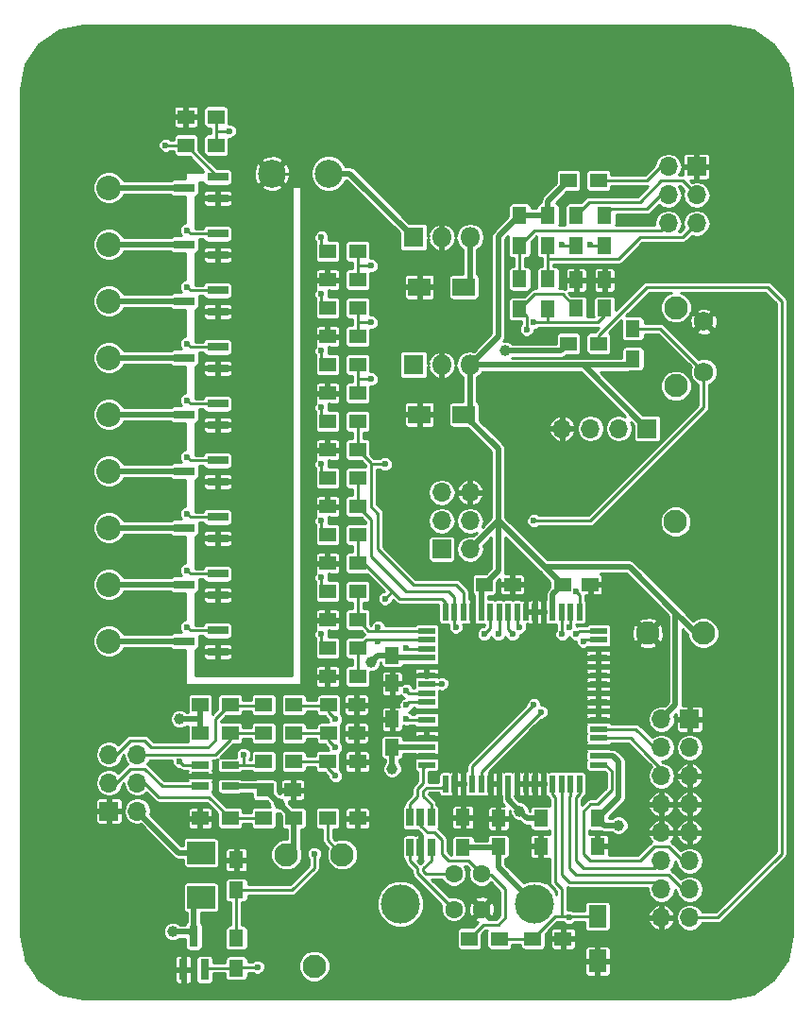
<source format=gbl>
G04 #@! TF.FileFunction,Copper,L2,Bot,Signal*
%FSLAX46Y46*%
G04 Gerber Fmt 4.6, Leading zero omitted, Abs format (unit mm)*
G04 Created by KiCad (PCBNEW 4.0.7) date Tue Jan 30 12:06:56 2018*
%MOMM*%
%LPD*%
G01*
G04 APERTURE LIST*
%ADD10C,0.100000*%
%ADD11R,1.700000X1.700000*%
%ADD12O,1.700000X1.700000*%
%ADD13R,0.650000X1.560000*%
%ADD14R,1.500000X0.550000*%
%ADD15R,0.550000X1.500000*%
%ADD16R,1.250000X1.500000*%
%ADD17R,1.500000X1.250000*%
%ADD18R,1.600000X2.000000*%
%ADD19R,2.000000X1.600000*%
%ADD20R,1.900000X0.800000*%
%ADD21R,0.800000X1.900000*%
%ADD22R,1.300000X1.500000*%
%ADD23R,1.500000X1.300000*%
%ADD24R,2.500000X2.000000*%
%ADD25C,2.100000*%
%ADD26C,1.750000*%
%ADD27R,1.560000X0.650000*%
%ADD28R,1.800000X1.800000*%
%ADD29O,1.800000X1.800000*%
%ADD30C,8.600000*%
%ADD31C,2.500000*%
%ADD32C,2.200000*%
%ADD33C,3.500000*%
%ADD34C,1.600000*%
%ADD35C,1.000000*%
%ADD36C,0.600000*%
%ADD37C,0.500000*%
%ADD38C,0.250000*%
G04 APERTURE END LIST*
D10*
D11*
X152400000Y-82550000D03*
D12*
X149860000Y-82550000D03*
X152400000Y-85090000D03*
X149860000Y-85090000D03*
X152400000Y-87630000D03*
X149860000Y-87630000D03*
X152400000Y-90170000D03*
X149860000Y-90170000D03*
X152400000Y-92710000D03*
X149860000Y-92710000D03*
X152400000Y-95250000D03*
X149860000Y-95250000D03*
X152400000Y-97790000D03*
X149860000Y-97790000D03*
X152400000Y-100330000D03*
X149860000Y-100330000D03*
D13*
X129220000Y-94060000D03*
X128270000Y-94060000D03*
X127320000Y-94060000D03*
X127320000Y-91360000D03*
X129220000Y-91360000D03*
X128270000Y-91360000D03*
D14*
X144225000Y-74645000D03*
X144225000Y-75445000D03*
X144225000Y-76245000D03*
X144225000Y-77045000D03*
X144225000Y-77845000D03*
X144225000Y-78645000D03*
X144225000Y-79445000D03*
X144225000Y-80245000D03*
X144225000Y-81045000D03*
X144225000Y-81845000D03*
X144225000Y-82645000D03*
X144225000Y-83445000D03*
X144225000Y-84245000D03*
X144225000Y-85045000D03*
X144225000Y-85845000D03*
X144225000Y-86645000D03*
D15*
X142525000Y-88345000D03*
X141725000Y-88345000D03*
X140925000Y-88345000D03*
X140125000Y-88345000D03*
X139325000Y-88345000D03*
X138525000Y-88345000D03*
X137725000Y-88345000D03*
X136925000Y-88345000D03*
X136125000Y-88345000D03*
X135325000Y-88345000D03*
X134525000Y-88345000D03*
X133725000Y-88345000D03*
X132925000Y-88345000D03*
X132125000Y-88345000D03*
X131325000Y-88345000D03*
X130525000Y-88345000D03*
D14*
X128825000Y-86645000D03*
X128825000Y-85845000D03*
X128825000Y-85045000D03*
X128825000Y-84245000D03*
X128825000Y-83445000D03*
X128825000Y-82645000D03*
X128825000Y-81845000D03*
X128825000Y-81045000D03*
X128825000Y-80245000D03*
X128825000Y-79445000D03*
X128825000Y-78645000D03*
X128825000Y-77845000D03*
X128825000Y-77045000D03*
X128825000Y-76245000D03*
X128825000Y-75445000D03*
X128825000Y-74645000D03*
D15*
X130525000Y-72945000D03*
X131325000Y-72945000D03*
X132125000Y-72945000D03*
X132925000Y-72945000D03*
X133725000Y-72945000D03*
X134525000Y-72945000D03*
X135325000Y-72945000D03*
X136125000Y-72945000D03*
X136925000Y-72945000D03*
X137725000Y-72945000D03*
X138525000Y-72945000D03*
X139325000Y-72945000D03*
X140125000Y-72945000D03*
X140925000Y-72945000D03*
X141725000Y-72945000D03*
X142525000Y-72945000D03*
D16*
X144145000Y-91460000D03*
X144145000Y-93960000D03*
X139065000Y-91460000D03*
X139065000Y-93960000D03*
X125730000Y-85070000D03*
X125730000Y-82570000D03*
X125730000Y-76855000D03*
X125730000Y-79355000D03*
D17*
X134005000Y-70485000D03*
X136505000Y-70485000D03*
X140990000Y-70485000D03*
X143490000Y-70485000D03*
X114320000Y-88900000D03*
X116820000Y-88900000D03*
D16*
X135255000Y-91460000D03*
X135255000Y-93960000D03*
D18*
X144145000Y-104235000D03*
X144145000Y-100235000D03*
D19*
X128175000Y-55245000D03*
X132175000Y-55245000D03*
X128175000Y-43815000D03*
X132175000Y-43815000D03*
D17*
X120035000Y-81280000D03*
X122535000Y-81280000D03*
X120035000Y-83820000D03*
X122535000Y-83820000D03*
D16*
X144780000Y-43200000D03*
X144780000Y-45700000D03*
X142240000Y-43200000D03*
X142240000Y-45700000D03*
D11*
X100330000Y-90805000D03*
D12*
X102870000Y-90805000D03*
X100330000Y-88265000D03*
X102870000Y-88265000D03*
X100330000Y-85725000D03*
X102870000Y-85725000D03*
D11*
X153035000Y-33020000D03*
D12*
X150495000Y-33020000D03*
X153035000Y-35560000D03*
X150495000Y-35560000D03*
X153035000Y-38100000D03*
X150495000Y-38100000D03*
D11*
X130175000Y-67310000D03*
D12*
X132715000Y-67310000D03*
X130175000Y-64770000D03*
X132715000Y-64770000D03*
X130175000Y-62230000D03*
X132715000Y-62230000D03*
D11*
X148590000Y-56515000D03*
D12*
X146050000Y-56515000D03*
X143510000Y-56515000D03*
X140970000Y-56515000D03*
D20*
X110085000Y-74615000D03*
X110085000Y-76515000D03*
X107085000Y-75565000D03*
X110085000Y-69535000D03*
X110085000Y-71435000D03*
X107085000Y-70485000D03*
X110085000Y-64455000D03*
X110085000Y-66355000D03*
X107085000Y-65405000D03*
X110085000Y-59375000D03*
X110085000Y-61275000D03*
X107085000Y-60325000D03*
X110085000Y-54295000D03*
X110085000Y-56195000D03*
X107085000Y-55245000D03*
X110085000Y-49215000D03*
X110085000Y-51115000D03*
X107085000Y-50165000D03*
X110085000Y-44135000D03*
X110085000Y-46035000D03*
X107085000Y-45085000D03*
X110085000Y-39055000D03*
X110085000Y-40955000D03*
X107085000Y-40005000D03*
X110085000Y-33975000D03*
X110085000Y-35875000D03*
X107085000Y-34925000D03*
D21*
X108900000Y-105005000D03*
X107000000Y-105005000D03*
X107950000Y-102005000D03*
D22*
X132080000Y-94060000D03*
X132080000Y-91360000D03*
D23*
X132635000Y-102235000D03*
X135335000Y-102235000D03*
X141050000Y-102235000D03*
X138350000Y-102235000D03*
D22*
X147320000Y-47545000D03*
X147320000Y-50245000D03*
D23*
X114220000Y-91440000D03*
X116920000Y-91440000D03*
X108505000Y-91440000D03*
X111205000Y-91440000D03*
X122635000Y-91440000D03*
X119935000Y-91440000D03*
X122635000Y-78740000D03*
X119935000Y-78740000D03*
X122635000Y-73660000D03*
X119935000Y-73660000D03*
X122635000Y-68580000D03*
X119935000Y-68580000D03*
X122635000Y-63500000D03*
X119935000Y-63500000D03*
X122635000Y-58420000D03*
X119935000Y-58420000D03*
X122635000Y-53340000D03*
X119935000Y-53340000D03*
X122635000Y-48260000D03*
X119935000Y-48260000D03*
X122635000Y-43180000D03*
X119935000Y-43180000D03*
X109935000Y-28575000D03*
X107235000Y-28575000D03*
D22*
X111760000Y-97870000D03*
X111760000Y-95170000D03*
D23*
X119935000Y-76200000D03*
X122635000Y-76200000D03*
X119935000Y-71120000D03*
X122635000Y-71120000D03*
X119935000Y-66040000D03*
X122635000Y-66040000D03*
X119935000Y-60960000D03*
X122635000Y-60960000D03*
X119935000Y-55880000D03*
X122635000Y-55880000D03*
X119935000Y-50800000D03*
X122635000Y-50800000D03*
X119935000Y-45720000D03*
X122635000Y-45720000D03*
X119935000Y-40640000D03*
X122635000Y-40640000D03*
X107235000Y-31115000D03*
X109935000Y-31115000D03*
D22*
X111760000Y-102155000D03*
X111760000Y-104855000D03*
D23*
X116920000Y-86360000D03*
X114220000Y-86360000D03*
X119935000Y-86360000D03*
X122635000Y-86360000D03*
D24*
X108585000Y-98520000D03*
X108585000Y-94520000D03*
D23*
X108505000Y-81280000D03*
X111205000Y-81280000D03*
X108505000Y-83820000D03*
X111205000Y-83820000D03*
X116920000Y-81280000D03*
X114220000Y-81280000D03*
X116920000Y-83820000D03*
X114220000Y-83820000D03*
X144225000Y-34290000D03*
X141525000Y-34290000D03*
D22*
X142240000Y-40085000D03*
X142240000Y-37385000D03*
X144780000Y-40085000D03*
X144780000Y-37385000D03*
X139700000Y-40085000D03*
X139700000Y-37385000D03*
X137160000Y-40085000D03*
X137160000Y-37385000D03*
X139700000Y-45800000D03*
X139700000Y-43100000D03*
X137160000Y-45800000D03*
X137160000Y-43100000D03*
D23*
X141525000Y-48895000D03*
X144225000Y-48895000D03*
D25*
X151180000Y-45675000D03*
D26*
X153670000Y-46935000D03*
X153670000Y-51435000D03*
D25*
X151180000Y-52685000D03*
D27*
X108505000Y-88580000D03*
X108505000Y-87630000D03*
X108505000Y-86680000D03*
X111205000Y-86680000D03*
X111205000Y-88580000D03*
D28*
X127635000Y-50800000D03*
D29*
X130175000Y-50800000D03*
X132715000Y-50800000D03*
D28*
X127635000Y-39370000D03*
D29*
X130175000Y-39370000D03*
X132715000Y-39370000D03*
D30*
X98000000Y-26000000D03*
X156000000Y-59000000D03*
X98000000Y-102000000D03*
D31*
X120015000Y-33655000D03*
X114935000Y-33655000D03*
D32*
X100330000Y-34925000D03*
X100330000Y-40005000D03*
X100330000Y-45085000D03*
X100330000Y-50165000D03*
X100330000Y-55245000D03*
X100330000Y-60325000D03*
X100330000Y-65405000D03*
X100330000Y-70485000D03*
X100330000Y-75565000D03*
D25*
X153630000Y-74850000D03*
X151130000Y-64850000D03*
X148630000Y-74850000D03*
X116245000Y-94695000D03*
X118745000Y-104695000D03*
X121245000Y-94695000D03*
D33*
X138520000Y-99100000D03*
D34*
X133750000Y-99600000D03*
X131250000Y-99600000D03*
X131250000Y-96400000D03*
X133750000Y-96400000D03*
D33*
X126480000Y-99100000D03*
D35*
X125730000Y-86995000D03*
X123825000Y-77470000D03*
X106680000Y-82550000D03*
X146050000Y-92075000D03*
X137160000Y-90805000D03*
D36*
X121920000Y-38100000D03*
X120015000Y-38100000D03*
X137160000Y-93980000D03*
D35*
X115610000Y-90130000D03*
D36*
X141605000Y-100330000D03*
X127000000Y-80010000D03*
X120650000Y-82550000D03*
X120650000Y-85090000D03*
X127000000Y-81280000D03*
X138430000Y-46990000D03*
X142240000Y-71120000D03*
X137795000Y-47625000D03*
X141605000Y-74295000D03*
D35*
X135890000Y-49530000D03*
D36*
X136525000Y-74930000D03*
X138430000Y-64770000D03*
X137160000Y-74295000D03*
X139065000Y-81915000D03*
X138430000Y-81280000D03*
X119380000Y-74930000D03*
X107315000Y-74295000D03*
X119380000Y-69850000D03*
X107315000Y-69215000D03*
X119380000Y-64770000D03*
X107315000Y-64135000D03*
X119380000Y-59690000D03*
X107315000Y-59055000D03*
X119380000Y-54610000D03*
X107315000Y-53975000D03*
X119380000Y-49530000D03*
X107315000Y-48895000D03*
X119380000Y-44450000D03*
X107315000Y-43815000D03*
X107315000Y-38735000D03*
X119380000Y-39370000D03*
X105410000Y-31115000D03*
X113665000Y-104775000D03*
D35*
X106045000Y-101600000D03*
D36*
X124460000Y-75565000D03*
X124460000Y-74295000D03*
X125095000Y-71755000D03*
X131445000Y-74295000D03*
X125095000Y-59690000D03*
X123825000Y-52070000D03*
X133985000Y-74930000D03*
X123825000Y-46990000D03*
X135255000Y-74930000D03*
X123825000Y-41910000D03*
X127000000Y-76200000D03*
X111125000Y-29845000D03*
X140970000Y-74930000D03*
X130175000Y-79375000D03*
X118745000Y-94615000D03*
X120650000Y-87630000D03*
X127000000Y-82550000D03*
X112395000Y-85725000D03*
X142240000Y-74930000D03*
X140970000Y-40005000D03*
X142875000Y-75565000D03*
X143510000Y-40005000D03*
X106680000Y-86360000D03*
D37*
X149860000Y-82550000D02*
X151130000Y-81280000D01*
X151130000Y-81280000D02*
X151130000Y-73025000D01*
X139389141Y-68889724D02*
X139374724Y-68889724D01*
X139374724Y-68889724D02*
X135255000Y-64770000D01*
X132715000Y-67310000D02*
X135255000Y-64770000D01*
X134005000Y-70485000D02*
X135255000Y-69235000D01*
X135255000Y-64770000D02*
X135255000Y-67310000D01*
X135255000Y-67310000D02*
X135255000Y-69235000D01*
X135255000Y-58325000D02*
X132175000Y-55245000D01*
X135255000Y-58325000D02*
X135255000Y-64770000D01*
X125730000Y-85070000D02*
X125730000Y-86995000D01*
X153630000Y-74850000D02*
X152955000Y-74850000D01*
X152955000Y-74850000D02*
X151765000Y-73660000D01*
X151130000Y-73025000D02*
X151765000Y-73660000D01*
X139389141Y-68889724D02*
X146994724Y-68889724D01*
X146994724Y-68889724D02*
X151130000Y-73025000D01*
X124440000Y-76855000D02*
X123825000Y-77470000D01*
X124440000Y-76855000D02*
X125730000Y-76855000D01*
X106680000Y-82550000D02*
X108505000Y-82550000D01*
X148590000Y-56515000D02*
X142875000Y-50800000D01*
X139389141Y-68889724D02*
X140990000Y-70485000D01*
X144760000Y-92075000D02*
X146050000Y-92075000D01*
X144145000Y-91460000D02*
X144760000Y-92075000D01*
X136125000Y-88345000D02*
X136125000Y-89770000D01*
X137815000Y-91460000D02*
X139065000Y-91460000D01*
X136125000Y-89770000D02*
X137160000Y-90805000D01*
X137160000Y-90805000D02*
X137815000Y-91460000D01*
X125730000Y-76855000D02*
X125710000Y-76835000D01*
X140125000Y-72945000D02*
X140125000Y-71350000D01*
X140125000Y-71350000D02*
X140990000Y-70485000D01*
X132715000Y-50800000D02*
X135255000Y-48260000D01*
X135255000Y-48260000D02*
X135255000Y-39290000D01*
X135255000Y-39290000D02*
X137160000Y-37385000D01*
X132715000Y-50800000D02*
X142875000Y-50800000D01*
X142875000Y-50800000D02*
X146765000Y-50800000D01*
X146765000Y-50800000D02*
X147320000Y-50245000D01*
X132715000Y-50800000D02*
X132715000Y-54705000D01*
X132715000Y-54705000D02*
X132175000Y-55245000D01*
X133725000Y-72945000D02*
X133725000Y-70765000D01*
X133725000Y-70765000D02*
X134005000Y-70485000D01*
X128825000Y-85045000D02*
X125755000Y-85045000D01*
X125755000Y-85045000D02*
X125730000Y-85070000D01*
X128825000Y-77045000D02*
X125920000Y-77045000D01*
X125920000Y-77045000D02*
X125730000Y-76855000D01*
X108505000Y-81320000D02*
X108505000Y-82550000D01*
X108505000Y-82550000D02*
X108505000Y-83780000D01*
X139700000Y-37385000D02*
X139700000Y-36115000D01*
X139700000Y-36115000D02*
X141525000Y-34290000D01*
X137160000Y-37385000D02*
X139700000Y-37385000D01*
X144225000Y-85845000D02*
X145535000Y-85845000D01*
X146050000Y-89555000D02*
X144145000Y-91460000D01*
X146050000Y-86360000D02*
X146050000Y-89555000D01*
X145535000Y-85845000D02*
X146050000Y-86360000D01*
D38*
X116840000Y-33655000D02*
X120015000Y-36830000D01*
X120015000Y-36830000D02*
X120015000Y-38100000D01*
X116840000Y-33655000D02*
X114935000Y-33655000D01*
X153035000Y-33020000D02*
X154940000Y-33020000D01*
X149860000Y-36830000D02*
X148590000Y-38100000D01*
X154940000Y-36830000D02*
X149860000Y-36830000D01*
X154940000Y-33020000D02*
X154940000Y-36830000D01*
D37*
X132715000Y-39370000D02*
X132715000Y-43275000D01*
X132715000Y-43275000D02*
X132175000Y-43815000D01*
X116245000Y-94695000D02*
X116920000Y-94020000D01*
X116920000Y-94020000D02*
X116920000Y-91440000D01*
X116920000Y-91440000D02*
X115610000Y-90130000D01*
X115610000Y-90130000D02*
X114380000Y-88900000D01*
X114380000Y-88900000D02*
X114320000Y-88900000D01*
X111205000Y-88580000D02*
X114000000Y-88580000D01*
X114000000Y-88580000D02*
X114320000Y-88900000D01*
X138520000Y-99100000D02*
X135255000Y-95835000D01*
X135255000Y-95835000D02*
X135255000Y-93960000D01*
X135255000Y-93960000D02*
X135155000Y-94060000D01*
X135155000Y-94060000D02*
X132080000Y-94060000D01*
D38*
X141605000Y-100330000D02*
X141605000Y-100235000D01*
X140125000Y-88345000D02*
X140125000Y-89325000D01*
X140970000Y-97790000D02*
X140970000Y-100235000D01*
X140335000Y-97155000D02*
X140970000Y-97790000D01*
X140335000Y-89535000D02*
X140335000Y-97155000D01*
X140125000Y-89325000D02*
X140335000Y-89535000D01*
X138350000Y-102235000D02*
X140350000Y-100235000D01*
X140350000Y-100235000D02*
X140970000Y-100235000D01*
X140970000Y-100235000D02*
X141605000Y-100235000D01*
X141605000Y-100235000D02*
X144145000Y-100235000D01*
X135335000Y-102235000D02*
X138350000Y-102235000D01*
X128825000Y-80245000D02*
X127235000Y-80245000D01*
X127235000Y-80245000D02*
X127000000Y-80010000D01*
X120035000Y-81280000D02*
X120035000Y-81935000D01*
X120035000Y-81935000D02*
X120650000Y-82550000D01*
X116920000Y-81320000D02*
X120035000Y-81320000D01*
X128825000Y-81045000D02*
X127235000Y-81045000D01*
X120035000Y-84475000D02*
X120650000Y-85090000D01*
X120035000Y-84475000D02*
X120035000Y-83820000D01*
X127235000Y-81045000D02*
X127000000Y-81280000D01*
X116920000Y-83780000D02*
X120035000Y-83780000D01*
X142525000Y-72945000D02*
X142525000Y-71405000D01*
X138430000Y-46990000D02*
X139700000Y-46990000D01*
X142525000Y-71405000D02*
X142240000Y-71120000D01*
X139700000Y-45800000D02*
X139700000Y-46990000D01*
X144145000Y-46990000D02*
X144780000Y-46355000D01*
X139700000Y-46990000D02*
X144145000Y-46990000D01*
X144780000Y-46355000D02*
X144780000Y-45700000D01*
X137160000Y-45800000D02*
X138510000Y-44450000D01*
X140990000Y-44450000D02*
X142240000Y-45700000D01*
X138510000Y-44450000D02*
X140990000Y-44450000D01*
X141725000Y-74175000D02*
X141605000Y-74295000D01*
X141725000Y-72945000D02*
X141725000Y-74175000D01*
X137795000Y-47625000D02*
X137795000Y-46435000D01*
X137795000Y-46435000D02*
X137160000Y-45800000D01*
X137240000Y-45800000D02*
X137160000Y-45800000D01*
D37*
X108585000Y-94520000D02*
X106585000Y-94520000D01*
X106585000Y-94520000D02*
X102870000Y-90805000D01*
D38*
X108505000Y-88580000D02*
X105090000Y-88580000D01*
X102235000Y-86995000D02*
X100965000Y-88265000D01*
X103505000Y-86995000D02*
X102235000Y-86995000D01*
X105090000Y-88580000D02*
X103505000Y-86995000D01*
X100965000Y-88265000D02*
X100330000Y-88265000D01*
X102870000Y-88265000D02*
X103505000Y-88265000D01*
X103505000Y-88265000D02*
X104775000Y-89535000D01*
X109300000Y-89535000D02*
X111205000Y-91440000D01*
X104775000Y-89535000D02*
X109300000Y-89535000D01*
X111205000Y-91440000D02*
X114220000Y-91440000D01*
X109220000Y-85090000D02*
X104140000Y-85090000D01*
X109855000Y-84455000D02*
X109220000Y-85090000D01*
X109855000Y-82550000D02*
X109855000Y-84455000D01*
X111125000Y-81280000D02*
X109855000Y-82550000D01*
X102235000Y-84455000D02*
X100965000Y-85725000D01*
X103505000Y-84455000D02*
X102235000Y-84455000D01*
X104140000Y-85090000D02*
X103505000Y-84455000D01*
X100965000Y-85725000D02*
X100330000Y-85725000D01*
X111205000Y-81280000D02*
X111125000Y-81280000D01*
X111205000Y-81320000D02*
X111085000Y-81320000D01*
X111205000Y-81320000D02*
X111125000Y-81320000D01*
X111205000Y-81320000D02*
X114220000Y-81320000D01*
X111205000Y-83820000D02*
X111205000Y-84375000D01*
X111205000Y-84375000D02*
X109855000Y-85725000D01*
X109855000Y-85725000D02*
X102870000Y-85725000D01*
X111205000Y-83780000D02*
X111205000Y-84375000D01*
X111205000Y-83780000D02*
X111125000Y-83780000D01*
X111205000Y-83780000D02*
X114220000Y-83780000D01*
X103505000Y-85725000D02*
X102870000Y-85725000D01*
D37*
X107085000Y-34925000D02*
X100330000Y-34925000D01*
X107085000Y-40005000D02*
X100330000Y-40005000D01*
X107085000Y-45085000D02*
X100330000Y-45085000D01*
X107085000Y-50165000D02*
X100330000Y-50165000D01*
X107085000Y-55245000D02*
X100330000Y-55245000D01*
X107085000Y-60325000D02*
X100330000Y-60325000D01*
X107085000Y-65405000D02*
X100330000Y-65405000D01*
X107085000Y-70485000D02*
X100330000Y-70485000D01*
X107085000Y-75565000D02*
X100330000Y-75565000D01*
D38*
X127320000Y-94060000D02*
X127320000Y-95230000D01*
X127320000Y-95230000D02*
X128020000Y-95930000D01*
X128020000Y-95930000D02*
X128020000Y-96370000D01*
X128020000Y-96370000D02*
X128403553Y-96753553D01*
X128403553Y-96753553D02*
X131250000Y-99600000D01*
X128757106Y-96400000D02*
X131250000Y-96400000D01*
X129220000Y-94060000D02*
X129220000Y-95230000D01*
X129220000Y-95230000D02*
X128520000Y-95930000D01*
X128520000Y-95930000D02*
X128520000Y-96162894D01*
X128520000Y-96162894D02*
X128757106Y-96400000D01*
X133750000Y-96400000D02*
X133870000Y-96520000D01*
X133870000Y-96520000D02*
X134620000Y-96520000D01*
X133905000Y-100965000D02*
X132635000Y-102235000D01*
X135255000Y-100965000D02*
X133905000Y-100965000D01*
X135890000Y-100330000D02*
X135255000Y-100965000D01*
X135890000Y-97790000D02*
X135890000Y-100330000D01*
X134620000Y-96520000D02*
X135890000Y-97790000D01*
X133750000Y-96400000D02*
X132600000Y-95250000D01*
X128904301Y-92709301D02*
X128270000Y-92075000D01*
X129539301Y-92709301D02*
X128904301Y-92709301D01*
X130175000Y-93345000D02*
X129539301Y-92709301D01*
X130175000Y-94615000D02*
X130175000Y-93345000D01*
X130810000Y-95250000D02*
X130175000Y-94615000D01*
X132600000Y-95250000D02*
X130810000Y-95250000D01*
X128270000Y-92075000D02*
X128270000Y-91360000D01*
X128270000Y-91360000D02*
X128270000Y-92075000D01*
X144225000Y-83445000D02*
X147580000Y-83445000D01*
X149225000Y-85090000D02*
X149860000Y-85090000D01*
X147580000Y-83445000D02*
X149225000Y-85090000D01*
X144225000Y-84245000D02*
X147110000Y-84245000D01*
X148590000Y-85725000D02*
X149860000Y-86995000D01*
X148590000Y-85725000D02*
X148590000Y-85725000D01*
X147110000Y-84245000D02*
X148590000Y-85725000D01*
X149860000Y-86995000D02*
X149860000Y-87630000D01*
X144860000Y-86645000D02*
X145415000Y-87200000D01*
X150495000Y-93980000D02*
X151765000Y-95250000D01*
X149225000Y-93980000D02*
X150495000Y-93980000D01*
X147955000Y-95250000D02*
X149225000Y-93980000D01*
X143510000Y-95250000D02*
X147955000Y-95250000D01*
X142875000Y-94615000D02*
X143510000Y-95250000D01*
X142875000Y-90805000D02*
X142875000Y-94615000D01*
X143510000Y-90170000D02*
X142875000Y-90805000D01*
X144145000Y-90170000D02*
X143510000Y-90170000D01*
X145415000Y-88900000D02*
X144145000Y-90170000D01*
X145415000Y-87200000D02*
X145415000Y-88900000D01*
X151765000Y-95250000D02*
X152400000Y-95250000D01*
X142240000Y-89535000D02*
X142525000Y-89250000D01*
X142240000Y-89535000D02*
X142240000Y-95250000D01*
X142240000Y-95250000D02*
X142875000Y-95885000D01*
X142875000Y-95885000D02*
X149225000Y-95885000D01*
X149860000Y-95250000D02*
X149225000Y-95885000D01*
X142525000Y-89250000D02*
X142525000Y-88345000D01*
X141725000Y-88345000D02*
X141725000Y-89415000D01*
X150495000Y-96520000D02*
X151765000Y-97790000D01*
X142240000Y-96520000D02*
X150495000Y-96520000D01*
X141605000Y-95885000D02*
X142240000Y-96520000D01*
X141605000Y-89535000D02*
X141605000Y-95885000D01*
X141725000Y-89415000D02*
X141605000Y-89535000D01*
X151765000Y-97790000D02*
X152400000Y-97790000D01*
X141605000Y-97155000D02*
X149225000Y-97155000D01*
X140970000Y-96520000D02*
X141605000Y-97155000D01*
X140925000Y-88345000D02*
X140925000Y-89490000D01*
X149225000Y-97155000D02*
X149860000Y-97790000D01*
X140970000Y-89535000D02*
X140970000Y-96520000D01*
X140925000Y-89490000D02*
X140970000Y-89535000D01*
X152400000Y-100330000D02*
X154940000Y-100330000D01*
X144225000Y-48180000D02*
X148590000Y-43815000D01*
X148590000Y-43815000D02*
X159385000Y-43815000D01*
X159385000Y-43815000D02*
X160655000Y-45085000D01*
X160655000Y-45085000D02*
X160655000Y-94615000D01*
X160655000Y-94615000D02*
X154940000Y-100330000D01*
X144225000Y-48180000D02*
X144225000Y-48895000D01*
X150495000Y-33020000D02*
X149860000Y-33020000D01*
X149860000Y-33020000D02*
X148590000Y-34290000D01*
X148590000Y-34290000D02*
X144225000Y-34290000D01*
X144225000Y-34290000D02*
X144225000Y-34290000D01*
X153035000Y-35560000D02*
X151765000Y-34290000D01*
X143430000Y-36195000D02*
X142240000Y-37385000D01*
X147955000Y-36195000D02*
X143430000Y-36195000D01*
X149860000Y-34290000D02*
X147955000Y-36195000D01*
X151765000Y-34290000D02*
X149860000Y-34290000D01*
X150495000Y-35560000D02*
X149860000Y-35560000D01*
X149860000Y-35560000D02*
X148590000Y-36830000D01*
X148590000Y-36830000D02*
X145335000Y-36830000D01*
X145335000Y-36830000D02*
X144780000Y-37385000D01*
X144860000Y-37465000D02*
X144780000Y-37385000D01*
X139700000Y-41275000D02*
X146050000Y-41275000D01*
X151765000Y-39370000D02*
X153035000Y-38100000D01*
X147955000Y-39370000D02*
X151765000Y-39370000D01*
X146050000Y-41275000D02*
X147955000Y-39370000D01*
X139700000Y-43100000D02*
X139700000Y-41275000D01*
X139700000Y-41275000D02*
X139700000Y-40085000D01*
X152400000Y-38100000D02*
X153035000Y-38100000D01*
X137160000Y-40085000D02*
X137160000Y-43100000D01*
X137160000Y-40085000D02*
X138510000Y-38735000D01*
X149860000Y-38735000D02*
X150495000Y-38100000D01*
X138510000Y-38735000D02*
X149860000Y-38735000D01*
D37*
X141525000Y-48895000D02*
X140890000Y-49530000D01*
X140890000Y-49530000D02*
X135890000Y-49530000D01*
X120015000Y-33655000D02*
X121920000Y-33655000D01*
X121920000Y-33655000D02*
X127635000Y-39370000D01*
D38*
X136125000Y-72945000D02*
X136125000Y-74530000D01*
X136125000Y-74530000D02*
X136525000Y-74930000D01*
X153670000Y-54610000D02*
X153670000Y-51435000D01*
X143510000Y-64770000D02*
X153670000Y-54610000D01*
X138430000Y-64770000D02*
X143510000Y-64770000D01*
X147320000Y-47545000D02*
X149780000Y-47545000D01*
X149780000Y-47545000D02*
X153670000Y-51435000D01*
X136925000Y-72945000D02*
X136925000Y-74060000D01*
X136925000Y-74060000D02*
X137160000Y-74295000D01*
X133725000Y-88345000D02*
X133725000Y-87255000D01*
X133725000Y-87255000D02*
X139065000Y-81915000D01*
X132925000Y-86785000D02*
X138430000Y-81280000D01*
X132925000Y-88345000D02*
X132925000Y-86785000D01*
X110085000Y-74615000D02*
X107635000Y-74615000D01*
X119380000Y-74930000D02*
X119380000Y-75645000D01*
X107635000Y-74615000D02*
X107315000Y-74295000D01*
X119380000Y-75645000D02*
X119935000Y-76200000D01*
X120015000Y-76200000D02*
X119935000Y-76200000D01*
X119935000Y-76200000D02*
X120015000Y-76200000D01*
X110085000Y-69535000D02*
X107635000Y-69535000D01*
X119380000Y-69850000D02*
X119380000Y-70565000D01*
X107635000Y-69535000D02*
X107315000Y-69215000D01*
X119380000Y-70565000D02*
X119935000Y-71120000D01*
X120015000Y-71120000D02*
X119935000Y-71120000D01*
X120015000Y-71120000D02*
X119935000Y-71120000D01*
X110085000Y-64455000D02*
X107635000Y-64455000D01*
X119380000Y-64770000D02*
X119380000Y-65485000D01*
X107635000Y-64455000D02*
X107315000Y-64135000D01*
X119380000Y-65485000D02*
X119935000Y-66040000D01*
X120015000Y-66040000D02*
X119935000Y-66040000D01*
X120015000Y-66040000D02*
X119935000Y-66040000D01*
X110085000Y-59375000D02*
X107635000Y-59375000D01*
X119380000Y-59690000D02*
X119380000Y-60405000D01*
X107635000Y-59375000D02*
X107315000Y-59055000D01*
X119380000Y-60405000D02*
X119935000Y-60960000D01*
X120015000Y-60960000D02*
X119935000Y-60960000D01*
X119935000Y-60960000D02*
X120015000Y-60960000D01*
X110085000Y-54295000D02*
X107635000Y-54295000D01*
X119380000Y-54610000D02*
X119380000Y-55325000D01*
X107635000Y-54295000D02*
X107315000Y-53975000D01*
X119380000Y-55325000D02*
X119935000Y-55880000D01*
X120015000Y-55880000D02*
X119935000Y-55880000D01*
X120015000Y-55880000D02*
X119935000Y-55880000D01*
X110085000Y-49215000D02*
X107635000Y-49215000D01*
X119380000Y-49530000D02*
X119380000Y-50245000D01*
X107635000Y-49215000D02*
X107315000Y-48895000D01*
X119380000Y-50245000D02*
X119935000Y-50800000D01*
X120015000Y-50800000D02*
X119935000Y-50800000D01*
X120015000Y-50800000D02*
X119935000Y-50800000D01*
X110085000Y-44135000D02*
X107635000Y-44135000D01*
X119380000Y-44450000D02*
X119380000Y-45165000D01*
X107635000Y-44135000D02*
X107315000Y-43815000D01*
X119380000Y-45165000D02*
X119935000Y-45720000D01*
X120015000Y-45720000D02*
X119935000Y-45720000D01*
X120015000Y-45720000D02*
X119935000Y-45720000D01*
X110085000Y-39055000D02*
X107635000Y-39055000D01*
X107635000Y-39055000D02*
X107315000Y-38735000D01*
X119380000Y-39370000D02*
X119380000Y-40085000D01*
X119380000Y-40085000D02*
X119935000Y-40640000D01*
X120015000Y-40640000D02*
X119935000Y-40640000D01*
X120015000Y-40640000D02*
X119935000Y-40640000D01*
X107235000Y-31115000D02*
X105410000Y-31115000D01*
X107235000Y-31115000D02*
X107235000Y-31125000D01*
X107235000Y-31125000D02*
X110085000Y-33975000D01*
X113665000Y-104775000D02*
X111840000Y-104775000D01*
X111760000Y-104855000D02*
X111840000Y-104775000D01*
X111760000Y-104855000D02*
X109050000Y-104855000D01*
X109050000Y-104855000D02*
X108900000Y-105005000D01*
D37*
X107545000Y-101600000D02*
X107950000Y-102005000D01*
X107545000Y-101600000D02*
X106045000Y-101600000D01*
X107950000Y-102005000D02*
X107950000Y-100330000D01*
X107950000Y-100330000D02*
X107950000Y-99155000D01*
X107950000Y-99155000D02*
X108585000Y-98520000D01*
D38*
X121245000Y-94695000D02*
X119935000Y-93385000D01*
X119935000Y-93385000D02*
X119935000Y-91440000D01*
X124460000Y-75565000D02*
X124460000Y-75445000D01*
X128825000Y-75445000D02*
X124460000Y-75445000D01*
X124460000Y-75445000D02*
X123390000Y-75445000D01*
X123390000Y-75445000D02*
X122635000Y-76200000D01*
X122635000Y-78740000D02*
X122635000Y-76200000D01*
X124460000Y-74645000D02*
X124460000Y-74295000D01*
X128825000Y-74645000D02*
X124460000Y-74645000D01*
X124460000Y-74645000D02*
X123620000Y-74645000D01*
X123620000Y-74645000D02*
X122635000Y-73660000D01*
X122635000Y-73660000D02*
X122635000Y-71120000D01*
X125095000Y-71755000D02*
X125730000Y-71120000D01*
X130175000Y-71755000D02*
X126365000Y-71755000D01*
X130525000Y-72105000D02*
X130175000Y-71755000D01*
X126365000Y-71755000D02*
X125730000Y-71120000D01*
X130525000Y-72945000D02*
X130525000Y-72105000D01*
X125730000Y-71120000D02*
X123190000Y-68580000D01*
X123190000Y-68580000D02*
X122635000Y-68580000D01*
X122635000Y-68660000D02*
X122635000Y-68580000D01*
X122635000Y-68580000D02*
X122635000Y-66040000D01*
X131325000Y-74175000D02*
X131445000Y-74295000D01*
X131325000Y-74175000D02*
X131325000Y-72945000D01*
X130810000Y-71120000D02*
X127000000Y-71120000D01*
X127000000Y-71120000D02*
X123825000Y-67945000D01*
X123825000Y-67945000D02*
X123825000Y-64690000D01*
X123825000Y-64690000D02*
X122635000Y-63500000D01*
X131325000Y-72945000D02*
X131325000Y-71635000D01*
X131325000Y-71635000D02*
X130810000Y-71120000D01*
X122635000Y-63500000D02*
X122635000Y-62230000D01*
X122635000Y-62230000D02*
X122635000Y-60960000D01*
X123825000Y-59690000D02*
X125095000Y-59690000D01*
X127635000Y-70485000D02*
X124460000Y-67310000D01*
X124460000Y-67310000D02*
X124460000Y-64770000D01*
X124460000Y-64770000D02*
X124460000Y-64135000D01*
X124460000Y-64135000D02*
X123825000Y-63500000D01*
X123825000Y-63500000D02*
X123825000Y-59690000D01*
X123825000Y-59690000D02*
X123825000Y-59610000D01*
X123825000Y-59610000D02*
X122635000Y-58420000D01*
X132125000Y-72945000D02*
X132125000Y-71165000D01*
X131445000Y-70485000D02*
X127635000Y-70485000D01*
X132125000Y-71165000D02*
X131445000Y-70485000D01*
X122635000Y-58420000D02*
X122635000Y-55880000D01*
X134525000Y-72945000D02*
X134525000Y-74390000D01*
X123825000Y-52070000D02*
X122635000Y-52070000D01*
X134525000Y-74390000D02*
X133985000Y-74930000D01*
X122635000Y-53340000D02*
X122635000Y-52070000D01*
X122635000Y-52070000D02*
X122635000Y-50800000D01*
X122635000Y-46990000D02*
X123825000Y-46990000D01*
X135325000Y-74860000D02*
X135325000Y-72945000D01*
X135325000Y-74860000D02*
X135255000Y-74930000D01*
X122635000Y-48260000D02*
X122635000Y-46990000D01*
X122635000Y-46990000D02*
X122635000Y-45720000D01*
X122635000Y-41910000D02*
X123825000Y-41910000D01*
X127045000Y-76245000D02*
X128825000Y-76245000D01*
X127045000Y-76245000D02*
X127000000Y-76200000D01*
X122635000Y-43180000D02*
X122635000Y-41910000D01*
X122635000Y-41910000D02*
X122635000Y-40640000D01*
X109935000Y-29845000D02*
X111125000Y-29845000D01*
X140970000Y-74930000D02*
X140970000Y-72990000D01*
X140925000Y-72945000D02*
X140970000Y-72990000D01*
X109935000Y-28575000D02*
X109935000Y-29845000D01*
X109935000Y-29845000D02*
X109935000Y-31115000D01*
X130105000Y-79445000D02*
X130175000Y-79375000D01*
X128825000Y-79445000D02*
X130105000Y-79445000D01*
X116760000Y-97870000D02*
X111760000Y-97870000D01*
X118745000Y-95885000D02*
X116760000Y-97870000D01*
X118745000Y-94615000D02*
X118745000Y-95885000D01*
X111760000Y-102155000D02*
X111760000Y-97870000D01*
X128825000Y-82645000D02*
X127095000Y-82645000D01*
X127095000Y-82645000D02*
X127000000Y-82550000D01*
X120650000Y-87630000D02*
X119935000Y-86915000D01*
X127095000Y-82645000D02*
X127000000Y-82550000D01*
X119935000Y-86915000D02*
X119935000Y-86360000D01*
X116920000Y-86360000D02*
X119935000Y-86360000D01*
X112395000Y-85725000D02*
X112395000Y-86680000D01*
X111205000Y-86680000D02*
X111125000Y-86600000D01*
X114220000Y-86360000D02*
X113900000Y-86680000D01*
X113900000Y-86680000D02*
X112395000Y-86680000D01*
X112395000Y-86680000D02*
X111205000Y-86680000D01*
X142525000Y-74645000D02*
X142240000Y-74930000D01*
X144225000Y-74645000D02*
X142525000Y-74645000D01*
X142240000Y-40085000D02*
X141050000Y-40085000D01*
X141050000Y-40085000D02*
X140970000Y-40005000D01*
X142240000Y-40085000D02*
X142320000Y-40085000D01*
X144225000Y-75445000D02*
X142995000Y-75445000D01*
X142995000Y-75445000D02*
X142875000Y-75565000D01*
X143590000Y-40085000D02*
X143510000Y-40005000D01*
X143590000Y-40085000D02*
X144780000Y-40085000D01*
X144780000Y-40085000D02*
X144860000Y-40085000D01*
X107000000Y-86680000D02*
X106680000Y-86360000D01*
X107000000Y-86680000D02*
X108505000Y-86680000D01*
X129220000Y-90190000D02*
X128520000Y-89490000D01*
X130189125Y-88680875D02*
X130525000Y-88345000D01*
X128520000Y-89003556D02*
X128842681Y-88680875D01*
X128842681Y-88680875D02*
X130189125Y-88680875D01*
X128520000Y-89490000D02*
X128520000Y-89003556D01*
X129220000Y-91360000D02*
X129220000Y-90190000D01*
X127320000Y-91360000D02*
X127320000Y-90190000D01*
X128489125Y-86980875D02*
X128825000Y-86645000D01*
X128489125Y-88327319D02*
X128489125Y-86980875D01*
X128020000Y-88796444D02*
X128489125Y-88327319D01*
X128020000Y-89490000D02*
X128020000Y-88796444D01*
X127320000Y-90190000D02*
X128020000Y-89490000D01*
G36*
X158130275Y-20857065D02*
X159936233Y-22063767D01*
X161142935Y-23869725D01*
X161575000Y-26041860D01*
X161575000Y-101958140D01*
X161142935Y-104130275D01*
X159936233Y-105936233D01*
X158130275Y-107142935D01*
X155958140Y-107575000D01*
X98041860Y-107575000D01*
X95869725Y-107142935D01*
X94063767Y-105936233D01*
X93587702Y-105223750D01*
X106225000Y-105223750D01*
X106225000Y-106029592D01*
X106282090Y-106167420D01*
X106387579Y-106272910D01*
X106525408Y-106330000D01*
X106781250Y-106330000D01*
X106875000Y-106236250D01*
X106875000Y-105130000D01*
X107125000Y-105130000D01*
X107125000Y-106236250D01*
X107218750Y-106330000D01*
X107474592Y-106330000D01*
X107612421Y-106272910D01*
X107717910Y-106167420D01*
X107775000Y-106029592D01*
X107775000Y-105223750D01*
X107681250Y-105130000D01*
X107125000Y-105130000D01*
X106875000Y-105130000D01*
X106318750Y-105130000D01*
X106225000Y-105223750D01*
X93587702Y-105223750D01*
X92857065Y-104130275D01*
X92827255Y-103980408D01*
X106225000Y-103980408D01*
X106225000Y-104786250D01*
X106318750Y-104880000D01*
X106875000Y-104880000D01*
X106875000Y-103773750D01*
X107125000Y-103773750D01*
X107125000Y-104880000D01*
X107681250Y-104880000D01*
X107775000Y-104786250D01*
X107775000Y-104055000D01*
X108117654Y-104055000D01*
X108117654Y-105955000D01*
X108143802Y-106093966D01*
X108225931Y-106221599D01*
X108351246Y-106307223D01*
X108500000Y-106337346D01*
X109300000Y-106337346D01*
X109438966Y-106311198D01*
X109566599Y-106229069D01*
X109652223Y-106103754D01*
X109682346Y-105955000D01*
X109682346Y-105355000D01*
X110727654Y-105355000D01*
X110727654Y-105605000D01*
X110753802Y-105743966D01*
X110835931Y-105871599D01*
X110961246Y-105957223D01*
X111110000Y-105987346D01*
X112410000Y-105987346D01*
X112548966Y-105961198D01*
X112676599Y-105879069D01*
X112762223Y-105753754D01*
X112792346Y-105605000D01*
X112792346Y-105275000D01*
X113210366Y-105275000D01*
X113282144Y-105346903D01*
X113530145Y-105449883D01*
X113798677Y-105450117D01*
X114046857Y-105347571D01*
X114236903Y-105157856D01*
X114311916Y-104977206D01*
X117319754Y-104977206D01*
X117536240Y-105501143D01*
X117936749Y-105902351D01*
X118460307Y-106119752D01*
X119027206Y-106120246D01*
X119551143Y-105903760D01*
X119952351Y-105503251D01*
X120169752Y-104979693D01*
X120170210Y-104453750D01*
X142970000Y-104453750D01*
X142970000Y-105309592D01*
X143027090Y-105447420D01*
X143132579Y-105552910D01*
X143270408Y-105610000D01*
X143926250Y-105610000D01*
X144020000Y-105516250D01*
X144020000Y-104360000D01*
X144270000Y-104360000D01*
X144270000Y-105516250D01*
X144363750Y-105610000D01*
X145019592Y-105610000D01*
X145157421Y-105552910D01*
X145262910Y-105447420D01*
X145320000Y-105309592D01*
X145320000Y-104453750D01*
X145226250Y-104360000D01*
X144270000Y-104360000D01*
X144020000Y-104360000D01*
X143063750Y-104360000D01*
X142970000Y-104453750D01*
X120170210Y-104453750D01*
X120170246Y-104412794D01*
X119953760Y-103888857D01*
X119553251Y-103487649D01*
X119029693Y-103270248D01*
X118462794Y-103269754D01*
X117938857Y-103486240D01*
X117537649Y-103886749D01*
X117320248Y-104410307D01*
X117319754Y-104977206D01*
X114311916Y-104977206D01*
X114339883Y-104909855D01*
X114340117Y-104641323D01*
X114237571Y-104393143D01*
X114047856Y-104203097D01*
X113799855Y-104100117D01*
X113531323Y-104099883D01*
X113283143Y-104202429D01*
X113210445Y-104275000D01*
X112792346Y-104275000D01*
X112792346Y-104105000D01*
X112766198Y-103966034D01*
X112684069Y-103838401D01*
X112558754Y-103752777D01*
X112410000Y-103722654D01*
X111110000Y-103722654D01*
X110971034Y-103748802D01*
X110843401Y-103830931D01*
X110757777Y-103956246D01*
X110727654Y-104105000D01*
X110727654Y-104355000D01*
X109682346Y-104355000D01*
X109682346Y-104055000D01*
X109656198Y-103916034D01*
X109574069Y-103788401D01*
X109448754Y-103702777D01*
X109300000Y-103672654D01*
X108500000Y-103672654D01*
X108361034Y-103698802D01*
X108233401Y-103780931D01*
X108147777Y-103906246D01*
X108117654Y-104055000D01*
X107775000Y-104055000D01*
X107775000Y-103980408D01*
X107717910Y-103842580D01*
X107612421Y-103737090D01*
X107474592Y-103680000D01*
X107218750Y-103680000D01*
X107125000Y-103773750D01*
X106875000Y-103773750D01*
X106781250Y-103680000D01*
X106525408Y-103680000D01*
X106387579Y-103737090D01*
X106282090Y-103842580D01*
X106225000Y-103980408D01*
X92827255Y-103980408D01*
X92425000Y-101958140D01*
X92425000Y-101773285D01*
X105169849Y-101773285D01*
X105302779Y-102095000D01*
X105548705Y-102341356D01*
X105870188Y-102474848D01*
X106218285Y-102475151D01*
X106540000Y-102342221D01*
X106657426Y-102225000D01*
X107167654Y-102225000D01*
X107167654Y-102955000D01*
X107193802Y-103093966D01*
X107275931Y-103221599D01*
X107401246Y-103307223D01*
X107550000Y-103337346D01*
X108350000Y-103337346D01*
X108488966Y-103311198D01*
X108616599Y-103229069D01*
X108702223Y-103103754D01*
X108732346Y-102955000D01*
X108732346Y-101055000D01*
X108706198Y-100916034D01*
X108624069Y-100788401D01*
X108575000Y-100754874D01*
X108575000Y-99902346D01*
X109835000Y-99902346D01*
X109973966Y-99876198D01*
X110101599Y-99794069D01*
X110187223Y-99668754D01*
X110217346Y-99520000D01*
X110217346Y-97520000D01*
X110191198Y-97381034D01*
X110109069Y-97253401D01*
X109983754Y-97167777D01*
X109835000Y-97137654D01*
X107335000Y-97137654D01*
X107196034Y-97163802D01*
X107068401Y-97245931D01*
X106982777Y-97371246D01*
X106952654Y-97520000D01*
X106952654Y-99520000D01*
X106978802Y-99658966D01*
X107060931Y-99786599D01*
X107186246Y-99872223D01*
X107325000Y-99900321D01*
X107325000Y-100754163D01*
X107283401Y-100780931D01*
X107197777Y-100906246D01*
X107183854Y-100975000D01*
X106657448Y-100975000D01*
X106541295Y-100858644D01*
X106219812Y-100725152D01*
X105871715Y-100724849D01*
X105550000Y-100857779D01*
X105303644Y-101103705D01*
X105170152Y-101425188D01*
X105169849Y-101773285D01*
X92425000Y-101773285D01*
X92425000Y-97120000D01*
X110727654Y-97120000D01*
X110727654Y-98620000D01*
X110753802Y-98758966D01*
X110835931Y-98886599D01*
X110961246Y-98972223D01*
X111110000Y-99002346D01*
X111260000Y-99002346D01*
X111260000Y-101022654D01*
X111110000Y-101022654D01*
X110971034Y-101048802D01*
X110843401Y-101130931D01*
X110757777Y-101256246D01*
X110727654Y-101405000D01*
X110727654Y-102905000D01*
X110753802Y-103043966D01*
X110835931Y-103171599D01*
X110961246Y-103257223D01*
X111110000Y-103287346D01*
X112410000Y-103287346D01*
X112548966Y-103261198D01*
X112676599Y-103179069D01*
X112762223Y-103053754D01*
X112792346Y-102905000D01*
X112792346Y-101405000D01*
X112766198Y-101266034D01*
X112684069Y-101138401D01*
X112558754Y-101052777D01*
X112410000Y-101022654D01*
X112260000Y-101022654D01*
X112260000Y-99520834D01*
X124354632Y-99520834D01*
X124677462Y-100302143D01*
X125274713Y-100900437D01*
X126055457Y-101224630D01*
X126900834Y-101225368D01*
X127682143Y-100902538D01*
X128280437Y-100305287D01*
X128604630Y-99524543D01*
X128605368Y-98679166D01*
X128282538Y-97897857D01*
X127685287Y-97299563D01*
X126904543Y-96975370D01*
X126059166Y-96974632D01*
X125277857Y-97297462D01*
X124679563Y-97894713D01*
X124355370Y-98675457D01*
X124354632Y-99520834D01*
X112260000Y-99520834D01*
X112260000Y-99002346D01*
X112410000Y-99002346D01*
X112548966Y-98976198D01*
X112676599Y-98894069D01*
X112762223Y-98768754D01*
X112792346Y-98620000D01*
X112792346Y-98370000D01*
X116760000Y-98370000D01*
X116951342Y-98331940D01*
X117113553Y-98223553D01*
X119098553Y-96238553D01*
X119206940Y-96076342D01*
X119245000Y-95885000D01*
X119245000Y-95069634D01*
X119316903Y-94997856D01*
X119419883Y-94749855D01*
X119420117Y-94481323D01*
X119317571Y-94233143D01*
X119127856Y-94043097D01*
X118879855Y-93940117D01*
X118611323Y-93939883D01*
X118363143Y-94042429D01*
X118173097Y-94232144D01*
X118070117Y-94480145D01*
X118069883Y-94748677D01*
X118172429Y-94996857D01*
X118245000Y-95069555D01*
X118245000Y-95677894D01*
X116552894Y-97370000D01*
X112792346Y-97370000D01*
X112792346Y-97120000D01*
X112766198Y-96981034D01*
X112684069Y-96853401D01*
X112558754Y-96767777D01*
X112410000Y-96737654D01*
X111110000Y-96737654D01*
X110971034Y-96763802D01*
X110843401Y-96845931D01*
X110757777Y-96971246D01*
X110727654Y-97120000D01*
X92425000Y-97120000D01*
X92425000Y-91023750D01*
X99105000Y-91023750D01*
X99105000Y-91729592D01*
X99162090Y-91867421D01*
X99267580Y-91972910D01*
X99405408Y-92030000D01*
X100111250Y-92030000D01*
X100205000Y-91936250D01*
X100205000Y-90930000D01*
X100455000Y-90930000D01*
X100455000Y-91936250D01*
X100548750Y-92030000D01*
X101254592Y-92030000D01*
X101392420Y-91972910D01*
X101497910Y-91867421D01*
X101555000Y-91729592D01*
X101555000Y-91023750D01*
X101461250Y-90930000D01*
X100455000Y-90930000D01*
X100205000Y-90930000D01*
X99198750Y-90930000D01*
X99105000Y-91023750D01*
X92425000Y-91023750D01*
X92425000Y-90805000D01*
X101621001Y-90805000D01*
X101714249Y-91273787D01*
X101979795Y-91671206D01*
X102377214Y-91936752D01*
X102846001Y-92030000D01*
X102893999Y-92030000D01*
X103158503Y-91977387D01*
X106143056Y-94961939D01*
X106143058Y-94961942D01*
X106257872Y-95038658D01*
X106345822Y-95097425D01*
X106585000Y-95145000D01*
X106952654Y-95145000D01*
X106952654Y-95520000D01*
X106978802Y-95658966D01*
X107060931Y-95786599D01*
X107186246Y-95872223D01*
X107335000Y-95902346D01*
X109835000Y-95902346D01*
X109973966Y-95876198D01*
X110101599Y-95794069D01*
X110187223Y-95668754D01*
X110217346Y-95520000D01*
X110217346Y-95388750D01*
X110735000Y-95388750D01*
X110735000Y-95994592D01*
X110792090Y-96132420D01*
X110897579Y-96237910D01*
X111035408Y-96295000D01*
X111541250Y-96295000D01*
X111635000Y-96201250D01*
X111635000Y-95295000D01*
X111885000Y-95295000D01*
X111885000Y-96201250D01*
X111978750Y-96295000D01*
X112484592Y-96295000D01*
X112622421Y-96237910D01*
X112727910Y-96132420D01*
X112785000Y-95994592D01*
X112785000Y-95388750D01*
X112691250Y-95295000D01*
X111885000Y-95295000D01*
X111635000Y-95295000D01*
X110828750Y-95295000D01*
X110735000Y-95388750D01*
X110217346Y-95388750D01*
X110217346Y-94345408D01*
X110735000Y-94345408D01*
X110735000Y-94951250D01*
X110828750Y-95045000D01*
X111635000Y-95045000D01*
X111635000Y-94138750D01*
X111885000Y-94138750D01*
X111885000Y-95045000D01*
X112691250Y-95045000D01*
X112785000Y-94951250D01*
X112785000Y-94345408D01*
X112727910Y-94207580D01*
X112622421Y-94102090D01*
X112484592Y-94045000D01*
X111978750Y-94045000D01*
X111885000Y-94138750D01*
X111635000Y-94138750D01*
X111541250Y-94045000D01*
X111035408Y-94045000D01*
X110897579Y-94102090D01*
X110792090Y-94207580D01*
X110735000Y-94345408D01*
X110217346Y-94345408D01*
X110217346Y-93520000D01*
X110191198Y-93381034D01*
X110109069Y-93253401D01*
X109983754Y-93167777D01*
X109835000Y-93137654D01*
X107335000Y-93137654D01*
X107196034Y-93163802D01*
X107068401Y-93245931D01*
X106982777Y-93371246D01*
X106952654Y-93520000D01*
X106952654Y-93895000D01*
X106843883Y-93895000D01*
X104607634Y-91658750D01*
X107380000Y-91658750D01*
X107380000Y-92164592D01*
X107437090Y-92302421D01*
X107542580Y-92407910D01*
X107680408Y-92465000D01*
X108286250Y-92465000D01*
X108380000Y-92371250D01*
X108380000Y-91565000D01*
X108630000Y-91565000D01*
X108630000Y-92371250D01*
X108723750Y-92465000D01*
X109329592Y-92465000D01*
X109467420Y-92407910D01*
X109572910Y-92302421D01*
X109630000Y-92164592D01*
X109630000Y-91658750D01*
X109536250Y-91565000D01*
X108630000Y-91565000D01*
X108380000Y-91565000D01*
X107473750Y-91565000D01*
X107380000Y-91658750D01*
X104607634Y-91658750D01*
X104058422Y-91109538D01*
X104118999Y-90805000D01*
X104101178Y-90715408D01*
X107380000Y-90715408D01*
X107380000Y-91221250D01*
X107473750Y-91315000D01*
X108380000Y-91315000D01*
X108380000Y-90508750D01*
X108630000Y-90508750D01*
X108630000Y-91315000D01*
X109536250Y-91315000D01*
X109630000Y-91221250D01*
X109630000Y-90715408D01*
X109572910Y-90577579D01*
X109467420Y-90472090D01*
X109329592Y-90415000D01*
X108723750Y-90415000D01*
X108630000Y-90508750D01*
X108380000Y-90508750D01*
X108286250Y-90415000D01*
X107680408Y-90415000D01*
X107542580Y-90472090D01*
X107437090Y-90577579D01*
X107380000Y-90715408D01*
X104101178Y-90715408D01*
X104025751Y-90336213D01*
X103760205Y-89938794D01*
X103362786Y-89673248D01*
X102893999Y-89580000D01*
X102846001Y-89580000D01*
X102377214Y-89673248D01*
X101979795Y-89938794D01*
X101714249Y-90336213D01*
X101621001Y-90805000D01*
X92425000Y-90805000D01*
X92425000Y-89880408D01*
X99105000Y-89880408D01*
X99105000Y-90586250D01*
X99198750Y-90680000D01*
X100205000Y-90680000D01*
X100205000Y-89673750D01*
X100455000Y-89673750D01*
X100455000Y-90680000D01*
X101461250Y-90680000D01*
X101555000Y-90586250D01*
X101555000Y-89880408D01*
X101497910Y-89742579D01*
X101392420Y-89637090D01*
X101254592Y-89580000D01*
X100548750Y-89580000D01*
X100455000Y-89673750D01*
X100205000Y-89673750D01*
X100111250Y-89580000D01*
X99405408Y-89580000D01*
X99267580Y-89637090D01*
X99162090Y-89742579D01*
X99105000Y-89880408D01*
X92425000Y-89880408D01*
X92425000Y-85725000D01*
X99081001Y-85725000D01*
X99174249Y-86193787D01*
X99439795Y-86591206D01*
X99837214Y-86856752D01*
X100306001Y-86950000D01*
X100353999Y-86950000D01*
X100822786Y-86856752D01*
X101220205Y-86591206D01*
X101485751Y-86193787D01*
X101555880Y-85841226D01*
X101629480Y-85767626D01*
X101714249Y-86193787D01*
X101972647Y-86580508D01*
X101881446Y-86641447D01*
X101162594Y-87360300D01*
X100822786Y-87133248D01*
X100353999Y-87040000D01*
X100306001Y-87040000D01*
X99837214Y-87133248D01*
X99439795Y-87398794D01*
X99174249Y-87796213D01*
X99081001Y-88265000D01*
X99174249Y-88733787D01*
X99439795Y-89131206D01*
X99837214Y-89396752D01*
X100306001Y-89490000D01*
X100353999Y-89490000D01*
X100822786Y-89396752D01*
X101220205Y-89131206D01*
X101485751Y-88733787D01*
X101555880Y-88381226D01*
X101629480Y-88307626D01*
X101714249Y-88733787D01*
X101979795Y-89131206D01*
X102377214Y-89396752D01*
X102846001Y-89490000D01*
X102893999Y-89490000D01*
X103362786Y-89396752D01*
X103702594Y-89169700D01*
X104421446Y-89888553D01*
X104556297Y-89978658D01*
X104583658Y-89996940D01*
X104775000Y-90035000D01*
X109092894Y-90035000D01*
X110072654Y-91014761D01*
X110072654Y-92090000D01*
X110098802Y-92228966D01*
X110180931Y-92356599D01*
X110306246Y-92442223D01*
X110455000Y-92472346D01*
X111955000Y-92472346D01*
X112093966Y-92446198D01*
X112221599Y-92364069D01*
X112307223Y-92238754D01*
X112337346Y-92090000D01*
X112337346Y-91940000D01*
X113087654Y-91940000D01*
X113087654Y-92090000D01*
X113113802Y-92228966D01*
X113195931Y-92356599D01*
X113321246Y-92442223D01*
X113470000Y-92472346D01*
X114970000Y-92472346D01*
X115108966Y-92446198D01*
X115236599Y-92364069D01*
X115322223Y-92238754D01*
X115352346Y-92090000D01*
X115352346Y-90970449D01*
X115435188Y-91004848D01*
X115601108Y-91004992D01*
X115787654Y-91191538D01*
X115787654Y-92090000D01*
X115813802Y-92228966D01*
X115895931Y-92356599D01*
X116021246Y-92442223D01*
X116170000Y-92472346D01*
X116295000Y-92472346D01*
X116295000Y-93270043D01*
X115962794Y-93269754D01*
X115438857Y-93486240D01*
X115037649Y-93886749D01*
X114820248Y-94410307D01*
X114819754Y-94977206D01*
X115036240Y-95501143D01*
X115436749Y-95902351D01*
X115960307Y-96119752D01*
X116527206Y-96120246D01*
X117051143Y-95903760D01*
X117452351Y-95503251D01*
X117669752Y-94979693D01*
X117670246Y-94412794D01*
X117532959Y-94080534D01*
X117545000Y-94020000D01*
X117545000Y-92472346D01*
X117670000Y-92472346D01*
X117808966Y-92446198D01*
X117936599Y-92364069D01*
X118022223Y-92238754D01*
X118052346Y-92090000D01*
X118052346Y-90790000D01*
X118802654Y-90790000D01*
X118802654Y-92090000D01*
X118828802Y-92228966D01*
X118910931Y-92356599D01*
X119036246Y-92442223D01*
X119185000Y-92472346D01*
X119435000Y-92472346D01*
X119435000Y-93385000D01*
X119453897Y-93480000D01*
X119473060Y-93576342D01*
X119581447Y-93738553D01*
X119947278Y-94104385D01*
X119820248Y-94410307D01*
X119819754Y-94977206D01*
X120036240Y-95501143D01*
X120436749Y-95902351D01*
X120960307Y-96119752D01*
X121527206Y-96120246D01*
X122051143Y-95903760D01*
X122452351Y-95503251D01*
X122669752Y-94979693D01*
X122670246Y-94412794D01*
X122453760Y-93888857D01*
X122053251Y-93487649D01*
X121529693Y-93270248D01*
X120962794Y-93269754D01*
X120654319Y-93397213D01*
X120435000Y-93177894D01*
X120435000Y-92472346D01*
X120685000Y-92472346D01*
X120823966Y-92446198D01*
X120951599Y-92364069D01*
X121037223Y-92238754D01*
X121067346Y-92090000D01*
X121067346Y-91658750D01*
X121510000Y-91658750D01*
X121510000Y-92164592D01*
X121567090Y-92302421D01*
X121672580Y-92407910D01*
X121810408Y-92465000D01*
X122416250Y-92465000D01*
X122510000Y-92371250D01*
X122510000Y-91565000D01*
X122760000Y-91565000D01*
X122760000Y-92371250D01*
X122853750Y-92465000D01*
X123459592Y-92465000D01*
X123597420Y-92407910D01*
X123702910Y-92302421D01*
X123760000Y-92164592D01*
X123760000Y-91658750D01*
X123666250Y-91565000D01*
X122760000Y-91565000D01*
X122510000Y-91565000D01*
X121603750Y-91565000D01*
X121510000Y-91658750D01*
X121067346Y-91658750D01*
X121067346Y-90790000D01*
X121053311Y-90715408D01*
X121510000Y-90715408D01*
X121510000Y-91221250D01*
X121603750Y-91315000D01*
X122510000Y-91315000D01*
X122510000Y-90508750D01*
X122760000Y-90508750D01*
X122760000Y-91315000D01*
X123666250Y-91315000D01*
X123760000Y-91221250D01*
X123760000Y-90715408D01*
X123703913Y-90580000D01*
X126612654Y-90580000D01*
X126612654Y-92140000D01*
X126638802Y-92278966D01*
X126720931Y-92406599D01*
X126846246Y-92492223D01*
X126995000Y-92522346D01*
X127645000Y-92522346D01*
X127783966Y-92496198D01*
X127793286Y-92490201D01*
X127796246Y-92492223D01*
X127945000Y-92522346D01*
X128010240Y-92522346D01*
X128440822Y-92952928D01*
X128395000Y-92998750D01*
X128395000Y-93935000D01*
X128415000Y-93935000D01*
X128415000Y-94185000D01*
X128395000Y-94185000D01*
X128395000Y-95121250D01*
X128488750Y-95215000D01*
X128527893Y-95215000D01*
X128270000Y-95472893D01*
X128012106Y-95215000D01*
X128051250Y-95215000D01*
X128145000Y-95121250D01*
X128145000Y-94185000D01*
X128125000Y-94185000D01*
X128125000Y-93935000D01*
X128145000Y-93935000D01*
X128145000Y-92998750D01*
X128051250Y-92905000D01*
X127870408Y-92905000D01*
X127801931Y-92933364D01*
X127793754Y-92927777D01*
X127645000Y-92897654D01*
X126995000Y-92897654D01*
X126856034Y-92923802D01*
X126728401Y-93005931D01*
X126642777Y-93131246D01*
X126612654Y-93280000D01*
X126612654Y-94840000D01*
X126638802Y-94978966D01*
X126720931Y-95106599D01*
X126820000Y-95174290D01*
X126820000Y-95230000D01*
X126851577Y-95388750D01*
X126858060Y-95421342D01*
X126966447Y-95583553D01*
X127520000Y-96137107D01*
X127520000Y-96370000D01*
X127540886Y-96475000D01*
X127558060Y-96561342D01*
X127666447Y-96723553D01*
X130143550Y-99200656D01*
X130075204Y-99365253D01*
X130074796Y-99832697D01*
X130253302Y-100264715D01*
X130583547Y-100595536D01*
X131015253Y-100774796D01*
X131482697Y-100775204D01*
X131914715Y-100596698D01*
X132245536Y-100266453D01*
X132424796Y-99834747D01*
X132425137Y-99443401D01*
X132562258Y-99443401D01*
X132592741Y-99909851D01*
X132712598Y-100199208D01*
X132885794Y-100287429D01*
X133573223Y-99600000D01*
X133926777Y-99600000D01*
X134614206Y-100287429D01*
X134787402Y-100199208D01*
X134937742Y-99756599D01*
X134907259Y-99290149D01*
X134787402Y-99000792D01*
X134614206Y-98912571D01*
X133926777Y-99600000D01*
X133573223Y-99600000D01*
X132885794Y-98912571D01*
X132712598Y-99000792D01*
X132562258Y-99443401D01*
X132425137Y-99443401D01*
X132425204Y-99367303D01*
X132246698Y-98935285D01*
X132047555Y-98735794D01*
X133062571Y-98735794D01*
X133750000Y-99423223D01*
X134437429Y-98735794D01*
X134349208Y-98562598D01*
X133906599Y-98412258D01*
X133440149Y-98442741D01*
X133150792Y-98562598D01*
X133062571Y-98735794D01*
X132047555Y-98735794D01*
X131916453Y-98604464D01*
X131484747Y-98425204D01*
X131017303Y-98424796D01*
X130850729Y-98493623D01*
X129257106Y-96900000D01*
X130185243Y-96900000D01*
X130253302Y-97064715D01*
X130583547Y-97395536D01*
X131015253Y-97574796D01*
X131482697Y-97575204D01*
X131914715Y-97396698D01*
X132245536Y-97066453D01*
X132424796Y-96634747D01*
X132425204Y-96167303D01*
X132252778Y-95750000D01*
X132392894Y-95750000D01*
X132643550Y-96000657D01*
X132575204Y-96165253D01*
X132574796Y-96632697D01*
X132753302Y-97064715D01*
X133083547Y-97395536D01*
X133515253Y-97574796D01*
X133982697Y-97575204D01*
X134414715Y-97396698D01*
X134602317Y-97209423D01*
X135390000Y-97997107D01*
X135390000Y-100122893D01*
X135047894Y-100465000D01*
X134437025Y-100465000D01*
X134437429Y-100464206D01*
X133750000Y-99776777D01*
X133062571Y-100464206D01*
X133150792Y-100637402D01*
X133430488Y-100732406D01*
X132960239Y-101202654D01*
X131885000Y-101202654D01*
X131746034Y-101228802D01*
X131618401Y-101310931D01*
X131532777Y-101436246D01*
X131502654Y-101585000D01*
X131502654Y-102885000D01*
X131528802Y-103023966D01*
X131610931Y-103151599D01*
X131736246Y-103237223D01*
X131885000Y-103267346D01*
X133385000Y-103267346D01*
X133523966Y-103241198D01*
X133651599Y-103159069D01*
X133737223Y-103033754D01*
X133767346Y-102885000D01*
X133767346Y-101809761D01*
X134112107Y-101465000D01*
X134226954Y-101465000D01*
X134202654Y-101585000D01*
X134202654Y-102885000D01*
X134228802Y-103023966D01*
X134310931Y-103151599D01*
X134436246Y-103237223D01*
X134585000Y-103267346D01*
X136085000Y-103267346D01*
X136223966Y-103241198D01*
X136351599Y-103159069D01*
X136437223Y-103033754D01*
X136467346Y-102885000D01*
X136467346Y-102735000D01*
X137217654Y-102735000D01*
X137217654Y-102885000D01*
X137243802Y-103023966D01*
X137325931Y-103151599D01*
X137451246Y-103237223D01*
X137600000Y-103267346D01*
X139100000Y-103267346D01*
X139238966Y-103241198D01*
X139366599Y-103159069D01*
X139452223Y-103033754D01*
X139482346Y-102885000D01*
X139482346Y-102453750D01*
X139925000Y-102453750D01*
X139925000Y-102959592D01*
X139982090Y-103097421D01*
X140087580Y-103202910D01*
X140225408Y-103260000D01*
X140831250Y-103260000D01*
X140925000Y-103166250D01*
X140925000Y-102360000D01*
X141175000Y-102360000D01*
X141175000Y-103166250D01*
X141268750Y-103260000D01*
X141874592Y-103260000D01*
X142012420Y-103202910D01*
X142054922Y-103160408D01*
X142970000Y-103160408D01*
X142970000Y-104016250D01*
X143063750Y-104110000D01*
X144020000Y-104110000D01*
X144020000Y-102953750D01*
X144270000Y-102953750D01*
X144270000Y-104110000D01*
X145226250Y-104110000D01*
X145320000Y-104016250D01*
X145320000Y-103160408D01*
X145262910Y-103022580D01*
X145157421Y-102917090D01*
X145019592Y-102860000D01*
X144363750Y-102860000D01*
X144270000Y-102953750D01*
X144020000Y-102953750D01*
X143926250Y-102860000D01*
X143270408Y-102860000D01*
X143132579Y-102917090D01*
X143027090Y-103022580D01*
X142970000Y-103160408D01*
X142054922Y-103160408D01*
X142117910Y-103097421D01*
X142175000Y-102959592D01*
X142175000Y-102453750D01*
X142081250Y-102360000D01*
X141175000Y-102360000D01*
X140925000Y-102360000D01*
X140018750Y-102360000D01*
X139925000Y-102453750D01*
X139482346Y-102453750D01*
X139482346Y-101809760D01*
X139781698Y-101510408D01*
X139925000Y-101510408D01*
X139925000Y-102016250D01*
X140018750Y-102110000D01*
X140925000Y-102110000D01*
X140925000Y-101303750D01*
X141175000Y-101303750D01*
X141175000Y-102110000D01*
X142081250Y-102110000D01*
X142175000Y-102016250D01*
X142175000Y-101510408D01*
X142117910Y-101372579D01*
X142012420Y-101267090D01*
X141874592Y-101210000D01*
X141268750Y-101210000D01*
X141175000Y-101303750D01*
X140925000Y-101303750D01*
X140831250Y-101210000D01*
X140225408Y-101210000D01*
X140087580Y-101267090D01*
X139982090Y-101372579D01*
X139925000Y-101510408D01*
X139781698Y-101510408D01*
X140557106Y-100735000D01*
X141055532Y-100735000D01*
X141222144Y-100901903D01*
X141470145Y-101004883D01*
X141738677Y-101005117D01*
X141986857Y-100902571D01*
X142154720Y-100735000D01*
X142962654Y-100735000D01*
X142962654Y-101235000D01*
X142988802Y-101373966D01*
X143070931Y-101501599D01*
X143196246Y-101587223D01*
X143345000Y-101617346D01*
X144945000Y-101617346D01*
X145083966Y-101591198D01*
X145211599Y-101509069D01*
X145297223Y-101383754D01*
X145327346Y-101235000D01*
X145327346Y-100644093D01*
X148675951Y-100644093D01*
X148800645Y-100945157D01*
X149116694Y-101303729D01*
X149545905Y-101514059D01*
X149735000Y-101454867D01*
X149735000Y-100455000D01*
X149985000Y-100455000D01*
X149985000Y-101454867D01*
X150174095Y-101514059D01*
X150603306Y-101303729D01*
X150919355Y-100945157D01*
X151044049Y-100644093D01*
X150984323Y-100455000D01*
X149985000Y-100455000D01*
X149735000Y-100455000D01*
X148735677Y-100455000D01*
X148675951Y-100644093D01*
X145327346Y-100644093D01*
X145327346Y-100015907D01*
X148675951Y-100015907D01*
X148735677Y-100205000D01*
X149735000Y-100205000D01*
X149735000Y-99205133D01*
X149985000Y-99205133D01*
X149985000Y-100205000D01*
X150984323Y-100205000D01*
X151044049Y-100015907D01*
X150919355Y-99714843D01*
X150603306Y-99356271D01*
X150174095Y-99145941D01*
X149985000Y-99205133D01*
X149735000Y-99205133D01*
X149545905Y-99145941D01*
X149116694Y-99356271D01*
X148800645Y-99714843D01*
X148675951Y-100015907D01*
X145327346Y-100015907D01*
X145327346Y-99235000D01*
X145301198Y-99096034D01*
X145219069Y-98968401D01*
X145093754Y-98882777D01*
X144945000Y-98852654D01*
X143345000Y-98852654D01*
X143206034Y-98878802D01*
X143078401Y-98960931D01*
X142992777Y-99086246D01*
X142962654Y-99235000D01*
X142962654Y-99735000D01*
X141932233Y-99735000D01*
X141739855Y-99655117D01*
X141471323Y-99654883D01*
X141470000Y-99655430D01*
X141470000Y-97790000D01*
X141436479Y-97621479D01*
X141605000Y-97655000D01*
X148637854Y-97655000D01*
X148611001Y-97790000D01*
X148704249Y-98258787D01*
X148969795Y-98656206D01*
X149367214Y-98921752D01*
X149836001Y-99015000D01*
X149883999Y-99015000D01*
X150352786Y-98921752D01*
X150750205Y-98656206D01*
X151015751Y-98258787D01*
X151100520Y-97832627D01*
X151174120Y-97906227D01*
X151244249Y-98258787D01*
X151509795Y-98656206D01*
X151907214Y-98921752D01*
X152376001Y-99015000D01*
X152423999Y-99015000D01*
X152892786Y-98921752D01*
X153290205Y-98656206D01*
X153555751Y-98258787D01*
X153648999Y-97790000D01*
X153555751Y-97321213D01*
X153290205Y-96923794D01*
X152892786Y-96658248D01*
X152423999Y-96565000D01*
X152376001Y-96565000D01*
X151907214Y-96658248D01*
X151567406Y-96885300D01*
X150848553Y-96166447D01*
X150757353Y-96105508D01*
X151015751Y-95718787D01*
X151100520Y-95292627D01*
X151174120Y-95366227D01*
X151244249Y-95718787D01*
X151509795Y-96116206D01*
X151907214Y-96381752D01*
X152376001Y-96475000D01*
X152423999Y-96475000D01*
X152892786Y-96381752D01*
X153290205Y-96116206D01*
X153555751Y-95718787D01*
X153648999Y-95250000D01*
X153555751Y-94781213D01*
X153290205Y-94383794D01*
X152892786Y-94118248D01*
X152423999Y-94025000D01*
X152376001Y-94025000D01*
X151907214Y-94118248D01*
X151567406Y-94345300D01*
X150848553Y-93626447D01*
X150725982Y-93544547D01*
X150919355Y-93325157D01*
X151044049Y-93024093D01*
X151215951Y-93024093D01*
X151340645Y-93325157D01*
X151656694Y-93683729D01*
X152085905Y-93894059D01*
X152275000Y-93834867D01*
X152275000Y-92835000D01*
X152525000Y-92835000D01*
X152525000Y-93834867D01*
X152714095Y-93894059D01*
X153143306Y-93683729D01*
X153459355Y-93325157D01*
X153584049Y-93024093D01*
X153524323Y-92835000D01*
X152525000Y-92835000D01*
X152275000Y-92835000D01*
X151275677Y-92835000D01*
X151215951Y-93024093D01*
X151044049Y-93024093D01*
X150984323Y-92835000D01*
X149985000Y-92835000D01*
X149985000Y-92855000D01*
X149735000Y-92855000D01*
X149735000Y-92835000D01*
X148735677Y-92835000D01*
X148675951Y-93024093D01*
X148800645Y-93325157D01*
X148994018Y-93544547D01*
X148871446Y-93626447D01*
X147747894Y-94750000D01*
X145145000Y-94750000D01*
X145145000Y-94178750D01*
X145051250Y-94085000D01*
X144270000Y-94085000D01*
X144270000Y-94105000D01*
X144020000Y-94105000D01*
X144020000Y-94085000D01*
X144000000Y-94085000D01*
X144000000Y-93835000D01*
X144020000Y-93835000D01*
X144020000Y-92928750D01*
X144270000Y-92928750D01*
X144270000Y-93835000D01*
X145051250Y-93835000D01*
X145145000Y-93741250D01*
X145145000Y-93135408D01*
X145087910Y-92997580D01*
X144982421Y-92892090D01*
X144844592Y-92835000D01*
X144363750Y-92835000D01*
X144270000Y-92928750D01*
X144020000Y-92928750D01*
X143926250Y-92835000D01*
X143445408Y-92835000D01*
X143375000Y-92864164D01*
X143375000Y-92562983D01*
X143520000Y-92592346D01*
X144430908Y-92592346D01*
X144520822Y-92652425D01*
X144760000Y-92700000D01*
X145437552Y-92700000D01*
X145553705Y-92816356D01*
X145875188Y-92949848D01*
X146223285Y-92950151D01*
X146545000Y-92817221D01*
X146791356Y-92571295D01*
X146864183Y-92395907D01*
X148675951Y-92395907D01*
X148735677Y-92585000D01*
X149735000Y-92585000D01*
X149735000Y-91585133D01*
X149985000Y-91585133D01*
X149985000Y-92585000D01*
X150984323Y-92585000D01*
X151044049Y-92395907D01*
X151215951Y-92395907D01*
X151275677Y-92585000D01*
X152275000Y-92585000D01*
X152275000Y-91585133D01*
X152525000Y-91585133D01*
X152525000Y-92585000D01*
X153524323Y-92585000D01*
X153584049Y-92395907D01*
X153459355Y-92094843D01*
X153143306Y-91736271D01*
X152714095Y-91525941D01*
X152525000Y-91585133D01*
X152275000Y-91585133D01*
X152085905Y-91525941D01*
X151656694Y-91736271D01*
X151340645Y-92094843D01*
X151215951Y-92395907D01*
X151044049Y-92395907D01*
X150919355Y-92094843D01*
X150603306Y-91736271D01*
X150174095Y-91525941D01*
X149985000Y-91585133D01*
X149735000Y-91585133D01*
X149545905Y-91525941D01*
X149116694Y-91736271D01*
X148800645Y-92094843D01*
X148675951Y-92395907D01*
X146864183Y-92395907D01*
X146924848Y-92249812D01*
X146925151Y-91901715D01*
X146792221Y-91580000D01*
X146546295Y-91333644D01*
X146224812Y-91200152D01*
X145876715Y-91199849D01*
X145555000Y-91332779D01*
X145437574Y-91450000D01*
X145152346Y-91450000D01*
X145152346Y-91336538D01*
X146004791Y-90484093D01*
X148675951Y-90484093D01*
X148800645Y-90785157D01*
X149116694Y-91143729D01*
X149545905Y-91354059D01*
X149735000Y-91294867D01*
X149735000Y-90295000D01*
X149985000Y-90295000D01*
X149985000Y-91294867D01*
X150174095Y-91354059D01*
X150603306Y-91143729D01*
X150919355Y-90785157D01*
X151044049Y-90484093D01*
X151215951Y-90484093D01*
X151340645Y-90785157D01*
X151656694Y-91143729D01*
X152085905Y-91354059D01*
X152275000Y-91294867D01*
X152275000Y-90295000D01*
X152525000Y-90295000D01*
X152525000Y-91294867D01*
X152714095Y-91354059D01*
X153143306Y-91143729D01*
X153459355Y-90785157D01*
X153584049Y-90484093D01*
X153524323Y-90295000D01*
X152525000Y-90295000D01*
X152275000Y-90295000D01*
X151275677Y-90295000D01*
X151215951Y-90484093D01*
X151044049Y-90484093D01*
X150984323Y-90295000D01*
X149985000Y-90295000D01*
X149735000Y-90295000D01*
X148735677Y-90295000D01*
X148675951Y-90484093D01*
X146004791Y-90484093D01*
X146491942Y-89996942D01*
X146586178Y-89855907D01*
X148675951Y-89855907D01*
X148735677Y-90045000D01*
X149735000Y-90045000D01*
X149735000Y-89045133D01*
X149985000Y-89045133D01*
X149985000Y-90045000D01*
X150984323Y-90045000D01*
X151044049Y-89855907D01*
X151215951Y-89855907D01*
X151275677Y-90045000D01*
X152275000Y-90045000D01*
X152275000Y-89045133D01*
X152525000Y-89045133D01*
X152525000Y-90045000D01*
X153524323Y-90045000D01*
X153584049Y-89855907D01*
X153459355Y-89554843D01*
X153143306Y-89196271D01*
X152714095Y-88985941D01*
X152525000Y-89045133D01*
X152275000Y-89045133D01*
X152085905Y-88985941D01*
X151656694Y-89196271D01*
X151340645Y-89554843D01*
X151215951Y-89855907D01*
X151044049Y-89855907D01*
X150919355Y-89554843D01*
X150603306Y-89196271D01*
X150174095Y-88985941D01*
X149985000Y-89045133D01*
X149735000Y-89045133D01*
X149545905Y-88985941D01*
X149116694Y-89196271D01*
X148800645Y-89554843D01*
X148675951Y-89855907D01*
X146586178Y-89855907D01*
X146627425Y-89794177D01*
X146675000Y-89555000D01*
X146675000Y-86360000D01*
X146627425Y-86120823D01*
X146491942Y-85918058D01*
X145976942Y-85403058D01*
X145774177Y-85267575D01*
X145535000Y-85220000D01*
X145306250Y-85220000D01*
X145256250Y-85170000D01*
X144350000Y-85170000D01*
X144350000Y-85187654D01*
X144100000Y-85187654D01*
X144100000Y-85170000D01*
X143193750Y-85170000D01*
X143100000Y-85263750D01*
X143100000Y-85394592D01*
X143118923Y-85440277D01*
X143092654Y-85570000D01*
X143092654Y-86120000D01*
X143117038Y-86249589D01*
X143092654Y-86370000D01*
X143092654Y-86920000D01*
X143118802Y-87058966D01*
X143200931Y-87186599D01*
X143326246Y-87272223D01*
X143475000Y-87302346D01*
X144810239Y-87302346D01*
X144915000Y-87407107D01*
X144915000Y-88692893D01*
X143937894Y-89670000D01*
X143510000Y-89670000D01*
X143318658Y-89708060D01*
X143274717Y-89737421D01*
X143156447Y-89816446D01*
X142740000Y-90232894D01*
X142740000Y-89742106D01*
X142878553Y-89603553D01*
X142986940Y-89441342D01*
X142991733Y-89417243D01*
X143066599Y-89369069D01*
X143152223Y-89243754D01*
X143182346Y-89095000D01*
X143182346Y-87595000D01*
X143156198Y-87456034D01*
X143074069Y-87328401D01*
X142948754Y-87242777D01*
X142800000Y-87212654D01*
X142250000Y-87212654D01*
X142120411Y-87237038D01*
X142000000Y-87212654D01*
X141450000Y-87212654D01*
X141320411Y-87237038D01*
X141200000Y-87212654D01*
X140650000Y-87212654D01*
X140520411Y-87237038D01*
X140400000Y-87212654D01*
X139850000Y-87212654D01*
X139717189Y-87237644D01*
X139674592Y-87220000D01*
X139543750Y-87220000D01*
X139450000Y-87313750D01*
X139450000Y-88220000D01*
X139467654Y-88220000D01*
X139467654Y-88470000D01*
X139450000Y-88470000D01*
X139450000Y-89376250D01*
X139543750Y-89470000D01*
X139653842Y-89470000D01*
X139663060Y-89516342D01*
X139771447Y-89678553D01*
X139835000Y-89742106D01*
X139835000Y-90357017D01*
X139690000Y-90327654D01*
X138440000Y-90327654D01*
X138301034Y-90353802D01*
X138173401Y-90435931D01*
X138087777Y-90561246D01*
X138057654Y-90710000D01*
X138057654Y-90818770D01*
X138035008Y-90796124D01*
X138035151Y-90631715D01*
X137902221Y-90310000D01*
X137656295Y-90063644D01*
X137334812Y-89930152D01*
X137168892Y-89930008D01*
X136750000Y-89511116D01*
X136750000Y-89426250D01*
X136800000Y-89376250D01*
X136800000Y-88470000D01*
X137050000Y-88470000D01*
X137050000Y-89376250D01*
X137143750Y-89470000D01*
X137274592Y-89470000D01*
X137325000Y-89449121D01*
X137375408Y-89470000D01*
X137506250Y-89470000D01*
X137600000Y-89376250D01*
X137600000Y-88470000D01*
X137850000Y-88470000D01*
X137850000Y-89376250D01*
X137943750Y-89470000D01*
X138074592Y-89470000D01*
X138125000Y-89449121D01*
X138175408Y-89470000D01*
X138306250Y-89470000D01*
X138400000Y-89376250D01*
X138400000Y-88470000D01*
X138650000Y-88470000D01*
X138650000Y-89376250D01*
X138743750Y-89470000D01*
X138874592Y-89470000D01*
X138925000Y-89449121D01*
X138975408Y-89470000D01*
X139106250Y-89470000D01*
X139200000Y-89376250D01*
X139200000Y-88470000D01*
X138650000Y-88470000D01*
X138400000Y-88470000D01*
X137850000Y-88470000D01*
X137600000Y-88470000D01*
X137050000Y-88470000D01*
X136800000Y-88470000D01*
X136782346Y-88470000D01*
X136782346Y-88220000D01*
X136800000Y-88220000D01*
X136800000Y-87313750D01*
X137050000Y-87313750D01*
X137050000Y-88220000D01*
X137600000Y-88220000D01*
X137600000Y-87313750D01*
X137850000Y-87313750D01*
X137850000Y-88220000D01*
X138400000Y-88220000D01*
X138400000Y-87313750D01*
X138650000Y-87313750D01*
X138650000Y-88220000D01*
X139200000Y-88220000D01*
X139200000Y-87313750D01*
X139106250Y-87220000D01*
X138975408Y-87220000D01*
X138925000Y-87240879D01*
X138874592Y-87220000D01*
X138743750Y-87220000D01*
X138650000Y-87313750D01*
X138400000Y-87313750D01*
X138306250Y-87220000D01*
X138175408Y-87220000D01*
X138125000Y-87240879D01*
X138074592Y-87220000D01*
X137943750Y-87220000D01*
X137850000Y-87313750D01*
X137600000Y-87313750D01*
X137506250Y-87220000D01*
X137375408Y-87220000D01*
X137325000Y-87240879D01*
X137274592Y-87220000D01*
X137143750Y-87220000D01*
X137050000Y-87313750D01*
X136800000Y-87313750D01*
X136706250Y-87220000D01*
X136575408Y-87220000D01*
X136529723Y-87238923D01*
X136400000Y-87212654D01*
X135850000Y-87212654D01*
X135717189Y-87237644D01*
X135674592Y-87220000D01*
X135543750Y-87220000D01*
X135450000Y-87313750D01*
X135450000Y-88220000D01*
X135467654Y-88220000D01*
X135467654Y-88470000D01*
X135450000Y-88470000D01*
X135450000Y-89376250D01*
X135500000Y-89426250D01*
X135500000Y-89770000D01*
X135547575Y-90009177D01*
X135683058Y-90211942D01*
X135806116Y-90335000D01*
X135473750Y-90335000D01*
X135380000Y-90428750D01*
X135380000Y-91335000D01*
X136161250Y-91335000D01*
X136255000Y-91241250D01*
X136255000Y-90783884D01*
X136284992Y-90813876D01*
X136284849Y-90978285D01*
X136417779Y-91300000D01*
X136663705Y-91546356D01*
X136985188Y-91679848D01*
X137151108Y-91679992D01*
X137373058Y-91901942D01*
X137575823Y-92037425D01*
X137815000Y-92085000D01*
X138057654Y-92085000D01*
X138057654Y-92210000D01*
X138083802Y-92348966D01*
X138165931Y-92476599D01*
X138291246Y-92562223D01*
X138440000Y-92592346D01*
X139690000Y-92592346D01*
X139828966Y-92566198D01*
X139835000Y-92562315D01*
X139835000Y-92864164D01*
X139764592Y-92835000D01*
X139283750Y-92835000D01*
X139190000Y-92928750D01*
X139190000Y-93835000D01*
X139210000Y-93835000D01*
X139210000Y-94085000D01*
X139190000Y-94085000D01*
X139190000Y-94991250D01*
X139283750Y-95085000D01*
X139764592Y-95085000D01*
X139835000Y-95055836D01*
X139835000Y-97155000D01*
X139861853Y-97290000D01*
X139873060Y-97346342D01*
X139981447Y-97508553D01*
X140470000Y-97997107D01*
X140470000Y-98254743D01*
X140322538Y-97897857D01*
X139725287Y-97299563D01*
X138944543Y-96975370D01*
X138099166Y-96974632D01*
X137518459Y-97214575D01*
X135880000Y-95576116D01*
X135880000Y-95092346D01*
X136018966Y-95066198D01*
X136146599Y-94984069D01*
X136232223Y-94858754D01*
X136262346Y-94710000D01*
X136262346Y-94178750D01*
X138065000Y-94178750D01*
X138065000Y-94784592D01*
X138122090Y-94922420D01*
X138227579Y-95027910D01*
X138365408Y-95085000D01*
X138846250Y-95085000D01*
X138940000Y-94991250D01*
X138940000Y-94085000D01*
X138158750Y-94085000D01*
X138065000Y-94178750D01*
X136262346Y-94178750D01*
X136262346Y-93210000D01*
X136248311Y-93135408D01*
X138065000Y-93135408D01*
X138065000Y-93741250D01*
X138158750Y-93835000D01*
X138940000Y-93835000D01*
X138940000Y-92928750D01*
X138846250Y-92835000D01*
X138365408Y-92835000D01*
X138227579Y-92892090D01*
X138122090Y-92997580D01*
X138065000Y-93135408D01*
X136248311Y-93135408D01*
X136236198Y-93071034D01*
X136154069Y-92943401D01*
X136028754Y-92857777D01*
X135880000Y-92827654D01*
X134630000Y-92827654D01*
X134491034Y-92853802D01*
X134363401Y-92935931D01*
X134277777Y-93061246D01*
X134247654Y-93210000D01*
X134247654Y-93435000D01*
X133112346Y-93435000D01*
X133112346Y-93310000D01*
X133086198Y-93171034D01*
X133004069Y-93043401D01*
X132878754Y-92957777D01*
X132730000Y-92927654D01*
X131430000Y-92927654D01*
X131291034Y-92953802D01*
X131163401Y-93035931D01*
X131077777Y-93161246D01*
X131047654Y-93310000D01*
X131047654Y-94750000D01*
X131017107Y-94750000D01*
X130675000Y-94407894D01*
X130675000Y-93345000D01*
X130636940Y-93153658D01*
X130528553Y-92991447D01*
X129892854Y-92355748D01*
X129864427Y-92336753D01*
X129897223Y-92288754D01*
X129927346Y-92140000D01*
X129927346Y-91578750D01*
X131055000Y-91578750D01*
X131055000Y-92184592D01*
X131112090Y-92322420D01*
X131217579Y-92427910D01*
X131355408Y-92485000D01*
X131861250Y-92485000D01*
X131955000Y-92391250D01*
X131955000Y-91485000D01*
X132205000Y-91485000D01*
X132205000Y-92391250D01*
X132298750Y-92485000D01*
X132804592Y-92485000D01*
X132942421Y-92427910D01*
X133047910Y-92322420D01*
X133105000Y-92184592D01*
X133105000Y-91678750D01*
X134255000Y-91678750D01*
X134255000Y-92284592D01*
X134312090Y-92422420D01*
X134417579Y-92527910D01*
X134555408Y-92585000D01*
X135036250Y-92585000D01*
X135130000Y-92491250D01*
X135130000Y-91585000D01*
X135380000Y-91585000D01*
X135380000Y-92491250D01*
X135473750Y-92585000D01*
X135954592Y-92585000D01*
X136092421Y-92527910D01*
X136197910Y-92422420D01*
X136255000Y-92284592D01*
X136255000Y-91678750D01*
X136161250Y-91585000D01*
X135380000Y-91585000D01*
X135130000Y-91585000D01*
X134348750Y-91585000D01*
X134255000Y-91678750D01*
X133105000Y-91678750D01*
X133105000Y-91578750D01*
X133011250Y-91485000D01*
X132205000Y-91485000D01*
X131955000Y-91485000D01*
X131148750Y-91485000D01*
X131055000Y-91578750D01*
X129927346Y-91578750D01*
X129927346Y-90580000D01*
X129918956Y-90535408D01*
X131055000Y-90535408D01*
X131055000Y-91141250D01*
X131148750Y-91235000D01*
X131955000Y-91235000D01*
X131955000Y-90328750D01*
X132205000Y-90328750D01*
X132205000Y-91235000D01*
X133011250Y-91235000D01*
X133105000Y-91141250D01*
X133105000Y-90635408D01*
X134255000Y-90635408D01*
X134255000Y-91241250D01*
X134348750Y-91335000D01*
X135130000Y-91335000D01*
X135130000Y-90428750D01*
X135036250Y-90335000D01*
X134555408Y-90335000D01*
X134417579Y-90392090D01*
X134312090Y-90497580D01*
X134255000Y-90635408D01*
X133105000Y-90635408D01*
X133105000Y-90535408D01*
X133047910Y-90397580D01*
X132942421Y-90292090D01*
X132804592Y-90235000D01*
X132298750Y-90235000D01*
X132205000Y-90328750D01*
X131955000Y-90328750D01*
X131861250Y-90235000D01*
X131355408Y-90235000D01*
X131217579Y-90292090D01*
X131112090Y-90397580D01*
X131055000Y-90535408D01*
X129918956Y-90535408D01*
X129901198Y-90441034D01*
X129819069Y-90313401D01*
X129720000Y-90245710D01*
X129720000Y-90190000D01*
X129681940Y-89998658D01*
X129641940Y-89938794D01*
X129573553Y-89836446D01*
X129020000Y-89282894D01*
X129020000Y-89210662D01*
X129049787Y-89180875D01*
X129883812Y-89180875D01*
X129893802Y-89233966D01*
X129975931Y-89361599D01*
X130101246Y-89447223D01*
X130250000Y-89477346D01*
X130800000Y-89477346D01*
X130932811Y-89452356D01*
X130975408Y-89470000D01*
X131106250Y-89470000D01*
X131200000Y-89376250D01*
X131200000Y-88470000D01*
X131450000Y-88470000D01*
X131450000Y-89376250D01*
X131543750Y-89470000D01*
X131674592Y-89470000D01*
X131725000Y-89449121D01*
X131775408Y-89470000D01*
X131906250Y-89470000D01*
X132000000Y-89376250D01*
X132000000Y-88470000D01*
X131450000Y-88470000D01*
X131200000Y-88470000D01*
X131182346Y-88470000D01*
X131182346Y-88220000D01*
X131200000Y-88220000D01*
X131200000Y-87313750D01*
X131450000Y-87313750D01*
X131450000Y-88220000D01*
X132000000Y-88220000D01*
X132000000Y-87313750D01*
X132250000Y-87313750D01*
X132250000Y-88220000D01*
X132267654Y-88220000D01*
X132267654Y-88470000D01*
X132250000Y-88470000D01*
X132250000Y-89376250D01*
X132343750Y-89470000D01*
X132474592Y-89470000D01*
X132520277Y-89451077D01*
X132650000Y-89477346D01*
X133200000Y-89477346D01*
X133329589Y-89452962D01*
X133450000Y-89477346D01*
X134000000Y-89477346D01*
X134132811Y-89452356D01*
X134175408Y-89470000D01*
X134306250Y-89470000D01*
X134400000Y-89376250D01*
X134400000Y-88470000D01*
X134650000Y-88470000D01*
X134650000Y-89376250D01*
X134743750Y-89470000D01*
X134874592Y-89470000D01*
X134925000Y-89449121D01*
X134975408Y-89470000D01*
X135106250Y-89470000D01*
X135200000Y-89376250D01*
X135200000Y-88470000D01*
X134650000Y-88470000D01*
X134400000Y-88470000D01*
X134382346Y-88470000D01*
X134382346Y-88220000D01*
X134400000Y-88220000D01*
X134400000Y-87313750D01*
X134650000Y-87313750D01*
X134650000Y-88220000D01*
X135200000Y-88220000D01*
X135200000Y-87313750D01*
X135106250Y-87220000D01*
X134975408Y-87220000D01*
X134925000Y-87240879D01*
X134874592Y-87220000D01*
X134743750Y-87220000D01*
X134650000Y-87313750D01*
X134400000Y-87313750D01*
X134386678Y-87300428D01*
X138517106Y-83170000D01*
X143092654Y-83170000D01*
X143092654Y-83720000D01*
X143117038Y-83849589D01*
X143092654Y-83970000D01*
X143092654Y-84520000D01*
X143117644Y-84652811D01*
X143100000Y-84695408D01*
X143100000Y-84826250D01*
X143193750Y-84920000D01*
X144100000Y-84920000D01*
X144100000Y-84902346D01*
X144350000Y-84902346D01*
X144350000Y-84920000D01*
X145256250Y-84920000D01*
X145350000Y-84826250D01*
X145350000Y-84745000D01*
X146902894Y-84745000D01*
X148950526Y-86792632D01*
X148704249Y-87161213D01*
X148611001Y-87630000D01*
X148704249Y-88098787D01*
X148969795Y-88496206D01*
X149367214Y-88761752D01*
X149836001Y-88855000D01*
X149883999Y-88855000D01*
X150352786Y-88761752D01*
X150750205Y-88496206D01*
X151015751Y-88098787D01*
X151046521Y-87944093D01*
X151215951Y-87944093D01*
X151340645Y-88245157D01*
X151656694Y-88603729D01*
X152085905Y-88814059D01*
X152275000Y-88754867D01*
X152275000Y-87755000D01*
X152525000Y-87755000D01*
X152525000Y-88754867D01*
X152714095Y-88814059D01*
X153143306Y-88603729D01*
X153459355Y-88245157D01*
X153584049Y-87944093D01*
X153524323Y-87755000D01*
X152525000Y-87755000D01*
X152275000Y-87755000D01*
X151275677Y-87755000D01*
X151215951Y-87944093D01*
X151046521Y-87944093D01*
X151108999Y-87630000D01*
X151046522Y-87315907D01*
X151215951Y-87315907D01*
X151275677Y-87505000D01*
X152275000Y-87505000D01*
X152275000Y-86505133D01*
X152525000Y-86505133D01*
X152525000Y-87505000D01*
X153524323Y-87505000D01*
X153584049Y-87315907D01*
X153459355Y-87014843D01*
X153143306Y-86656271D01*
X152714095Y-86445941D01*
X152525000Y-86505133D01*
X152275000Y-86505133D01*
X152085905Y-86445941D01*
X151656694Y-86656271D01*
X151340645Y-87014843D01*
X151215951Y-87315907D01*
X151046522Y-87315907D01*
X151015751Y-87161213D01*
X150750205Y-86763794D01*
X150352786Y-86498248D01*
X150000226Y-86428119D01*
X149886591Y-86314484D01*
X150352786Y-86221752D01*
X150750205Y-85956206D01*
X151015751Y-85558787D01*
X151108999Y-85090000D01*
X151151001Y-85090000D01*
X151244249Y-85558787D01*
X151509795Y-85956206D01*
X151907214Y-86221752D01*
X152376001Y-86315000D01*
X152423999Y-86315000D01*
X152892786Y-86221752D01*
X153290205Y-85956206D01*
X153555751Y-85558787D01*
X153648999Y-85090000D01*
X153555751Y-84621213D01*
X153290205Y-84223794D01*
X152892786Y-83958248D01*
X152423999Y-83865000D01*
X152376001Y-83865000D01*
X151907214Y-83958248D01*
X151509795Y-84223794D01*
X151244249Y-84621213D01*
X151151001Y-85090000D01*
X151108999Y-85090000D01*
X151015751Y-84621213D01*
X150750205Y-84223794D01*
X150352786Y-83958248D01*
X149883999Y-83865000D01*
X149836001Y-83865000D01*
X149367214Y-83958248D01*
X149027406Y-84185300D01*
X147933553Y-83091447D01*
X147771342Y-82983060D01*
X147768924Y-82982579D01*
X147580000Y-82945000D01*
X145350000Y-82945000D01*
X145350000Y-82863750D01*
X145256250Y-82770000D01*
X144350000Y-82770000D01*
X144350000Y-82787654D01*
X144100000Y-82787654D01*
X144100000Y-82770000D01*
X143193750Y-82770000D01*
X143100000Y-82863750D01*
X143100000Y-82994592D01*
X143118923Y-83040277D01*
X143092654Y-83170000D01*
X138517106Y-83170000D01*
X139097078Y-82590028D01*
X139198677Y-82590117D01*
X139446857Y-82487571D01*
X139636903Y-82297856D01*
X139734113Y-82063750D01*
X143100000Y-82063750D01*
X143100000Y-82194592D01*
X143120879Y-82245000D01*
X143100000Y-82295408D01*
X143100000Y-82426250D01*
X143193750Y-82520000D01*
X144100000Y-82520000D01*
X144100000Y-81970000D01*
X144350000Y-81970000D01*
X144350000Y-82520000D01*
X145256250Y-82520000D01*
X145350000Y-82426250D01*
X145350000Y-82295408D01*
X145329121Y-82245000D01*
X145350000Y-82194592D01*
X145350000Y-82063750D01*
X145256250Y-81970000D01*
X144350000Y-81970000D01*
X144100000Y-81970000D01*
X143193750Y-81970000D01*
X143100000Y-82063750D01*
X139734113Y-82063750D01*
X139739883Y-82049855D01*
X139740117Y-81781323D01*
X139637571Y-81533143D01*
X139447856Y-81343097D01*
X139256770Y-81263750D01*
X143100000Y-81263750D01*
X143100000Y-81394592D01*
X143120879Y-81445000D01*
X143100000Y-81495408D01*
X143100000Y-81626250D01*
X143193750Y-81720000D01*
X144100000Y-81720000D01*
X144100000Y-81170000D01*
X144350000Y-81170000D01*
X144350000Y-81720000D01*
X145256250Y-81720000D01*
X145350000Y-81626250D01*
X145350000Y-81495408D01*
X145329121Y-81445000D01*
X145350000Y-81394592D01*
X145350000Y-81263750D01*
X145256250Y-81170000D01*
X144350000Y-81170000D01*
X144100000Y-81170000D01*
X143193750Y-81170000D01*
X143100000Y-81263750D01*
X139256770Y-81263750D01*
X139199855Y-81240117D01*
X139105035Y-81240034D01*
X139105117Y-81146323D01*
X139002571Y-80898143D01*
X138812856Y-80708097D01*
X138564855Y-80605117D01*
X138296323Y-80604883D01*
X138048143Y-80707429D01*
X137858097Y-80897144D01*
X137755117Y-81145145D01*
X137755027Y-81247866D01*
X132571447Y-86431447D01*
X132463060Y-86593658D01*
X132425000Y-86785000D01*
X132425000Y-87220000D01*
X132343750Y-87220000D01*
X132250000Y-87313750D01*
X132000000Y-87313750D01*
X131906250Y-87220000D01*
X131775408Y-87220000D01*
X131725000Y-87240879D01*
X131674592Y-87220000D01*
X131543750Y-87220000D01*
X131450000Y-87313750D01*
X131200000Y-87313750D01*
X131106250Y-87220000D01*
X130975408Y-87220000D01*
X130929723Y-87238923D01*
X130800000Y-87212654D01*
X130250000Y-87212654D01*
X130111034Y-87238802D01*
X129983401Y-87320931D01*
X129897777Y-87446246D01*
X129867654Y-87595000D01*
X129867654Y-88180875D01*
X128989125Y-88180875D01*
X128989125Y-87302346D01*
X129575000Y-87302346D01*
X129713966Y-87276198D01*
X129841599Y-87194069D01*
X129927223Y-87068754D01*
X129957346Y-86920000D01*
X129957346Y-86370000D01*
X129932356Y-86237189D01*
X129950000Y-86194592D01*
X129950000Y-86063750D01*
X129856250Y-85970000D01*
X128950000Y-85970000D01*
X128950000Y-85987654D01*
X128700000Y-85987654D01*
X128700000Y-85970000D01*
X127793750Y-85970000D01*
X127700000Y-86063750D01*
X127700000Y-86194592D01*
X127718923Y-86240277D01*
X127692654Y-86370000D01*
X127692654Y-86920000D01*
X127718802Y-87058966D01*
X127800931Y-87186599D01*
X127926246Y-87272223D01*
X127989125Y-87284956D01*
X127989125Y-88120213D01*
X127666447Y-88442891D01*
X127558060Y-88605102D01*
X127520000Y-88796444D01*
X127520000Y-89282893D01*
X126966448Y-89836446D01*
X126966447Y-89836447D01*
X126858060Y-89998658D01*
X126820000Y-90190000D01*
X126820000Y-90246989D01*
X126728401Y-90305931D01*
X126642777Y-90431246D01*
X126612654Y-90580000D01*
X123703913Y-90580000D01*
X123702910Y-90577579D01*
X123597420Y-90472090D01*
X123459592Y-90415000D01*
X122853750Y-90415000D01*
X122760000Y-90508750D01*
X122510000Y-90508750D01*
X122416250Y-90415000D01*
X121810408Y-90415000D01*
X121672580Y-90472090D01*
X121567090Y-90577579D01*
X121510000Y-90715408D01*
X121053311Y-90715408D01*
X121041198Y-90651034D01*
X120959069Y-90523401D01*
X120833754Y-90437777D01*
X120685000Y-90407654D01*
X119185000Y-90407654D01*
X119046034Y-90433802D01*
X118918401Y-90515931D01*
X118832777Y-90641246D01*
X118802654Y-90790000D01*
X118052346Y-90790000D01*
X118026198Y-90651034D01*
X117944069Y-90523401D01*
X117818754Y-90437777D01*
X117670000Y-90407654D01*
X116771538Y-90407654D01*
X116485008Y-90121124D01*
X116485151Y-89956715D01*
X116461717Y-89900000D01*
X116601250Y-89900000D01*
X116695000Y-89806250D01*
X116695000Y-89025000D01*
X116945000Y-89025000D01*
X116945000Y-89806250D01*
X117038750Y-89900000D01*
X117644592Y-89900000D01*
X117782420Y-89842910D01*
X117887910Y-89737421D01*
X117945000Y-89599592D01*
X117945000Y-89118750D01*
X117851250Y-89025000D01*
X116945000Y-89025000D01*
X116695000Y-89025000D01*
X115788750Y-89025000D01*
X115695000Y-89118750D01*
X115695000Y-89255074D01*
X115618892Y-89255008D01*
X115452346Y-89088462D01*
X115452346Y-88275000D01*
X115438311Y-88200408D01*
X115695000Y-88200408D01*
X115695000Y-88681250D01*
X115788750Y-88775000D01*
X116695000Y-88775000D01*
X116695000Y-87993750D01*
X116945000Y-87993750D01*
X116945000Y-88775000D01*
X117851250Y-88775000D01*
X117945000Y-88681250D01*
X117945000Y-88200408D01*
X117887910Y-88062579D01*
X117782420Y-87957090D01*
X117644592Y-87900000D01*
X117038750Y-87900000D01*
X116945000Y-87993750D01*
X116695000Y-87993750D01*
X116601250Y-87900000D01*
X115995408Y-87900000D01*
X115857580Y-87957090D01*
X115752090Y-88062579D01*
X115695000Y-88200408D01*
X115438311Y-88200408D01*
X115426198Y-88136034D01*
X115344069Y-88008401D01*
X115218754Y-87922777D01*
X115070000Y-87892654D01*
X113570000Y-87892654D01*
X113431034Y-87918802D01*
X113374780Y-87955000D01*
X112210185Y-87955000D01*
X112133754Y-87902777D01*
X111985000Y-87872654D01*
X110425000Y-87872654D01*
X110286034Y-87898802D01*
X110158401Y-87980931D01*
X110072777Y-88106246D01*
X110042654Y-88255000D01*
X110042654Y-88905000D01*
X110068802Y-89043966D01*
X110150931Y-89171599D01*
X110276246Y-89257223D01*
X110425000Y-89287346D01*
X111985000Y-89287346D01*
X112123966Y-89261198D01*
X112211301Y-89205000D01*
X113187654Y-89205000D01*
X113187654Y-89525000D01*
X113213802Y-89663966D01*
X113295931Y-89791599D01*
X113421246Y-89877223D01*
X113570000Y-89907346D01*
X114503462Y-89907346D01*
X114734992Y-90138876D01*
X114734849Y-90303285D01*
X114777973Y-90407654D01*
X113470000Y-90407654D01*
X113331034Y-90433802D01*
X113203401Y-90515931D01*
X113117777Y-90641246D01*
X113087654Y-90790000D01*
X113087654Y-90940000D01*
X112337346Y-90940000D01*
X112337346Y-90790000D01*
X112311198Y-90651034D01*
X112229069Y-90523401D01*
X112103754Y-90437777D01*
X111955000Y-90407654D01*
X110879761Y-90407654D01*
X109653553Y-89181447D01*
X109582441Y-89133931D01*
X109637223Y-89053754D01*
X109667346Y-88905000D01*
X109667346Y-88255000D01*
X109641198Y-88116034D01*
X109630854Y-88099958D01*
X109660000Y-88029592D01*
X109660000Y-87848750D01*
X109566250Y-87755000D01*
X108630000Y-87755000D01*
X108630000Y-87775000D01*
X108380000Y-87775000D01*
X108380000Y-87755000D01*
X107443750Y-87755000D01*
X107350000Y-87848750D01*
X107350000Y-88029592D01*
X107370879Y-88080000D01*
X105297107Y-88080000D01*
X103858553Y-86641447D01*
X103767353Y-86580508D01*
X104004895Y-86225000D01*
X106005177Y-86225000D01*
X106005117Y-86225145D01*
X106004883Y-86493677D01*
X106107429Y-86741857D01*
X106297144Y-86931903D01*
X106545145Y-87034883D01*
X106648571Y-87034973D01*
X106755382Y-87106342D01*
X106808658Y-87141940D01*
X107000000Y-87180000D01*
X107370879Y-87180000D01*
X107350000Y-87230408D01*
X107350000Y-87411250D01*
X107443750Y-87505000D01*
X108380000Y-87505000D01*
X108380000Y-87485000D01*
X108630000Y-87485000D01*
X108630000Y-87505000D01*
X109566250Y-87505000D01*
X109660000Y-87411250D01*
X109660000Y-87230408D01*
X109631636Y-87161931D01*
X109637223Y-87153754D01*
X109667346Y-87005000D01*
X109667346Y-86355000D01*
X109642885Y-86225000D01*
X109855000Y-86225000D01*
X110046342Y-86186940D01*
X110119258Y-86138218D01*
X110072777Y-86206246D01*
X110042654Y-86355000D01*
X110042654Y-87005000D01*
X110068802Y-87143966D01*
X110150931Y-87271599D01*
X110276246Y-87357223D01*
X110425000Y-87387346D01*
X111985000Y-87387346D01*
X112123966Y-87361198D01*
X112251599Y-87279069D01*
X112319290Y-87180000D01*
X113133772Y-87180000D01*
X113195931Y-87276599D01*
X113321246Y-87362223D01*
X113470000Y-87392346D01*
X114970000Y-87392346D01*
X115108966Y-87366198D01*
X115236599Y-87284069D01*
X115322223Y-87158754D01*
X115352346Y-87010000D01*
X115352346Y-85710000D01*
X115326198Y-85571034D01*
X115244069Y-85443401D01*
X115118754Y-85357777D01*
X114970000Y-85327654D01*
X113470000Y-85327654D01*
X113331034Y-85353802D01*
X113203401Y-85435931D01*
X113117777Y-85561246D01*
X113087654Y-85710000D01*
X113087654Y-86180000D01*
X112895000Y-86180000D01*
X112895000Y-86179634D01*
X112966903Y-86107856D01*
X113069883Y-85859855D01*
X113070117Y-85591323D01*
X112967571Y-85343143D01*
X112777856Y-85153097D01*
X112529855Y-85050117D01*
X112261323Y-85049883D01*
X112013143Y-85152429D01*
X111823097Y-85342144D01*
X111720117Y-85590145D01*
X111719883Y-85858677D01*
X111766977Y-85972654D01*
X110425000Y-85972654D01*
X110288830Y-85998276D01*
X111434761Y-84852346D01*
X111955000Y-84852346D01*
X112093966Y-84826198D01*
X112221599Y-84744069D01*
X112307223Y-84618754D01*
X112337346Y-84470000D01*
X112337346Y-84280000D01*
X113087654Y-84280000D01*
X113087654Y-84470000D01*
X113113802Y-84608966D01*
X113195931Y-84736599D01*
X113321246Y-84822223D01*
X113470000Y-84852346D01*
X114970000Y-84852346D01*
X115108966Y-84826198D01*
X115236599Y-84744069D01*
X115322223Y-84618754D01*
X115352346Y-84470000D01*
X115352346Y-83170000D01*
X115326198Y-83031034D01*
X115244069Y-82903401D01*
X115118754Y-82817777D01*
X114970000Y-82787654D01*
X113470000Y-82787654D01*
X113331034Y-82813802D01*
X113203401Y-82895931D01*
X113117777Y-83021246D01*
X113087654Y-83170000D01*
X113087654Y-83280000D01*
X112337346Y-83280000D01*
X112337346Y-83170000D01*
X112311198Y-83031034D01*
X112229069Y-82903401D01*
X112103754Y-82817777D01*
X111955000Y-82787654D01*
X110455000Y-82787654D01*
X110355000Y-82806470D01*
X110355000Y-82757106D01*
X110799760Y-82312346D01*
X111955000Y-82312346D01*
X112093966Y-82286198D01*
X112221599Y-82204069D01*
X112307223Y-82078754D01*
X112337346Y-81930000D01*
X112337346Y-81820000D01*
X113087654Y-81820000D01*
X113087654Y-81930000D01*
X113113802Y-82068966D01*
X113195931Y-82196599D01*
X113321246Y-82282223D01*
X113470000Y-82312346D01*
X114970000Y-82312346D01*
X115108966Y-82286198D01*
X115236599Y-82204069D01*
X115322223Y-82078754D01*
X115352346Y-81930000D01*
X115352346Y-80630000D01*
X115787654Y-80630000D01*
X115787654Y-81930000D01*
X115813802Y-82068966D01*
X115895931Y-82196599D01*
X116021246Y-82282223D01*
X116170000Y-82312346D01*
X117670000Y-82312346D01*
X117808966Y-82286198D01*
X117936599Y-82204069D01*
X118022223Y-82078754D01*
X118052346Y-81930000D01*
X118052346Y-81820000D01*
X118902654Y-81820000D01*
X118902654Y-81905000D01*
X118928802Y-82043966D01*
X119010931Y-82171599D01*
X119136246Y-82257223D01*
X119285000Y-82287346D01*
X119680641Y-82287346D01*
X119681447Y-82288553D01*
X119974972Y-82582078D01*
X119974883Y-82683677D01*
X120028175Y-82812654D01*
X119285000Y-82812654D01*
X119146034Y-82838802D01*
X119018401Y-82920931D01*
X118932777Y-83046246D01*
X118902654Y-83195000D01*
X118902654Y-83280000D01*
X118052346Y-83280000D01*
X118052346Y-83170000D01*
X118026198Y-83031034D01*
X117944069Y-82903401D01*
X117818754Y-82817777D01*
X117670000Y-82787654D01*
X116170000Y-82787654D01*
X116031034Y-82813802D01*
X115903401Y-82895931D01*
X115817777Y-83021246D01*
X115787654Y-83170000D01*
X115787654Y-84470000D01*
X115813802Y-84608966D01*
X115895931Y-84736599D01*
X116021246Y-84822223D01*
X116170000Y-84852346D01*
X117670000Y-84852346D01*
X117808966Y-84826198D01*
X117936599Y-84744069D01*
X118022223Y-84618754D01*
X118052346Y-84470000D01*
X118052346Y-84280000D01*
X118902654Y-84280000D01*
X118902654Y-84445000D01*
X118928802Y-84583966D01*
X119010931Y-84711599D01*
X119136246Y-84797223D01*
X119285000Y-84827346D01*
X119680641Y-84827346D01*
X119681447Y-84828553D01*
X119974972Y-85122078D01*
X119974883Y-85223677D01*
X120017845Y-85327654D01*
X119185000Y-85327654D01*
X119046034Y-85353802D01*
X118918401Y-85435931D01*
X118832777Y-85561246D01*
X118802654Y-85710000D01*
X118802654Y-85860000D01*
X118052346Y-85860000D01*
X118052346Y-85710000D01*
X118026198Y-85571034D01*
X117944069Y-85443401D01*
X117818754Y-85357777D01*
X117670000Y-85327654D01*
X116170000Y-85327654D01*
X116031034Y-85353802D01*
X115903401Y-85435931D01*
X115817777Y-85561246D01*
X115787654Y-85710000D01*
X115787654Y-87010000D01*
X115813802Y-87148966D01*
X115895931Y-87276599D01*
X116021246Y-87362223D01*
X116170000Y-87392346D01*
X117670000Y-87392346D01*
X117808966Y-87366198D01*
X117936599Y-87284069D01*
X118022223Y-87158754D01*
X118052346Y-87010000D01*
X118052346Y-86860000D01*
X118802654Y-86860000D01*
X118802654Y-87010000D01*
X118828802Y-87148966D01*
X118910931Y-87276599D01*
X119036246Y-87362223D01*
X119185000Y-87392346D01*
X119705240Y-87392346D01*
X119974972Y-87662078D01*
X119974883Y-87763677D01*
X120077429Y-88011857D01*
X120267144Y-88201903D01*
X120515145Y-88304883D01*
X120783677Y-88305117D01*
X121031857Y-88202571D01*
X121221903Y-88012856D01*
X121324883Y-87764855D01*
X121325117Y-87496323D01*
X121222571Y-87248143D01*
X121053432Y-87078709D01*
X121067346Y-87010000D01*
X121067346Y-86578750D01*
X121510000Y-86578750D01*
X121510000Y-87084592D01*
X121567090Y-87222421D01*
X121672580Y-87327910D01*
X121810408Y-87385000D01*
X122416250Y-87385000D01*
X122510000Y-87291250D01*
X122510000Y-86485000D01*
X122760000Y-86485000D01*
X122760000Y-87291250D01*
X122853750Y-87385000D01*
X123459592Y-87385000D01*
X123597420Y-87327910D01*
X123702910Y-87222421D01*
X123760000Y-87084592D01*
X123760000Y-86578750D01*
X123666250Y-86485000D01*
X122760000Y-86485000D01*
X122510000Y-86485000D01*
X121603750Y-86485000D01*
X121510000Y-86578750D01*
X121067346Y-86578750D01*
X121067346Y-85710000D01*
X121054221Y-85640246D01*
X121059067Y-85635408D01*
X121510000Y-85635408D01*
X121510000Y-86141250D01*
X121603750Y-86235000D01*
X122510000Y-86235000D01*
X122510000Y-85428750D01*
X122760000Y-85428750D01*
X122760000Y-86235000D01*
X123666250Y-86235000D01*
X123760000Y-86141250D01*
X123760000Y-85635408D01*
X123702910Y-85497579D01*
X123597420Y-85392090D01*
X123459592Y-85335000D01*
X122853750Y-85335000D01*
X122760000Y-85428750D01*
X122510000Y-85428750D01*
X122416250Y-85335000D01*
X121810408Y-85335000D01*
X121672580Y-85392090D01*
X121567090Y-85497579D01*
X121510000Y-85635408D01*
X121059067Y-85635408D01*
X121221903Y-85472856D01*
X121324883Y-85224855D01*
X121325117Y-84956323D01*
X121222571Y-84708143D01*
X121125503Y-84610906D01*
X121137223Y-84593754D01*
X121167346Y-84445000D01*
X121167346Y-84038750D01*
X121410000Y-84038750D01*
X121410000Y-84519592D01*
X121467090Y-84657421D01*
X121572580Y-84762910D01*
X121710408Y-84820000D01*
X122316250Y-84820000D01*
X122410000Y-84726250D01*
X122410000Y-83945000D01*
X122660000Y-83945000D01*
X122660000Y-84726250D01*
X122753750Y-84820000D01*
X123359592Y-84820000D01*
X123497420Y-84762910D01*
X123602910Y-84657421D01*
X123660000Y-84519592D01*
X123660000Y-84320000D01*
X124722654Y-84320000D01*
X124722654Y-85820000D01*
X124748802Y-85958966D01*
X124830931Y-86086599D01*
X124956246Y-86172223D01*
X125105000Y-86202346D01*
X125105000Y-86382552D01*
X124988644Y-86498705D01*
X124855152Y-86820188D01*
X124854849Y-87168285D01*
X124987779Y-87490000D01*
X125233705Y-87736356D01*
X125555188Y-87869848D01*
X125903285Y-87870151D01*
X126225000Y-87737221D01*
X126471356Y-87491295D01*
X126604848Y-87169812D01*
X126605151Y-86821715D01*
X126472221Y-86500000D01*
X126355000Y-86382574D01*
X126355000Y-86202346D01*
X126493966Y-86176198D01*
X126621599Y-86094069D01*
X126707223Y-85968754D01*
X126737346Y-85820000D01*
X126737346Y-85670000D01*
X127743750Y-85670000D01*
X127793750Y-85720000D01*
X128700000Y-85720000D01*
X128700000Y-85702346D01*
X128950000Y-85702346D01*
X128950000Y-85720000D01*
X129856250Y-85720000D01*
X129950000Y-85626250D01*
X129950000Y-85495408D01*
X129931077Y-85449723D01*
X129957346Y-85320000D01*
X129957346Y-84770000D01*
X129932356Y-84637189D01*
X129950000Y-84594592D01*
X129950000Y-84463750D01*
X129856250Y-84370000D01*
X128950000Y-84370000D01*
X128950000Y-84387654D01*
X128700000Y-84387654D01*
X128700000Y-84370000D01*
X127793750Y-84370000D01*
X127743750Y-84420000D01*
X126737346Y-84420000D01*
X126737346Y-84320000D01*
X126711198Y-84181034D01*
X126629069Y-84053401D01*
X126503754Y-83967777D01*
X126355000Y-83937654D01*
X125105000Y-83937654D01*
X124966034Y-83963802D01*
X124838401Y-84045931D01*
X124752777Y-84171246D01*
X124722654Y-84320000D01*
X123660000Y-84320000D01*
X123660000Y-84038750D01*
X123566250Y-83945000D01*
X122660000Y-83945000D01*
X122410000Y-83945000D01*
X121503750Y-83945000D01*
X121410000Y-84038750D01*
X121167346Y-84038750D01*
X121167346Y-83195000D01*
X121153311Y-83120408D01*
X121410000Y-83120408D01*
X121410000Y-83601250D01*
X121503750Y-83695000D01*
X122410000Y-83695000D01*
X122410000Y-82913750D01*
X122660000Y-82913750D01*
X122660000Y-83695000D01*
X123566250Y-83695000D01*
X123660000Y-83601250D01*
X123660000Y-83120408D01*
X123602910Y-82982579D01*
X123497420Y-82877090D01*
X123359592Y-82820000D01*
X122753750Y-82820000D01*
X122660000Y-82913750D01*
X122410000Y-82913750D01*
X122316250Y-82820000D01*
X121710408Y-82820000D01*
X121572580Y-82877090D01*
X121467090Y-82982579D01*
X121410000Y-83120408D01*
X121153311Y-83120408D01*
X121141198Y-83056034D01*
X121124502Y-83030087D01*
X121221903Y-82932856D01*
X121281741Y-82788750D01*
X124730000Y-82788750D01*
X124730000Y-83394592D01*
X124787090Y-83532420D01*
X124892579Y-83637910D01*
X125030408Y-83695000D01*
X125511250Y-83695000D01*
X125605000Y-83601250D01*
X125605000Y-82695000D01*
X124823750Y-82695000D01*
X124730000Y-82788750D01*
X121281741Y-82788750D01*
X121324883Y-82684855D01*
X121325117Y-82416323D01*
X121222571Y-82168143D01*
X121125503Y-82070906D01*
X121137223Y-82053754D01*
X121167346Y-81905000D01*
X121167346Y-81498750D01*
X121410000Y-81498750D01*
X121410000Y-81979592D01*
X121467090Y-82117421D01*
X121572580Y-82222910D01*
X121710408Y-82280000D01*
X122316250Y-82280000D01*
X122410000Y-82186250D01*
X122410000Y-81405000D01*
X122660000Y-81405000D01*
X122660000Y-82186250D01*
X122753750Y-82280000D01*
X123359592Y-82280000D01*
X123497420Y-82222910D01*
X123602910Y-82117421D01*
X123660000Y-81979592D01*
X123660000Y-81745408D01*
X124730000Y-81745408D01*
X124730000Y-82351250D01*
X124823750Y-82445000D01*
X125605000Y-82445000D01*
X125605000Y-81538750D01*
X125511250Y-81445000D01*
X125030408Y-81445000D01*
X124892579Y-81502090D01*
X124787090Y-81607580D01*
X124730000Y-81745408D01*
X123660000Y-81745408D01*
X123660000Y-81498750D01*
X123566250Y-81405000D01*
X122660000Y-81405000D01*
X122410000Y-81405000D01*
X121503750Y-81405000D01*
X121410000Y-81498750D01*
X121167346Y-81498750D01*
X121167346Y-80655000D01*
X121153311Y-80580408D01*
X121410000Y-80580408D01*
X121410000Y-81061250D01*
X121503750Y-81155000D01*
X122410000Y-81155000D01*
X122410000Y-80373750D01*
X122660000Y-80373750D01*
X122660000Y-81155000D01*
X123566250Y-81155000D01*
X123660000Y-81061250D01*
X123660000Y-80580408D01*
X123602910Y-80442579D01*
X123497420Y-80337090D01*
X123359592Y-80280000D01*
X122753750Y-80280000D01*
X122660000Y-80373750D01*
X122410000Y-80373750D01*
X122316250Y-80280000D01*
X121710408Y-80280000D01*
X121572580Y-80337090D01*
X121467090Y-80442579D01*
X121410000Y-80580408D01*
X121153311Y-80580408D01*
X121141198Y-80516034D01*
X121059069Y-80388401D01*
X120933754Y-80302777D01*
X120785000Y-80272654D01*
X119285000Y-80272654D01*
X119146034Y-80298802D01*
X119018401Y-80380931D01*
X118932777Y-80506246D01*
X118902654Y-80655000D01*
X118902654Y-80820000D01*
X118052346Y-80820000D01*
X118052346Y-80630000D01*
X118026198Y-80491034D01*
X117944069Y-80363401D01*
X117818754Y-80277777D01*
X117670000Y-80247654D01*
X116170000Y-80247654D01*
X116031034Y-80273802D01*
X115903401Y-80355931D01*
X115817777Y-80481246D01*
X115787654Y-80630000D01*
X115352346Y-80630000D01*
X115326198Y-80491034D01*
X115244069Y-80363401D01*
X115118754Y-80277777D01*
X114970000Y-80247654D01*
X113470000Y-80247654D01*
X113331034Y-80273802D01*
X113203401Y-80355931D01*
X113117777Y-80481246D01*
X113087654Y-80630000D01*
X113087654Y-80820000D01*
X112337346Y-80820000D01*
X112337346Y-80630000D01*
X112311198Y-80491034D01*
X112229069Y-80363401D01*
X112103754Y-80277777D01*
X111955000Y-80247654D01*
X110455000Y-80247654D01*
X110316034Y-80273802D01*
X110188401Y-80355931D01*
X110102777Y-80481246D01*
X110072654Y-80630000D01*
X110072654Y-81625240D01*
X109581515Y-82116379D01*
X109607223Y-82078754D01*
X109637346Y-81930000D01*
X109637346Y-80630000D01*
X109611198Y-80491034D01*
X109529069Y-80363401D01*
X109403754Y-80277777D01*
X109255000Y-80247654D01*
X107755000Y-80247654D01*
X107616034Y-80273802D01*
X107488401Y-80355931D01*
X107402777Y-80481246D01*
X107372654Y-80630000D01*
X107372654Y-81925000D01*
X107292448Y-81925000D01*
X107176295Y-81808644D01*
X106854812Y-81675152D01*
X106506715Y-81674849D01*
X106185000Y-81807779D01*
X105938644Y-82053705D01*
X105805152Y-82375188D01*
X105804849Y-82723285D01*
X105937779Y-83045000D01*
X106183705Y-83291356D01*
X106505188Y-83424848D01*
X106853285Y-83425151D01*
X107175000Y-83292221D01*
X107292426Y-83175000D01*
X107372654Y-83175000D01*
X107372654Y-84470000D01*
X107395233Y-84590000D01*
X104347107Y-84590000D01*
X103858553Y-84101447D01*
X103696342Y-83993060D01*
X103505000Y-83955000D01*
X102235000Y-83955000D01*
X102043658Y-83993060D01*
X101881446Y-84101447D01*
X101162594Y-84820300D01*
X100822786Y-84593248D01*
X100353999Y-84500000D01*
X100306001Y-84500000D01*
X99837214Y-84593248D01*
X99439795Y-84858794D01*
X99174249Y-85256213D01*
X99081001Y-85725000D01*
X92425000Y-85725000D01*
X92425000Y-35217108D01*
X98854744Y-35217108D01*
X99078827Y-35759429D01*
X99493389Y-36174715D01*
X100035317Y-36399743D01*
X100622108Y-36400256D01*
X101164429Y-36176173D01*
X101579715Y-35761611D01*
X101667583Y-35550000D01*
X105834163Y-35550000D01*
X105860931Y-35591599D01*
X105986246Y-35677223D01*
X106135000Y-35707346D01*
X107190000Y-35707346D01*
X107190000Y-38059891D01*
X107181323Y-38059883D01*
X106933143Y-38162429D01*
X106743097Y-38352144D01*
X106640117Y-38600145D01*
X106639883Y-38868677D01*
X106742429Y-39116857D01*
X106848042Y-39222654D01*
X106135000Y-39222654D01*
X105996034Y-39248802D01*
X105868401Y-39330931D01*
X105834874Y-39380000D01*
X101667708Y-39380000D01*
X101581173Y-39170571D01*
X101166611Y-38755285D01*
X100624683Y-38530257D01*
X100037892Y-38529744D01*
X99495571Y-38753827D01*
X99080285Y-39168389D01*
X98855257Y-39710317D01*
X98854744Y-40297108D01*
X99078827Y-40839429D01*
X99493389Y-41254715D01*
X100035317Y-41479743D01*
X100622108Y-41480256D01*
X101164429Y-41256173D01*
X101579715Y-40841611D01*
X101667583Y-40630000D01*
X105834163Y-40630000D01*
X105860931Y-40671599D01*
X105986246Y-40757223D01*
X106135000Y-40787346D01*
X107190000Y-40787346D01*
X107190000Y-43139891D01*
X107181323Y-43139883D01*
X106933143Y-43242429D01*
X106743097Y-43432144D01*
X106640117Y-43680145D01*
X106639883Y-43948677D01*
X106742429Y-44196857D01*
X106848042Y-44302654D01*
X106135000Y-44302654D01*
X105996034Y-44328802D01*
X105868401Y-44410931D01*
X105834874Y-44460000D01*
X101667708Y-44460000D01*
X101581173Y-44250571D01*
X101166611Y-43835285D01*
X100624683Y-43610257D01*
X100037892Y-43609744D01*
X99495571Y-43833827D01*
X99080285Y-44248389D01*
X98855257Y-44790317D01*
X98854744Y-45377108D01*
X99078827Y-45919429D01*
X99493389Y-46334715D01*
X100035317Y-46559743D01*
X100622108Y-46560256D01*
X101164429Y-46336173D01*
X101579715Y-45921611D01*
X101667583Y-45710000D01*
X105834163Y-45710000D01*
X105860931Y-45751599D01*
X105986246Y-45837223D01*
X106135000Y-45867346D01*
X107190000Y-45867346D01*
X107190000Y-48219891D01*
X107181323Y-48219883D01*
X106933143Y-48322429D01*
X106743097Y-48512144D01*
X106640117Y-48760145D01*
X106639883Y-49028677D01*
X106742429Y-49276857D01*
X106848042Y-49382654D01*
X106135000Y-49382654D01*
X105996034Y-49408802D01*
X105868401Y-49490931D01*
X105834874Y-49540000D01*
X101667708Y-49540000D01*
X101581173Y-49330571D01*
X101166611Y-48915285D01*
X100624683Y-48690257D01*
X100037892Y-48689744D01*
X99495571Y-48913827D01*
X99080285Y-49328389D01*
X98855257Y-49870317D01*
X98854744Y-50457108D01*
X99078827Y-50999429D01*
X99493389Y-51414715D01*
X100035317Y-51639743D01*
X100622108Y-51640256D01*
X101164429Y-51416173D01*
X101579715Y-51001611D01*
X101667583Y-50790000D01*
X105834163Y-50790000D01*
X105860931Y-50831599D01*
X105986246Y-50917223D01*
X106135000Y-50947346D01*
X107190000Y-50947346D01*
X107190000Y-53299891D01*
X107181323Y-53299883D01*
X106933143Y-53402429D01*
X106743097Y-53592144D01*
X106640117Y-53840145D01*
X106639883Y-54108677D01*
X106742429Y-54356857D01*
X106848042Y-54462654D01*
X106135000Y-54462654D01*
X105996034Y-54488802D01*
X105868401Y-54570931D01*
X105834874Y-54620000D01*
X101667708Y-54620000D01*
X101581173Y-54410571D01*
X101166611Y-53995285D01*
X100624683Y-53770257D01*
X100037892Y-53769744D01*
X99495571Y-53993827D01*
X99080285Y-54408389D01*
X98855257Y-54950317D01*
X98854744Y-55537108D01*
X99078827Y-56079429D01*
X99493389Y-56494715D01*
X100035317Y-56719743D01*
X100622108Y-56720256D01*
X101164429Y-56496173D01*
X101579715Y-56081611D01*
X101667583Y-55870000D01*
X105834163Y-55870000D01*
X105860931Y-55911599D01*
X105986246Y-55997223D01*
X106135000Y-56027346D01*
X107190000Y-56027346D01*
X107190000Y-58379891D01*
X107181323Y-58379883D01*
X106933143Y-58482429D01*
X106743097Y-58672144D01*
X106640117Y-58920145D01*
X106639883Y-59188677D01*
X106742429Y-59436857D01*
X106848042Y-59542654D01*
X106135000Y-59542654D01*
X105996034Y-59568802D01*
X105868401Y-59650931D01*
X105834874Y-59700000D01*
X101667708Y-59700000D01*
X101581173Y-59490571D01*
X101166611Y-59075285D01*
X100624683Y-58850257D01*
X100037892Y-58849744D01*
X99495571Y-59073827D01*
X99080285Y-59488389D01*
X98855257Y-60030317D01*
X98854744Y-60617108D01*
X99078827Y-61159429D01*
X99493389Y-61574715D01*
X100035317Y-61799743D01*
X100622108Y-61800256D01*
X101164429Y-61576173D01*
X101579715Y-61161611D01*
X101667583Y-60950000D01*
X105834163Y-60950000D01*
X105860931Y-60991599D01*
X105986246Y-61077223D01*
X106135000Y-61107346D01*
X107190000Y-61107346D01*
X107190000Y-63459891D01*
X107181323Y-63459883D01*
X106933143Y-63562429D01*
X106743097Y-63752144D01*
X106640117Y-64000145D01*
X106639883Y-64268677D01*
X106742429Y-64516857D01*
X106848042Y-64622654D01*
X106135000Y-64622654D01*
X105996034Y-64648802D01*
X105868401Y-64730931D01*
X105834874Y-64780000D01*
X101667708Y-64780000D01*
X101581173Y-64570571D01*
X101166611Y-64155285D01*
X100624683Y-63930257D01*
X100037892Y-63929744D01*
X99495571Y-64153827D01*
X99080285Y-64568389D01*
X98855257Y-65110317D01*
X98854744Y-65697108D01*
X99078827Y-66239429D01*
X99493389Y-66654715D01*
X100035317Y-66879743D01*
X100622108Y-66880256D01*
X101164429Y-66656173D01*
X101579715Y-66241611D01*
X101667583Y-66030000D01*
X105834163Y-66030000D01*
X105860931Y-66071599D01*
X105986246Y-66157223D01*
X106135000Y-66187346D01*
X107190000Y-66187346D01*
X107190000Y-68539891D01*
X107181323Y-68539883D01*
X106933143Y-68642429D01*
X106743097Y-68832144D01*
X106640117Y-69080145D01*
X106639883Y-69348677D01*
X106742429Y-69596857D01*
X106848042Y-69702654D01*
X106135000Y-69702654D01*
X105996034Y-69728802D01*
X105868401Y-69810931D01*
X105834874Y-69860000D01*
X101667708Y-69860000D01*
X101581173Y-69650571D01*
X101166611Y-69235285D01*
X100624683Y-69010257D01*
X100037892Y-69009744D01*
X99495571Y-69233827D01*
X99080285Y-69648389D01*
X98855257Y-70190317D01*
X98854744Y-70777108D01*
X99078827Y-71319429D01*
X99493389Y-71734715D01*
X100035317Y-71959743D01*
X100622108Y-71960256D01*
X101164429Y-71736173D01*
X101579715Y-71321611D01*
X101667583Y-71110000D01*
X105834163Y-71110000D01*
X105860931Y-71151599D01*
X105986246Y-71237223D01*
X106135000Y-71267346D01*
X107190000Y-71267346D01*
X107190000Y-73619891D01*
X107181323Y-73619883D01*
X106933143Y-73722429D01*
X106743097Y-73912144D01*
X106640117Y-74160145D01*
X106639883Y-74428677D01*
X106742429Y-74676857D01*
X106848042Y-74782654D01*
X106135000Y-74782654D01*
X105996034Y-74808802D01*
X105868401Y-74890931D01*
X105834874Y-74940000D01*
X101667708Y-74940000D01*
X101581173Y-74730571D01*
X101166611Y-74315285D01*
X100624683Y-74090257D01*
X100037892Y-74089744D01*
X99495571Y-74313827D01*
X99080285Y-74728389D01*
X98855257Y-75270317D01*
X98854744Y-75857108D01*
X99078827Y-76399429D01*
X99493389Y-76814715D01*
X100035317Y-77039743D01*
X100622108Y-77040256D01*
X101164429Y-76816173D01*
X101579715Y-76401611D01*
X101667583Y-76190000D01*
X105834163Y-76190000D01*
X105860931Y-76231599D01*
X105986246Y-76317223D01*
X106135000Y-76347346D01*
X107190000Y-76347346D01*
X107190000Y-79375000D01*
X107198549Y-79420432D01*
X107225399Y-79462159D01*
X107266368Y-79490152D01*
X107315000Y-79500000D01*
X117475000Y-79500000D01*
X117520432Y-79491451D01*
X117562159Y-79464601D01*
X117590152Y-79423632D01*
X117600000Y-79375000D01*
X117600000Y-78958750D01*
X118810000Y-78958750D01*
X118810000Y-79464592D01*
X118867090Y-79602421D01*
X118972580Y-79707910D01*
X119110408Y-79765000D01*
X119716250Y-79765000D01*
X119810000Y-79671250D01*
X119810000Y-78865000D01*
X120060000Y-78865000D01*
X120060000Y-79671250D01*
X120153750Y-79765000D01*
X120759592Y-79765000D01*
X120897420Y-79707910D01*
X121002910Y-79602421D01*
X121060000Y-79464592D01*
X121060000Y-78958750D01*
X120966250Y-78865000D01*
X120060000Y-78865000D01*
X119810000Y-78865000D01*
X118903750Y-78865000D01*
X118810000Y-78958750D01*
X117600000Y-78958750D01*
X117600000Y-78015408D01*
X118810000Y-78015408D01*
X118810000Y-78521250D01*
X118903750Y-78615000D01*
X119810000Y-78615000D01*
X119810000Y-77808750D01*
X120060000Y-77808750D01*
X120060000Y-78615000D01*
X120966250Y-78615000D01*
X121060000Y-78521250D01*
X121060000Y-78015408D01*
X121002910Y-77877579D01*
X120897420Y-77772090D01*
X120759592Y-77715000D01*
X120153750Y-77715000D01*
X120060000Y-77808750D01*
X119810000Y-77808750D01*
X119716250Y-77715000D01*
X119110408Y-77715000D01*
X118972580Y-77772090D01*
X118867090Y-77877579D01*
X118810000Y-78015408D01*
X117600000Y-78015408D01*
X117600000Y-75063677D01*
X118704883Y-75063677D01*
X118807429Y-75311857D01*
X118858736Y-75363254D01*
X118832777Y-75401246D01*
X118802654Y-75550000D01*
X118802654Y-76850000D01*
X118828802Y-76988966D01*
X118910931Y-77116599D01*
X119036246Y-77202223D01*
X119185000Y-77232346D01*
X120685000Y-77232346D01*
X120823966Y-77206198D01*
X120951599Y-77124069D01*
X121037223Y-76998754D01*
X121067346Y-76850000D01*
X121067346Y-75550000D01*
X121041198Y-75411034D01*
X120959069Y-75283401D01*
X120833754Y-75197777D01*
X120685000Y-75167654D01*
X120012197Y-75167654D01*
X120054883Y-75064855D01*
X120055117Y-74796323D01*
X120009119Y-74685000D01*
X120060002Y-74685000D01*
X120060002Y-74591252D01*
X120153750Y-74685000D01*
X120759592Y-74685000D01*
X120897420Y-74627910D01*
X121002910Y-74522421D01*
X121060000Y-74384592D01*
X121060000Y-73878750D01*
X120966250Y-73785000D01*
X120060000Y-73785000D01*
X120060000Y-73805000D01*
X119810000Y-73805000D01*
X119810000Y-73785000D01*
X118903750Y-73785000D01*
X118810000Y-73878750D01*
X118810000Y-74384592D01*
X118857078Y-74498249D01*
X118808097Y-74547144D01*
X118705117Y-74795145D01*
X118704883Y-75063677D01*
X117600000Y-75063677D01*
X117600000Y-72935408D01*
X118810000Y-72935408D01*
X118810000Y-73441250D01*
X118903750Y-73535000D01*
X119810000Y-73535000D01*
X119810000Y-72728750D01*
X120060000Y-72728750D01*
X120060000Y-73535000D01*
X120966250Y-73535000D01*
X121060000Y-73441250D01*
X121060000Y-72935408D01*
X121002910Y-72797579D01*
X120897420Y-72692090D01*
X120759592Y-72635000D01*
X120153750Y-72635000D01*
X120060000Y-72728750D01*
X119810000Y-72728750D01*
X119716250Y-72635000D01*
X119110408Y-72635000D01*
X118972580Y-72692090D01*
X118867090Y-72797579D01*
X118810000Y-72935408D01*
X117600000Y-72935408D01*
X117600000Y-69983677D01*
X118704883Y-69983677D01*
X118807429Y-70231857D01*
X118858736Y-70283254D01*
X118832777Y-70321246D01*
X118802654Y-70470000D01*
X118802654Y-71770000D01*
X118828802Y-71908966D01*
X118910931Y-72036599D01*
X119036246Y-72122223D01*
X119185000Y-72152346D01*
X120685000Y-72152346D01*
X120823966Y-72126198D01*
X120951599Y-72044069D01*
X121037223Y-71918754D01*
X121067346Y-71770000D01*
X121067346Y-70470000D01*
X121502654Y-70470000D01*
X121502654Y-71770000D01*
X121528802Y-71908966D01*
X121610931Y-72036599D01*
X121736246Y-72122223D01*
X121885000Y-72152346D01*
X122135000Y-72152346D01*
X122135000Y-72627654D01*
X121885000Y-72627654D01*
X121746034Y-72653802D01*
X121618401Y-72735931D01*
X121532777Y-72861246D01*
X121502654Y-73010000D01*
X121502654Y-74310000D01*
X121528802Y-74448966D01*
X121610931Y-74576599D01*
X121736246Y-74662223D01*
X121885000Y-74692346D01*
X122960239Y-74692346D01*
X123242277Y-74974384D01*
X123198658Y-74983060D01*
X123036446Y-75091447D01*
X122960239Y-75167654D01*
X121885000Y-75167654D01*
X121746034Y-75193802D01*
X121618401Y-75275931D01*
X121532777Y-75401246D01*
X121502654Y-75550000D01*
X121502654Y-76850000D01*
X121528802Y-76988966D01*
X121610931Y-77116599D01*
X121736246Y-77202223D01*
X121885000Y-77232346D01*
X122135000Y-77232346D01*
X122135000Y-77707654D01*
X121885000Y-77707654D01*
X121746034Y-77733802D01*
X121618401Y-77815931D01*
X121532777Y-77941246D01*
X121502654Y-78090000D01*
X121502654Y-79390000D01*
X121528802Y-79528966D01*
X121610931Y-79656599D01*
X121736246Y-79742223D01*
X121885000Y-79772346D01*
X123385000Y-79772346D01*
X123523966Y-79746198D01*
X123651599Y-79664069D01*
X123713311Y-79573750D01*
X124730000Y-79573750D01*
X124730000Y-80179592D01*
X124787090Y-80317420D01*
X124892579Y-80422910D01*
X125030408Y-80480000D01*
X125511250Y-80480000D01*
X125605000Y-80386250D01*
X125605000Y-79480000D01*
X125855000Y-79480000D01*
X125855000Y-80386250D01*
X125948750Y-80480000D01*
X126429592Y-80480000D01*
X126490312Y-80454849D01*
X126617144Y-80581903D01*
X126769165Y-80645028D01*
X126618143Y-80707429D01*
X126428097Y-80897144D01*
X126325117Y-81145145D01*
X126324883Y-81413677D01*
X126337825Y-81445000D01*
X125948750Y-81445000D01*
X125855000Y-81538750D01*
X125855000Y-82445000D01*
X125875000Y-82445000D01*
X125875000Y-82695000D01*
X125855000Y-82695000D01*
X125855000Y-83601250D01*
X125948750Y-83695000D01*
X126429592Y-83695000D01*
X126505037Y-83663750D01*
X127700000Y-83663750D01*
X127700000Y-83794592D01*
X127720879Y-83845000D01*
X127700000Y-83895408D01*
X127700000Y-84026250D01*
X127793750Y-84120000D01*
X128700000Y-84120000D01*
X128700000Y-83570000D01*
X128950000Y-83570000D01*
X128950000Y-84120000D01*
X129856250Y-84120000D01*
X129950000Y-84026250D01*
X129950000Y-83895408D01*
X129929121Y-83845000D01*
X129950000Y-83794592D01*
X129950000Y-83663750D01*
X129856250Y-83570000D01*
X128950000Y-83570000D01*
X128700000Y-83570000D01*
X127793750Y-83570000D01*
X127700000Y-83663750D01*
X126505037Y-83663750D01*
X126567421Y-83637910D01*
X126672910Y-83532420D01*
X126730000Y-83394592D01*
X126730000Y-83168765D01*
X126865145Y-83224883D01*
X127133677Y-83225117D01*
X127327575Y-83145000D01*
X127700000Y-83145000D01*
X127700000Y-83226250D01*
X127793750Y-83320000D01*
X128700000Y-83320000D01*
X128700000Y-83302346D01*
X128950000Y-83302346D01*
X128950000Y-83320000D01*
X129856250Y-83320000D01*
X129950000Y-83226250D01*
X129950000Y-83095408D01*
X129931077Y-83049723D01*
X129957346Y-82920000D01*
X129957346Y-82370000D01*
X129932356Y-82237189D01*
X129950000Y-82194592D01*
X129950000Y-82063750D01*
X129856250Y-81970000D01*
X128950000Y-81970000D01*
X128950000Y-81987654D01*
X128700000Y-81987654D01*
X128700000Y-81970000D01*
X127793750Y-81970000D01*
X127700000Y-82063750D01*
X127700000Y-82145000D01*
X127549468Y-82145000D01*
X127382856Y-81978097D01*
X127230835Y-81914972D01*
X127381857Y-81852571D01*
X127571903Y-81662856D01*
X127620842Y-81545000D01*
X127700000Y-81545000D01*
X127700000Y-81626250D01*
X127793750Y-81720000D01*
X128700000Y-81720000D01*
X128700000Y-81702346D01*
X128950000Y-81702346D01*
X128950000Y-81720000D01*
X129856250Y-81720000D01*
X129950000Y-81626250D01*
X129950000Y-81495408D01*
X129931077Y-81449723D01*
X129957346Y-81320000D01*
X129957346Y-80770000D01*
X129932962Y-80640411D01*
X129957346Y-80520000D01*
X129957346Y-80463750D01*
X143100000Y-80463750D01*
X143100000Y-80594592D01*
X143120879Y-80645000D01*
X143100000Y-80695408D01*
X143100000Y-80826250D01*
X143193750Y-80920000D01*
X144100000Y-80920000D01*
X144100000Y-80370000D01*
X144350000Y-80370000D01*
X144350000Y-80920000D01*
X145256250Y-80920000D01*
X145350000Y-80826250D01*
X145350000Y-80695408D01*
X145329121Y-80645000D01*
X145350000Y-80594592D01*
X145350000Y-80463750D01*
X145256250Y-80370000D01*
X144350000Y-80370000D01*
X144100000Y-80370000D01*
X143193750Y-80370000D01*
X143100000Y-80463750D01*
X129957346Y-80463750D01*
X129957346Y-80015502D01*
X130040145Y-80049883D01*
X130308677Y-80050117D01*
X130556857Y-79947571D01*
X130746903Y-79757856D01*
X130785979Y-79663750D01*
X143100000Y-79663750D01*
X143100000Y-79794592D01*
X143120879Y-79845000D01*
X143100000Y-79895408D01*
X143100000Y-80026250D01*
X143193750Y-80120000D01*
X144100000Y-80120000D01*
X144100000Y-79570000D01*
X144350000Y-79570000D01*
X144350000Y-80120000D01*
X145256250Y-80120000D01*
X145350000Y-80026250D01*
X145350000Y-79895408D01*
X145329121Y-79845000D01*
X145350000Y-79794592D01*
X145350000Y-79663750D01*
X145256250Y-79570000D01*
X144350000Y-79570000D01*
X144100000Y-79570000D01*
X143193750Y-79570000D01*
X143100000Y-79663750D01*
X130785979Y-79663750D01*
X130849883Y-79509855D01*
X130850117Y-79241323D01*
X130747571Y-78993143D01*
X130618404Y-78863750D01*
X143100000Y-78863750D01*
X143100000Y-78994592D01*
X143120879Y-79045000D01*
X143100000Y-79095408D01*
X143100000Y-79226250D01*
X143193750Y-79320000D01*
X144100000Y-79320000D01*
X144100000Y-78770000D01*
X144350000Y-78770000D01*
X144350000Y-79320000D01*
X145256250Y-79320000D01*
X145350000Y-79226250D01*
X145350000Y-79095408D01*
X145329121Y-79045000D01*
X145350000Y-78994592D01*
X145350000Y-78863750D01*
X145256250Y-78770000D01*
X144350000Y-78770000D01*
X144100000Y-78770000D01*
X143193750Y-78770000D01*
X143100000Y-78863750D01*
X130618404Y-78863750D01*
X130557856Y-78803097D01*
X130309855Y-78700117D01*
X130041323Y-78699883D01*
X129860746Y-78774496D01*
X129856250Y-78770000D01*
X128950000Y-78770000D01*
X128950000Y-78787654D01*
X128700000Y-78787654D01*
X128700000Y-78770000D01*
X127793750Y-78770000D01*
X127700000Y-78863750D01*
X127700000Y-78994592D01*
X127718923Y-79040277D01*
X127692654Y-79170000D01*
X127692654Y-79720000D01*
X127697358Y-79745000D01*
X127620855Y-79745000D01*
X127572571Y-79628143D01*
X127382856Y-79438097D01*
X127134855Y-79335117D01*
X126866323Y-79334883D01*
X126618143Y-79437429D01*
X126575498Y-79480000D01*
X125855000Y-79480000D01*
X125605000Y-79480000D01*
X124823750Y-79480000D01*
X124730000Y-79573750D01*
X123713311Y-79573750D01*
X123737223Y-79538754D01*
X123767346Y-79390000D01*
X123767346Y-78530408D01*
X124730000Y-78530408D01*
X124730000Y-79136250D01*
X124823750Y-79230000D01*
X125605000Y-79230000D01*
X125605000Y-78323750D01*
X125855000Y-78323750D01*
X125855000Y-79230000D01*
X126636250Y-79230000D01*
X126730000Y-79136250D01*
X126730000Y-78530408D01*
X126672910Y-78392580D01*
X126567421Y-78287090D01*
X126429592Y-78230000D01*
X125948750Y-78230000D01*
X125855000Y-78323750D01*
X125605000Y-78323750D01*
X125511250Y-78230000D01*
X125030408Y-78230000D01*
X124892579Y-78287090D01*
X124787090Y-78392580D01*
X124730000Y-78530408D01*
X123767346Y-78530408D01*
X123767346Y-78344950D01*
X123998285Y-78345151D01*
X124320000Y-78212221D01*
X124468730Y-78063750D01*
X127700000Y-78063750D01*
X127700000Y-78194592D01*
X127720879Y-78245000D01*
X127700000Y-78295408D01*
X127700000Y-78426250D01*
X127793750Y-78520000D01*
X128700000Y-78520000D01*
X128700000Y-77970000D01*
X128950000Y-77970000D01*
X128950000Y-78520000D01*
X129856250Y-78520000D01*
X129950000Y-78426250D01*
X129950000Y-78295408D01*
X129929121Y-78245000D01*
X129950000Y-78194592D01*
X129950000Y-78063750D01*
X143100000Y-78063750D01*
X143100000Y-78194592D01*
X143120879Y-78245000D01*
X143100000Y-78295408D01*
X143100000Y-78426250D01*
X143193750Y-78520000D01*
X144100000Y-78520000D01*
X144100000Y-77970000D01*
X144350000Y-77970000D01*
X144350000Y-78520000D01*
X145256250Y-78520000D01*
X145350000Y-78426250D01*
X145350000Y-78295408D01*
X145329121Y-78245000D01*
X145350000Y-78194592D01*
X145350000Y-78063750D01*
X145256250Y-77970000D01*
X144350000Y-77970000D01*
X144100000Y-77970000D01*
X143193750Y-77970000D01*
X143100000Y-78063750D01*
X129950000Y-78063750D01*
X129856250Y-77970000D01*
X128950000Y-77970000D01*
X128700000Y-77970000D01*
X127793750Y-77970000D01*
X127700000Y-78063750D01*
X124468730Y-78063750D01*
X124566356Y-77966295D01*
X124699848Y-77644812D01*
X124699991Y-77480000D01*
X124722654Y-77480000D01*
X124722654Y-77605000D01*
X124748802Y-77743966D01*
X124830931Y-77871599D01*
X124956246Y-77957223D01*
X125105000Y-77987346D01*
X126355000Y-77987346D01*
X126493966Y-77961198D01*
X126621599Y-77879069D01*
X126707223Y-77753754D01*
X126724183Y-77670000D01*
X127743750Y-77670000D01*
X127793750Y-77720000D01*
X128700000Y-77720000D01*
X128700000Y-77702346D01*
X128950000Y-77702346D01*
X128950000Y-77720000D01*
X129856250Y-77720000D01*
X129950000Y-77626250D01*
X129950000Y-77495408D01*
X129931077Y-77449723D01*
X129957346Y-77320000D01*
X129957346Y-77263750D01*
X143100000Y-77263750D01*
X143100000Y-77394592D01*
X143120879Y-77445000D01*
X143100000Y-77495408D01*
X143100000Y-77626250D01*
X143193750Y-77720000D01*
X144100000Y-77720000D01*
X144100000Y-77170000D01*
X144350000Y-77170000D01*
X144350000Y-77720000D01*
X145256250Y-77720000D01*
X145350000Y-77626250D01*
X145350000Y-77495408D01*
X145329121Y-77445000D01*
X145350000Y-77394592D01*
X145350000Y-77263750D01*
X145256250Y-77170000D01*
X144350000Y-77170000D01*
X144100000Y-77170000D01*
X143193750Y-77170000D01*
X143100000Y-77263750D01*
X129957346Y-77263750D01*
X129957346Y-76770000D01*
X129932962Y-76640411D01*
X129957346Y-76520000D01*
X129957346Y-76463750D01*
X143100000Y-76463750D01*
X143100000Y-76594592D01*
X143120879Y-76645000D01*
X143100000Y-76695408D01*
X143100000Y-76826250D01*
X143193750Y-76920000D01*
X144100000Y-76920000D01*
X144100000Y-76370000D01*
X144350000Y-76370000D01*
X144350000Y-76920000D01*
X145256250Y-76920000D01*
X145350000Y-76826250D01*
X145350000Y-76695408D01*
X145329121Y-76645000D01*
X145350000Y-76594592D01*
X145350000Y-76463750D01*
X145256250Y-76370000D01*
X144350000Y-76370000D01*
X144100000Y-76370000D01*
X143193750Y-76370000D01*
X143100000Y-76463750D01*
X129957346Y-76463750D01*
X129957346Y-75970000D01*
X129932962Y-75840411D01*
X129957346Y-75720000D01*
X129957346Y-75170000D01*
X129932962Y-75040411D01*
X129957346Y-74920000D01*
X129957346Y-74370000D01*
X129931198Y-74231034D01*
X129849069Y-74103401D01*
X129723754Y-74017777D01*
X129575000Y-73987654D01*
X128075000Y-73987654D01*
X127936034Y-74013802D01*
X127808401Y-74095931D01*
X127774874Y-74145000D01*
X125128372Y-74145000D01*
X125032571Y-73913143D01*
X124842856Y-73723097D01*
X124594855Y-73620117D01*
X124326323Y-73619883D01*
X124078143Y-73722429D01*
X123888097Y-73912144D01*
X123801881Y-74119774D01*
X123767346Y-74085239D01*
X123767346Y-73010000D01*
X123741198Y-72871034D01*
X123659069Y-72743401D01*
X123533754Y-72657777D01*
X123385000Y-72627654D01*
X123135000Y-72627654D01*
X123135000Y-72152346D01*
X123385000Y-72152346D01*
X123523966Y-72126198D01*
X123651599Y-72044069D01*
X123737223Y-71918754D01*
X123767346Y-71770000D01*
X123767346Y-70470000D01*
X123741198Y-70331034D01*
X123659069Y-70203401D01*
X123533754Y-70117777D01*
X123385000Y-70087654D01*
X121885000Y-70087654D01*
X121746034Y-70113802D01*
X121618401Y-70195931D01*
X121532777Y-70321246D01*
X121502654Y-70470000D01*
X121067346Y-70470000D01*
X121041198Y-70331034D01*
X120959069Y-70203401D01*
X120833754Y-70117777D01*
X120685000Y-70087654D01*
X120012197Y-70087654D01*
X120054883Y-69984855D01*
X120055117Y-69716323D01*
X120009119Y-69605000D01*
X120060002Y-69605000D01*
X120060002Y-69511252D01*
X120153750Y-69605000D01*
X120759592Y-69605000D01*
X120897420Y-69547910D01*
X121002910Y-69442421D01*
X121060000Y-69304592D01*
X121060000Y-68798750D01*
X120966250Y-68705000D01*
X120060000Y-68705000D01*
X120060000Y-68725000D01*
X119810000Y-68725000D01*
X119810000Y-68705000D01*
X118903750Y-68705000D01*
X118810000Y-68798750D01*
X118810000Y-69304592D01*
X118857078Y-69418249D01*
X118808097Y-69467144D01*
X118705117Y-69715145D01*
X118704883Y-69983677D01*
X117600000Y-69983677D01*
X117600000Y-67855408D01*
X118810000Y-67855408D01*
X118810000Y-68361250D01*
X118903750Y-68455000D01*
X119810000Y-68455000D01*
X119810000Y-67648750D01*
X120060000Y-67648750D01*
X120060000Y-68455000D01*
X120966250Y-68455000D01*
X121060000Y-68361250D01*
X121060000Y-67855408D01*
X121002910Y-67717579D01*
X120897420Y-67612090D01*
X120759592Y-67555000D01*
X120153750Y-67555000D01*
X120060000Y-67648750D01*
X119810000Y-67648750D01*
X119716250Y-67555000D01*
X119110408Y-67555000D01*
X118972580Y-67612090D01*
X118867090Y-67717579D01*
X118810000Y-67855408D01*
X117600000Y-67855408D01*
X117600000Y-64903677D01*
X118704883Y-64903677D01*
X118807429Y-65151857D01*
X118858736Y-65203254D01*
X118832777Y-65241246D01*
X118802654Y-65390000D01*
X118802654Y-66690000D01*
X118828802Y-66828966D01*
X118910931Y-66956599D01*
X119036246Y-67042223D01*
X119185000Y-67072346D01*
X120685000Y-67072346D01*
X120823966Y-67046198D01*
X120951599Y-66964069D01*
X121037223Y-66838754D01*
X121067346Y-66690000D01*
X121067346Y-65390000D01*
X121041198Y-65251034D01*
X120959069Y-65123401D01*
X120833754Y-65037777D01*
X120685000Y-65007654D01*
X120012197Y-65007654D01*
X120054883Y-64904855D01*
X120055117Y-64636323D01*
X120009119Y-64525000D01*
X120060002Y-64525000D01*
X120060002Y-64431252D01*
X120153750Y-64525000D01*
X120759592Y-64525000D01*
X120897420Y-64467910D01*
X121002910Y-64362421D01*
X121060000Y-64224592D01*
X121060000Y-63718750D01*
X120966250Y-63625000D01*
X120060000Y-63625000D01*
X120060000Y-63645000D01*
X119810000Y-63645000D01*
X119810000Y-63625000D01*
X118903750Y-63625000D01*
X118810000Y-63718750D01*
X118810000Y-64224592D01*
X118857078Y-64338249D01*
X118808097Y-64387144D01*
X118705117Y-64635145D01*
X118704883Y-64903677D01*
X117600000Y-64903677D01*
X117600000Y-62775408D01*
X118810000Y-62775408D01*
X118810000Y-63281250D01*
X118903750Y-63375000D01*
X119810000Y-63375000D01*
X119810000Y-62568750D01*
X120060000Y-62568750D01*
X120060000Y-63375000D01*
X120966250Y-63375000D01*
X121060000Y-63281250D01*
X121060000Y-62775408D01*
X121002910Y-62637579D01*
X120897420Y-62532090D01*
X120759592Y-62475000D01*
X120153750Y-62475000D01*
X120060000Y-62568750D01*
X119810000Y-62568750D01*
X119716250Y-62475000D01*
X119110408Y-62475000D01*
X118972580Y-62532090D01*
X118867090Y-62637579D01*
X118810000Y-62775408D01*
X117600000Y-62775408D01*
X117600000Y-59823677D01*
X118704883Y-59823677D01*
X118807429Y-60071857D01*
X118858736Y-60123254D01*
X118832777Y-60161246D01*
X118802654Y-60310000D01*
X118802654Y-61610000D01*
X118828802Y-61748966D01*
X118910931Y-61876599D01*
X119036246Y-61962223D01*
X119185000Y-61992346D01*
X120685000Y-61992346D01*
X120823966Y-61966198D01*
X120951599Y-61884069D01*
X121037223Y-61758754D01*
X121067346Y-61610000D01*
X121067346Y-60310000D01*
X121041198Y-60171034D01*
X120959069Y-60043401D01*
X120833754Y-59957777D01*
X120685000Y-59927654D01*
X120012197Y-59927654D01*
X120054883Y-59824855D01*
X120055117Y-59556323D01*
X120009119Y-59445000D01*
X120060002Y-59445000D01*
X120060002Y-59351252D01*
X120153750Y-59445000D01*
X120759592Y-59445000D01*
X120897420Y-59387910D01*
X121002910Y-59282421D01*
X121060000Y-59144592D01*
X121060000Y-58638750D01*
X120966250Y-58545000D01*
X120060000Y-58545000D01*
X120060000Y-58565000D01*
X119810000Y-58565000D01*
X119810000Y-58545000D01*
X118903750Y-58545000D01*
X118810000Y-58638750D01*
X118810000Y-59144592D01*
X118857078Y-59258249D01*
X118808097Y-59307144D01*
X118705117Y-59555145D01*
X118704883Y-59823677D01*
X117600000Y-59823677D01*
X117600000Y-57695408D01*
X118810000Y-57695408D01*
X118810000Y-58201250D01*
X118903750Y-58295000D01*
X119810000Y-58295000D01*
X119810000Y-57488750D01*
X120060000Y-57488750D01*
X120060000Y-58295000D01*
X120966250Y-58295000D01*
X121060000Y-58201250D01*
X121060000Y-57695408D01*
X121002910Y-57557579D01*
X120897420Y-57452090D01*
X120759592Y-57395000D01*
X120153750Y-57395000D01*
X120060000Y-57488750D01*
X119810000Y-57488750D01*
X119716250Y-57395000D01*
X119110408Y-57395000D01*
X118972580Y-57452090D01*
X118867090Y-57557579D01*
X118810000Y-57695408D01*
X117600000Y-57695408D01*
X117600000Y-54743677D01*
X118704883Y-54743677D01*
X118807429Y-54991857D01*
X118858736Y-55043254D01*
X118832777Y-55081246D01*
X118802654Y-55230000D01*
X118802654Y-56530000D01*
X118828802Y-56668966D01*
X118910931Y-56796599D01*
X119036246Y-56882223D01*
X119185000Y-56912346D01*
X120685000Y-56912346D01*
X120823966Y-56886198D01*
X120951599Y-56804069D01*
X121037223Y-56678754D01*
X121067346Y-56530000D01*
X121067346Y-55230000D01*
X121502654Y-55230000D01*
X121502654Y-56530000D01*
X121528802Y-56668966D01*
X121610931Y-56796599D01*
X121736246Y-56882223D01*
X121885000Y-56912346D01*
X122135000Y-56912346D01*
X122135000Y-57387654D01*
X121885000Y-57387654D01*
X121746034Y-57413802D01*
X121618401Y-57495931D01*
X121532777Y-57621246D01*
X121502654Y-57770000D01*
X121502654Y-59070000D01*
X121528802Y-59208966D01*
X121610931Y-59336599D01*
X121736246Y-59422223D01*
X121885000Y-59452346D01*
X122960240Y-59452346D01*
X123325000Y-59817106D01*
X123325000Y-59927654D01*
X121885000Y-59927654D01*
X121746034Y-59953802D01*
X121618401Y-60035931D01*
X121532777Y-60161246D01*
X121502654Y-60310000D01*
X121502654Y-61610000D01*
X121528802Y-61748966D01*
X121610931Y-61876599D01*
X121736246Y-61962223D01*
X121885000Y-61992346D01*
X122135000Y-61992346D01*
X122135000Y-62467654D01*
X121885000Y-62467654D01*
X121746034Y-62493802D01*
X121618401Y-62575931D01*
X121532777Y-62701246D01*
X121502654Y-62850000D01*
X121502654Y-64150000D01*
X121528802Y-64288966D01*
X121610931Y-64416599D01*
X121736246Y-64502223D01*
X121885000Y-64532346D01*
X122960240Y-64532346D01*
X123325000Y-64897106D01*
X123325000Y-65007654D01*
X121885000Y-65007654D01*
X121746034Y-65033802D01*
X121618401Y-65115931D01*
X121532777Y-65241246D01*
X121502654Y-65390000D01*
X121502654Y-66690000D01*
X121528802Y-66828966D01*
X121610931Y-66956599D01*
X121736246Y-67042223D01*
X121885000Y-67072346D01*
X122135000Y-67072346D01*
X122135000Y-67547654D01*
X121885000Y-67547654D01*
X121746034Y-67573802D01*
X121618401Y-67655931D01*
X121532777Y-67781246D01*
X121502654Y-67930000D01*
X121502654Y-69230000D01*
X121528802Y-69368966D01*
X121610931Y-69496599D01*
X121736246Y-69582223D01*
X121885000Y-69612346D01*
X123385000Y-69612346D01*
X123494615Y-69591721D01*
X124982795Y-71079902D01*
X124961323Y-71079883D01*
X124713143Y-71182429D01*
X124523097Y-71372144D01*
X124420117Y-71620145D01*
X124419883Y-71888677D01*
X124522429Y-72136857D01*
X124712144Y-72326903D01*
X124960145Y-72429883D01*
X125228677Y-72430117D01*
X125476857Y-72327571D01*
X125666903Y-72137856D01*
X125769883Y-71889855D01*
X125769903Y-71867010D01*
X126011447Y-72108554D01*
X126076987Y-72152346D01*
X126173658Y-72216940D01*
X126365000Y-72255000D01*
X129867654Y-72255000D01*
X129867654Y-73695000D01*
X129893802Y-73833966D01*
X129975931Y-73961599D01*
X130101246Y-74047223D01*
X130250000Y-74077346D01*
X130800000Y-74077346D01*
X130804880Y-74076428D01*
X130770117Y-74160145D01*
X130769883Y-74428677D01*
X130872429Y-74676857D01*
X131062144Y-74866903D01*
X131310145Y-74969883D01*
X131578677Y-74970117D01*
X131826857Y-74867571D01*
X132016903Y-74677856D01*
X132119883Y-74429855D01*
X132120117Y-74161323D01*
X132085418Y-74077346D01*
X132400000Y-74077346D01*
X132532811Y-74052356D01*
X132575408Y-74070000D01*
X132706250Y-74070000D01*
X132800000Y-73976250D01*
X132800000Y-73070000D01*
X132782346Y-73070000D01*
X132782346Y-72820000D01*
X132800000Y-72820000D01*
X132800000Y-71913750D01*
X132706250Y-71820000D01*
X132625000Y-71820000D01*
X132625000Y-71165000D01*
X132586940Y-70973658D01*
X132578087Y-70960408D01*
X132478553Y-70811446D01*
X131798553Y-70131447D01*
X131636342Y-70023060D01*
X131445000Y-69985000D01*
X127842106Y-69985000D01*
X124960000Y-67102894D01*
X124960000Y-66460000D01*
X128942654Y-66460000D01*
X128942654Y-68160000D01*
X128968802Y-68298966D01*
X129050931Y-68426599D01*
X129176246Y-68512223D01*
X129325000Y-68542346D01*
X131025000Y-68542346D01*
X131163966Y-68516198D01*
X131291599Y-68434069D01*
X131377223Y-68308754D01*
X131407346Y-68160000D01*
X131407346Y-66460000D01*
X131381198Y-66321034D01*
X131299069Y-66193401D01*
X131173754Y-66107777D01*
X131025000Y-66077654D01*
X129325000Y-66077654D01*
X129186034Y-66103802D01*
X129058401Y-66185931D01*
X128972777Y-66311246D01*
X128942654Y-66460000D01*
X124960000Y-66460000D01*
X124960000Y-64770000D01*
X128926001Y-64770000D01*
X129019249Y-65238787D01*
X129284795Y-65636206D01*
X129682214Y-65901752D01*
X130151001Y-65995000D01*
X130198999Y-65995000D01*
X130667786Y-65901752D01*
X131065205Y-65636206D01*
X131330751Y-65238787D01*
X131423999Y-64770000D01*
X131330751Y-64301213D01*
X131065205Y-63903794D01*
X130667786Y-63638248D01*
X130198999Y-63545000D01*
X130151001Y-63545000D01*
X129682214Y-63638248D01*
X129284795Y-63903794D01*
X129019249Y-64301213D01*
X128926001Y-64770000D01*
X124960000Y-64770000D01*
X124960000Y-64135000D01*
X124921940Y-63943658D01*
X124818200Y-63788401D01*
X124813554Y-63781447D01*
X124325000Y-63292894D01*
X124325000Y-62230000D01*
X128926001Y-62230000D01*
X129019249Y-62698787D01*
X129284795Y-63096206D01*
X129682214Y-63361752D01*
X130151001Y-63455000D01*
X130198999Y-63455000D01*
X130667786Y-63361752D01*
X131065205Y-63096206D01*
X131330751Y-62698787D01*
X131361521Y-62544093D01*
X131530951Y-62544093D01*
X131655645Y-62845157D01*
X131971694Y-63203729D01*
X132400905Y-63414059D01*
X132590000Y-63354867D01*
X132590000Y-62355000D01*
X132840000Y-62355000D01*
X132840000Y-63354867D01*
X133029095Y-63414059D01*
X133458306Y-63203729D01*
X133774355Y-62845157D01*
X133899049Y-62544093D01*
X133839323Y-62355000D01*
X132840000Y-62355000D01*
X132590000Y-62355000D01*
X131590677Y-62355000D01*
X131530951Y-62544093D01*
X131361521Y-62544093D01*
X131423999Y-62230000D01*
X131361522Y-61915907D01*
X131530951Y-61915907D01*
X131590677Y-62105000D01*
X132590000Y-62105000D01*
X132590000Y-61105133D01*
X132840000Y-61105133D01*
X132840000Y-62105000D01*
X133839323Y-62105000D01*
X133899049Y-61915907D01*
X133774355Y-61614843D01*
X133458306Y-61256271D01*
X133029095Y-61045941D01*
X132840000Y-61105133D01*
X132590000Y-61105133D01*
X132400905Y-61045941D01*
X131971694Y-61256271D01*
X131655645Y-61614843D01*
X131530951Y-61915907D01*
X131361522Y-61915907D01*
X131330751Y-61761213D01*
X131065205Y-61363794D01*
X130667786Y-61098248D01*
X130198999Y-61005000D01*
X130151001Y-61005000D01*
X129682214Y-61098248D01*
X129284795Y-61363794D01*
X129019249Y-61761213D01*
X128926001Y-62230000D01*
X124325000Y-62230000D01*
X124325000Y-60190000D01*
X124640366Y-60190000D01*
X124712144Y-60261903D01*
X124960145Y-60364883D01*
X125228677Y-60365117D01*
X125476857Y-60262571D01*
X125666903Y-60072856D01*
X125769883Y-59824855D01*
X125770117Y-59556323D01*
X125667571Y-59308143D01*
X125477856Y-59118097D01*
X125229855Y-59015117D01*
X124961323Y-59014883D01*
X124713143Y-59117429D01*
X124640445Y-59190000D01*
X124112106Y-59190000D01*
X123767346Y-58845240D01*
X123767346Y-57770000D01*
X123741198Y-57631034D01*
X123659069Y-57503401D01*
X123533754Y-57417777D01*
X123385000Y-57387654D01*
X123135000Y-57387654D01*
X123135000Y-56912346D01*
X123385000Y-56912346D01*
X123523966Y-56886198D01*
X123651599Y-56804069D01*
X123737223Y-56678754D01*
X123767346Y-56530000D01*
X123767346Y-55463750D01*
X126800000Y-55463750D01*
X126800000Y-56119592D01*
X126857090Y-56257421D01*
X126962580Y-56362910D01*
X127100408Y-56420000D01*
X127956250Y-56420000D01*
X128050000Y-56326250D01*
X128050000Y-55370000D01*
X128300000Y-55370000D01*
X128300000Y-56326250D01*
X128393750Y-56420000D01*
X129249592Y-56420000D01*
X129387420Y-56362910D01*
X129492910Y-56257421D01*
X129550000Y-56119592D01*
X129550000Y-55463750D01*
X129456250Y-55370000D01*
X128300000Y-55370000D01*
X128050000Y-55370000D01*
X126893750Y-55370000D01*
X126800000Y-55463750D01*
X123767346Y-55463750D01*
X123767346Y-55230000D01*
X123741198Y-55091034D01*
X123659069Y-54963401D01*
X123533754Y-54877777D01*
X123385000Y-54847654D01*
X121885000Y-54847654D01*
X121746034Y-54873802D01*
X121618401Y-54955931D01*
X121532777Y-55081246D01*
X121502654Y-55230000D01*
X121067346Y-55230000D01*
X121041198Y-55091034D01*
X120959069Y-54963401D01*
X120833754Y-54877777D01*
X120685000Y-54847654D01*
X120012197Y-54847654D01*
X120054883Y-54744855D01*
X120055117Y-54476323D01*
X120009119Y-54365000D01*
X120060002Y-54365000D01*
X120060002Y-54271252D01*
X120153750Y-54365000D01*
X120759592Y-54365000D01*
X120897420Y-54307910D01*
X121002910Y-54202421D01*
X121060000Y-54064592D01*
X121060000Y-53558750D01*
X120966250Y-53465000D01*
X120060000Y-53465000D01*
X120060000Y-53485000D01*
X119810000Y-53485000D01*
X119810000Y-53465000D01*
X118903750Y-53465000D01*
X118810000Y-53558750D01*
X118810000Y-54064592D01*
X118857078Y-54178249D01*
X118808097Y-54227144D01*
X118705117Y-54475145D01*
X118704883Y-54743677D01*
X117600000Y-54743677D01*
X117600000Y-52615408D01*
X118810000Y-52615408D01*
X118810000Y-53121250D01*
X118903750Y-53215000D01*
X119810000Y-53215000D01*
X119810000Y-52408750D01*
X120060000Y-52408750D01*
X120060000Y-53215000D01*
X120966250Y-53215000D01*
X121060000Y-53121250D01*
X121060000Y-52615408D01*
X121002910Y-52477579D01*
X120897420Y-52372090D01*
X120759592Y-52315000D01*
X120153750Y-52315000D01*
X120060000Y-52408750D01*
X119810000Y-52408750D01*
X119716250Y-52315000D01*
X119110408Y-52315000D01*
X118972580Y-52372090D01*
X118867090Y-52477579D01*
X118810000Y-52615408D01*
X117600000Y-52615408D01*
X117600000Y-49663677D01*
X118704883Y-49663677D01*
X118807429Y-49911857D01*
X118858736Y-49963254D01*
X118832777Y-50001246D01*
X118802654Y-50150000D01*
X118802654Y-51450000D01*
X118828802Y-51588966D01*
X118910931Y-51716599D01*
X119036246Y-51802223D01*
X119185000Y-51832346D01*
X120685000Y-51832346D01*
X120823966Y-51806198D01*
X120951599Y-51724069D01*
X121037223Y-51598754D01*
X121067346Y-51450000D01*
X121067346Y-50150000D01*
X121502654Y-50150000D01*
X121502654Y-51450000D01*
X121528802Y-51588966D01*
X121610931Y-51716599D01*
X121736246Y-51802223D01*
X121885000Y-51832346D01*
X122135000Y-51832346D01*
X122135000Y-52307654D01*
X121885000Y-52307654D01*
X121746034Y-52333802D01*
X121618401Y-52415931D01*
X121532777Y-52541246D01*
X121502654Y-52690000D01*
X121502654Y-53990000D01*
X121528802Y-54128966D01*
X121610931Y-54256599D01*
X121736246Y-54342223D01*
X121885000Y-54372346D01*
X123385000Y-54372346D01*
X123395299Y-54370408D01*
X126800000Y-54370408D01*
X126800000Y-55026250D01*
X126893750Y-55120000D01*
X128050000Y-55120000D01*
X128050000Y-54163750D01*
X128300000Y-54163750D01*
X128300000Y-55120000D01*
X129456250Y-55120000D01*
X129550000Y-55026250D01*
X129550000Y-54370408D01*
X129492910Y-54232579D01*
X129387420Y-54127090D01*
X129249592Y-54070000D01*
X128393750Y-54070000D01*
X128300000Y-54163750D01*
X128050000Y-54163750D01*
X127956250Y-54070000D01*
X127100408Y-54070000D01*
X126962580Y-54127090D01*
X126857090Y-54232579D01*
X126800000Y-54370408D01*
X123395299Y-54370408D01*
X123523966Y-54346198D01*
X123651599Y-54264069D01*
X123737223Y-54138754D01*
X123767346Y-53990000D01*
X123767346Y-52744950D01*
X123958677Y-52745117D01*
X124206857Y-52642571D01*
X124396903Y-52452856D01*
X124499883Y-52204855D01*
X124500117Y-51936323D01*
X124397571Y-51688143D01*
X124207856Y-51498097D01*
X123959855Y-51395117D01*
X123767346Y-51394949D01*
X123767346Y-50150000D01*
X123741198Y-50011034D01*
X123669751Y-49900000D01*
X126352654Y-49900000D01*
X126352654Y-51700000D01*
X126378802Y-51838966D01*
X126460931Y-51966599D01*
X126586246Y-52052223D01*
X126735000Y-52082346D01*
X128535000Y-52082346D01*
X128673966Y-52056198D01*
X128801599Y-51974069D01*
X128887223Y-51848754D01*
X128917346Y-51700000D01*
X128917346Y-50925002D01*
X129000381Y-50925002D01*
X128941318Y-51121954D01*
X129074991Y-51444695D01*
X129405438Y-51816576D01*
X129853044Y-52033693D01*
X130050000Y-51975119D01*
X130050000Y-50925000D01*
X130030000Y-50925000D01*
X130030000Y-50675000D01*
X130050000Y-50675000D01*
X130050000Y-49624881D01*
X130300000Y-49624881D01*
X130300000Y-50675000D01*
X130320000Y-50675000D01*
X130320000Y-50925000D01*
X130300000Y-50925000D01*
X130300000Y-51975119D01*
X130496956Y-52033693D01*
X130944562Y-51816576D01*
X131275009Y-51444695D01*
X131408682Y-51121954D01*
X131349619Y-50925002D01*
X131439886Y-50925002D01*
X131512075Y-51287921D01*
X131788460Y-51701561D01*
X132090000Y-51903043D01*
X132090000Y-54062654D01*
X131175000Y-54062654D01*
X131036034Y-54088802D01*
X130908401Y-54170931D01*
X130822777Y-54296246D01*
X130792654Y-54445000D01*
X130792654Y-56045000D01*
X130818802Y-56183966D01*
X130900931Y-56311599D01*
X131026246Y-56397223D01*
X131175000Y-56427346D01*
X132473462Y-56427346D01*
X134630000Y-58583884D01*
X134630000Y-64511117D01*
X133807163Y-65333954D01*
X133870751Y-65238787D01*
X133963999Y-64770000D01*
X133870751Y-64301213D01*
X133605205Y-63903794D01*
X133207786Y-63638248D01*
X132738999Y-63545000D01*
X132691001Y-63545000D01*
X132222214Y-63638248D01*
X131824795Y-63903794D01*
X131559249Y-64301213D01*
X131466001Y-64770000D01*
X131559249Y-65238787D01*
X131824795Y-65636206D01*
X132222214Y-65901752D01*
X132691001Y-65995000D01*
X132738999Y-65995000D01*
X133207786Y-65901752D01*
X133302952Y-65838164D01*
X133003503Y-66137613D01*
X132738999Y-66085000D01*
X132691001Y-66085000D01*
X132222214Y-66178248D01*
X131824795Y-66443794D01*
X131559249Y-66841213D01*
X131466001Y-67310000D01*
X131559249Y-67778787D01*
X131824795Y-68176206D01*
X132222214Y-68441752D01*
X132691001Y-68535000D01*
X132738999Y-68535000D01*
X133207786Y-68441752D01*
X133605205Y-68176206D01*
X133870751Y-67778787D01*
X133963999Y-67310000D01*
X133903422Y-67005461D01*
X134630000Y-66278883D01*
X134630000Y-68976116D01*
X134128462Y-69477654D01*
X133255000Y-69477654D01*
X133116034Y-69503802D01*
X132988401Y-69585931D01*
X132902777Y-69711246D01*
X132872654Y-69860000D01*
X132872654Y-71110000D01*
X132898802Y-71248966D01*
X132980931Y-71376599D01*
X133100000Y-71457955D01*
X133100000Y-71863750D01*
X133050000Y-71913750D01*
X133050000Y-72820000D01*
X133067654Y-72820000D01*
X133067654Y-73070000D01*
X133050000Y-73070000D01*
X133050000Y-73976250D01*
X133143750Y-74070000D01*
X133274592Y-74070000D01*
X133320277Y-74051077D01*
X133450000Y-74077346D01*
X134000000Y-74077346D01*
X134025000Y-74072642D01*
X134025000Y-74182893D01*
X133952922Y-74254972D01*
X133851323Y-74254883D01*
X133603143Y-74357429D01*
X133413097Y-74547144D01*
X133310117Y-74795145D01*
X133309883Y-75063677D01*
X133412429Y-75311857D01*
X133602144Y-75501903D01*
X133850145Y-75604883D01*
X134118677Y-75605117D01*
X134366857Y-75502571D01*
X134556903Y-75312856D01*
X134620028Y-75160835D01*
X134682429Y-75311857D01*
X134872144Y-75501903D01*
X135120145Y-75604883D01*
X135388677Y-75605117D01*
X135636857Y-75502571D01*
X135826903Y-75312856D01*
X135890028Y-75160835D01*
X135952429Y-75311857D01*
X136142144Y-75501903D01*
X136390145Y-75604883D01*
X136658677Y-75605117D01*
X136906857Y-75502571D01*
X137096903Y-75312856D01*
X137199883Y-75064855D01*
X137199966Y-74970035D01*
X137293677Y-74970117D01*
X137541857Y-74867571D01*
X137731903Y-74677856D01*
X137834883Y-74429855D01*
X137835117Y-74161323D01*
X137797383Y-74070000D01*
X137850002Y-74070000D01*
X137850002Y-73976252D01*
X137943750Y-74070000D01*
X138074592Y-74070000D01*
X138125000Y-74049121D01*
X138175408Y-74070000D01*
X138306250Y-74070000D01*
X138400000Y-73976250D01*
X138400000Y-73070000D01*
X138650000Y-73070000D01*
X138650000Y-73976250D01*
X138743750Y-74070000D01*
X138874592Y-74070000D01*
X138925000Y-74049121D01*
X138975408Y-74070000D01*
X139106250Y-74070000D01*
X139200000Y-73976250D01*
X139200000Y-73070000D01*
X138650000Y-73070000D01*
X138400000Y-73070000D01*
X137850000Y-73070000D01*
X137850000Y-73090000D01*
X137600000Y-73090000D01*
X137600000Y-73070000D01*
X137582346Y-73070000D01*
X137582346Y-72820000D01*
X137600000Y-72820000D01*
X137600000Y-71913750D01*
X137850000Y-71913750D01*
X137850000Y-72820000D01*
X138400000Y-72820000D01*
X138400000Y-71913750D01*
X138650000Y-71913750D01*
X138650000Y-72820000D01*
X139200000Y-72820000D01*
X139200000Y-71913750D01*
X139106250Y-71820000D01*
X138975408Y-71820000D01*
X138925000Y-71840879D01*
X138874592Y-71820000D01*
X138743750Y-71820000D01*
X138650000Y-71913750D01*
X138400000Y-71913750D01*
X138306250Y-71820000D01*
X138175408Y-71820000D01*
X138125000Y-71840879D01*
X138074592Y-71820000D01*
X137943750Y-71820000D01*
X137850000Y-71913750D01*
X137600000Y-71913750D01*
X137506250Y-71820000D01*
X137375408Y-71820000D01*
X137329723Y-71838923D01*
X137200000Y-71812654D01*
X136650000Y-71812654D01*
X136520411Y-71837038D01*
X136400000Y-71812654D01*
X135850000Y-71812654D01*
X135720411Y-71837038D01*
X135600000Y-71812654D01*
X135050000Y-71812654D01*
X134920411Y-71837038D01*
X134800000Y-71812654D01*
X134350000Y-71812654D01*
X134350000Y-71492346D01*
X134755000Y-71492346D01*
X134893966Y-71466198D01*
X135021599Y-71384069D01*
X135107223Y-71258754D01*
X135137346Y-71110000D01*
X135137346Y-70703750D01*
X135380000Y-70703750D01*
X135380000Y-71184592D01*
X135437090Y-71322421D01*
X135542580Y-71427910D01*
X135680408Y-71485000D01*
X136286250Y-71485000D01*
X136380000Y-71391250D01*
X136380000Y-70610000D01*
X136630000Y-70610000D01*
X136630000Y-71391250D01*
X136723750Y-71485000D01*
X137329592Y-71485000D01*
X137467420Y-71427910D01*
X137572910Y-71322421D01*
X137630000Y-71184592D01*
X137630000Y-70703750D01*
X137536250Y-70610000D01*
X136630000Y-70610000D01*
X136380000Y-70610000D01*
X135473750Y-70610000D01*
X135380000Y-70703750D01*
X135137346Y-70703750D01*
X135137346Y-70236538D01*
X135380000Y-69993884D01*
X135380000Y-70266250D01*
X135473750Y-70360000D01*
X136380000Y-70360000D01*
X136380000Y-69578750D01*
X136630000Y-69578750D01*
X136630000Y-70360000D01*
X137536250Y-70360000D01*
X137630000Y-70266250D01*
X137630000Y-69785408D01*
X137572910Y-69647579D01*
X137467420Y-69542090D01*
X137329592Y-69485000D01*
X136723750Y-69485000D01*
X136630000Y-69578750D01*
X136380000Y-69578750D01*
X136286250Y-69485000D01*
X135825193Y-69485000D01*
X135832425Y-69474177D01*
X135880000Y-69235000D01*
X135880000Y-66278884D01*
X138932780Y-69331663D01*
X138932782Y-69331666D01*
X138976536Y-69360902D01*
X139857654Y-70238946D01*
X139857654Y-70733462D01*
X139683058Y-70908058D01*
X139547575Y-71110823D01*
X139500000Y-71350000D01*
X139500000Y-71863750D01*
X139450000Y-71913750D01*
X139450000Y-72820000D01*
X139467654Y-72820000D01*
X139467654Y-73070000D01*
X139450000Y-73070000D01*
X139450000Y-73976250D01*
X139543750Y-74070000D01*
X139674592Y-74070000D01*
X139720277Y-74051077D01*
X139850000Y-74077346D01*
X140400000Y-74077346D01*
X140470000Y-74064175D01*
X140470000Y-74475366D01*
X140398097Y-74547144D01*
X140295117Y-74795145D01*
X140294883Y-75063677D01*
X140397429Y-75311857D01*
X140587144Y-75501903D01*
X140835145Y-75604883D01*
X141103677Y-75605117D01*
X141351857Y-75502571D01*
X141541903Y-75312856D01*
X141605028Y-75160835D01*
X141667429Y-75311857D01*
X141857144Y-75501903D01*
X142105145Y-75604883D01*
X142199965Y-75604966D01*
X142199883Y-75698677D01*
X142302429Y-75946857D01*
X142492144Y-76136903D01*
X142740145Y-76239883D01*
X143008677Y-76240117D01*
X143256857Y-76137571D01*
X143274459Y-76120000D01*
X144100000Y-76120000D01*
X144100000Y-76102346D01*
X144350000Y-76102346D01*
X144350000Y-76120000D01*
X145256250Y-76120000D01*
X145350000Y-76026250D01*
X145350000Y-75895408D01*
X145349994Y-75895392D01*
X147761385Y-75895392D01*
X147880291Y-76094550D01*
X148413627Y-76286716D01*
X148979905Y-76260155D01*
X149379709Y-76094550D01*
X149498615Y-75895392D01*
X148630000Y-75026777D01*
X147761385Y-75895392D01*
X145349994Y-75895392D01*
X145331077Y-75849723D01*
X145357346Y-75720000D01*
X145357346Y-75170000D01*
X145332962Y-75040411D01*
X145357346Y-74920000D01*
X145357346Y-74633627D01*
X147193284Y-74633627D01*
X147219845Y-75199905D01*
X147385450Y-75599709D01*
X147584608Y-75718615D01*
X148453223Y-74850000D01*
X148806777Y-74850000D01*
X149675392Y-75718615D01*
X149874550Y-75599709D01*
X150066716Y-75066373D01*
X150040155Y-74500095D01*
X149874550Y-74100291D01*
X149675392Y-73981385D01*
X148806777Y-74850000D01*
X148453223Y-74850000D01*
X147584608Y-73981385D01*
X147385450Y-74100291D01*
X147193284Y-74633627D01*
X145357346Y-74633627D01*
X145357346Y-74370000D01*
X145331198Y-74231034D01*
X145249069Y-74103401D01*
X145123754Y-74017777D01*
X144975000Y-73987654D01*
X143475000Y-73987654D01*
X143336034Y-74013802D01*
X143208401Y-74095931D01*
X143174874Y-74145000D01*
X142525000Y-74145000D01*
X142333658Y-74183060D01*
X142280067Y-74218869D01*
X142280117Y-74161323D01*
X142245000Y-74076333D01*
X142250000Y-74077346D01*
X142800000Y-74077346D01*
X142938966Y-74051198D01*
X143066599Y-73969069D01*
X143152223Y-73843754D01*
X143160150Y-73804608D01*
X147761385Y-73804608D01*
X148630000Y-74673223D01*
X149498615Y-73804608D01*
X149379709Y-73605450D01*
X148846373Y-73413284D01*
X148280095Y-73439845D01*
X147880291Y-73605450D01*
X147761385Y-73804608D01*
X143160150Y-73804608D01*
X143182346Y-73695000D01*
X143182346Y-72195000D01*
X143156198Y-72056034D01*
X143074069Y-71928401D01*
X143025000Y-71894874D01*
X143025000Y-71485000D01*
X143271250Y-71485000D01*
X143365000Y-71391250D01*
X143365000Y-70610000D01*
X143615000Y-70610000D01*
X143615000Y-71391250D01*
X143708750Y-71485000D01*
X144314592Y-71485000D01*
X144452420Y-71427910D01*
X144557910Y-71322421D01*
X144615000Y-71184592D01*
X144615000Y-70703750D01*
X144521250Y-70610000D01*
X143615000Y-70610000D01*
X143365000Y-70610000D01*
X143345000Y-70610000D01*
X143345000Y-70360000D01*
X143365000Y-70360000D01*
X143365000Y-70340000D01*
X143615000Y-70340000D01*
X143615000Y-70360000D01*
X144521250Y-70360000D01*
X144615000Y-70266250D01*
X144615000Y-69785408D01*
X144557910Y-69647579D01*
X144452420Y-69542090D01*
X144386352Y-69514724D01*
X146735840Y-69514724D01*
X150505000Y-73283883D01*
X150505000Y-81021116D01*
X150148503Y-81377613D01*
X149883999Y-81325000D01*
X149836001Y-81325000D01*
X149367214Y-81418248D01*
X148969795Y-81683794D01*
X148704249Y-82081213D01*
X148611001Y-82550000D01*
X148704249Y-83018787D01*
X148969795Y-83416206D01*
X149367214Y-83681752D01*
X149836001Y-83775000D01*
X149883999Y-83775000D01*
X150352786Y-83681752D01*
X150750205Y-83416206D01*
X151015751Y-83018787D01*
X151065486Y-82768750D01*
X151175000Y-82768750D01*
X151175000Y-83474592D01*
X151232090Y-83612421D01*
X151337580Y-83717910D01*
X151475408Y-83775000D01*
X152181250Y-83775000D01*
X152275000Y-83681250D01*
X152275000Y-82675000D01*
X152525000Y-82675000D01*
X152525000Y-83681250D01*
X152618750Y-83775000D01*
X153324592Y-83775000D01*
X153462420Y-83717910D01*
X153567910Y-83612421D01*
X153625000Y-83474592D01*
X153625000Y-82768750D01*
X153531250Y-82675000D01*
X152525000Y-82675000D01*
X152275000Y-82675000D01*
X151268750Y-82675000D01*
X151175000Y-82768750D01*
X151065486Y-82768750D01*
X151108999Y-82550000D01*
X151048422Y-82245462D01*
X151175000Y-82118884D01*
X151175000Y-82331250D01*
X151268750Y-82425000D01*
X152275000Y-82425000D01*
X152275000Y-81418750D01*
X152525000Y-81418750D01*
X152525000Y-82425000D01*
X153531250Y-82425000D01*
X153625000Y-82331250D01*
X153625000Y-81625408D01*
X153567910Y-81487579D01*
X153462420Y-81382090D01*
X153324592Y-81325000D01*
X152618750Y-81325000D01*
X152525000Y-81418750D01*
X152275000Y-81418750D01*
X152181250Y-81325000D01*
X151746049Y-81325000D01*
X151755000Y-81280000D01*
X151755000Y-74533884D01*
X152204883Y-74983767D01*
X152204754Y-75132206D01*
X152421240Y-75656143D01*
X152821749Y-76057351D01*
X153345307Y-76274752D01*
X153912206Y-76275246D01*
X154436143Y-76058760D01*
X154837351Y-75658251D01*
X155054752Y-75134693D01*
X155055246Y-74567794D01*
X154838760Y-74043857D01*
X154438251Y-73642649D01*
X153914693Y-73425248D01*
X153347794Y-73424754D01*
X152823857Y-73641240D01*
X152726906Y-73738022D01*
X152206942Y-73218058D01*
X152206939Y-73218056D01*
X151571942Y-72583058D01*
X151571939Y-72583056D01*
X147436666Y-68447782D01*
X147233901Y-68312299D01*
X146994724Y-68264724D01*
X139633607Y-68264724D01*
X135880000Y-64511116D01*
X135880000Y-58325005D01*
X135880001Y-58325000D01*
X135832425Y-58085823D01*
X135696942Y-57883058D01*
X134642979Y-56829095D01*
X139785941Y-56829095D01*
X139996271Y-57258306D01*
X140354843Y-57574355D01*
X140655907Y-57699049D01*
X140845000Y-57639323D01*
X140845000Y-56640000D01*
X141095000Y-56640000D01*
X141095000Y-57639323D01*
X141284093Y-57699049D01*
X141585157Y-57574355D01*
X141943729Y-57258306D01*
X142154059Y-56829095D01*
X142094867Y-56640000D01*
X141095000Y-56640000D01*
X140845000Y-56640000D01*
X139845133Y-56640000D01*
X139785941Y-56829095D01*
X134642979Y-56829095D01*
X134304885Y-56491001D01*
X142285000Y-56491001D01*
X142285000Y-56538999D01*
X142378248Y-57007786D01*
X142643794Y-57405205D01*
X143041213Y-57670751D01*
X143510000Y-57763999D01*
X143978787Y-57670751D01*
X144376206Y-57405205D01*
X144641752Y-57007786D01*
X144735000Y-56538999D01*
X144735000Y-56491001D01*
X144641752Y-56022214D01*
X144376206Y-55624795D01*
X143978787Y-55359249D01*
X143510000Y-55266001D01*
X143041213Y-55359249D01*
X142643794Y-55624795D01*
X142378248Y-56022214D01*
X142285000Y-56491001D01*
X134304885Y-56491001D01*
X134014789Y-56200905D01*
X139785941Y-56200905D01*
X139845133Y-56390000D01*
X140845000Y-56390000D01*
X140845000Y-55390677D01*
X141095000Y-55390677D01*
X141095000Y-56390000D01*
X142094867Y-56390000D01*
X142154059Y-56200905D01*
X141943729Y-55771694D01*
X141585157Y-55455645D01*
X141284093Y-55330951D01*
X141095000Y-55390677D01*
X140845000Y-55390677D01*
X140655907Y-55330951D01*
X140354843Y-55455645D01*
X139996271Y-55771694D01*
X139785941Y-56200905D01*
X134014789Y-56200905D01*
X133557346Y-55743462D01*
X133557346Y-54445000D01*
X133531198Y-54306034D01*
X133449069Y-54178401D01*
X133340000Y-54103877D01*
X133340000Y-51903043D01*
X133641540Y-51701561D01*
X133826332Y-51425000D01*
X142616116Y-51425000D01*
X146613954Y-55422837D01*
X146518787Y-55359249D01*
X146050000Y-55266001D01*
X145581213Y-55359249D01*
X145183794Y-55624795D01*
X144918248Y-56022214D01*
X144825000Y-56491001D01*
X144825000Y-56538999D01*
X144918248Y-57007786D01*
X145183794Y-57405205D01*
X145581213Y-57670751D01*
X146050000Y-57763999D01*
X146518787Y-57670751D01*
X146916206Y-57405205D01*
X147181752Y-57007786D01*
X147275000Y-56538999D01*
X147275000Y-56491001D01*
X147181752Y-56022214D01*
X147118163Y-55927047D01*
X147357654Y-56166537D01*
X147357654Y-57365000D01*
X147383802Y-57503966D01*
X147465931Y-57631599D01*
X147591246Y-57717223D01*
X147740000Y-57747346D01*
X149440000Y-57747346D01*
X149578966Y-57721198D01*
X149706599Y-57639069D01*
X149792223Y-57513754D01*
X149822346Y-57365000D01*
X149822346Y-55665000D01*
X149796198Y-55526034D01*
X149714069Y-55398401D01*
X149588754Y-55312777D01*
X149440000Y-55282654D01*
X148241537Y-55282654D01*
X145926090Y-52967206D01*
X149754754Y-52967206D01*
X149971240Y-53491143D01*
X150371749Y-53892351D01*
X150895307Y-54109752D01*
X151462206Y-54110246D01*
X151986143Y-53893760D01*
X152387351Y-53493251D01*
X152604752Y-52969693D01*
X152605246Y-52402794D01*
X152388760Y-51878857D01*
X151988251Y-51477649D01*
X151464693Y-51260248D01*
X150897794Y-51259754D01*
X150373857Y-51476240D01*
X149972649Y-51876749D01*
X149755248Y-52400307D01*
X149754754Y-52967206D01*
X145926090Y-52967206D01*
X144383884Y-51425000D01*
X146765000Y-51425000D01*
X147004177Y-51377425D01*
X147004295Y-51377346D01*
X147970000Y-51377346D01*
X148108966Y-51351198D01*
X148236599Y-51269069D01*
X148322223Y-51143754D01*
X148352346Y-50995000D01*
X148352346Y-49495000D01*
X148326198Y-49356034D01*
X148244069Y-49228401D01*
X148118754Y-49142777D01*
X147970000Y-49112654D01*
X146670000Y-49112654D01*
X146531034Y-49138802D01*
X146403401Y-49220931D01*
X146317777Y-49346246D01*
X146287654Y-49495000D01*
X146287654Y-50175000D01*
X136482391Y-50175000D01*
X136502426Y-50155000D01*
X140890000Y-50155000D01*
X141129177Y-50107425D01*
X141331942Y-49971942D01*
X141376538Y-49927346D01*
X142275000Y-49927346D01*
X142413966Y-49901198D01*
X142541599Y-49819069D01*
X142627223Y-49693754D01*
X142657346Y-49545000D01*
X142657346Y-48245000D01*
X142631198Y-48106034D01*
X142549069Y-47978401D01*
X142423754Y-47892777D01*
X142275000Y-47862654D01*
X140775000Y-47862654D01*
X140636034Y-47888802D01*
X140508401Y-47970931D01*
X140422777Y-48096246D01*
X140392654Y-48245000D01*
X140392654Y-48905000D01*
X136502448Y-48905000D01*
X136386295Y-48788644D01*
X136064812Y-48655152D01*
X135728402Y-48654859D01*
X135832425Y-48499177D01*
X135880000Y-48260000D01*
X135880000Y-39548884D01*
X136136229Y-39292655D01*
X136127654Y-39335000D01*
X136127654Y-40835000D01*
X136153802Y-40973966D01*
X136235931Y-41101599D01*
X136361246Y-41187223D01*
X136510000Y-41217346D01*
X136660000Y-41217346D01*
X136660000Y-41967654D01*
X136510000Y-41967654D01*
X136371034Y-41993802D01*
X136243401Y-42075931D01*
X136157777Y-42201246D01*
X136127654Y-42350000D01*
X136127654Y-43850000D01*
X136153802Y-43988966D01*
X136235931Y-44116599D01*
X136361246Y-44202223D01*
X136510000Y-44232346D01*
X137810000Y-44232346D01*
X137948966Y-44206198D01*
X138076599Y-44124069D01*
X138162223Y-43998754D01*
X138192346Y-43850000D01*
X138192346Y-42350000D01*
X138166198Y-42211034D01*
X138084069Y-42083401D01*
X137958754Y-41997777D01*
X137810000Y-41967654D01*
X137660000Y-41967654D01*
X137660000Y-41217346D01*
X137810000Y-41217346D01*
X137948966Y-41191198D01*
X138076599Y-41109069D01*
X138162223Y-40983754D01*
X138192346Y-40835000D01*
X138192346Y-39759761D01*
X138680489Y-39271618D01*
X138667654Y-39335000D01*
X138667654Y-40835000D01*
X138693802Y-40973966D01*
X138775931Y-41101599D01*
X138901246Y-41187223D01*
X139050000Y-41217346D01*
X139200000Y-41217346D01*
X139200000Y-41967654D01*
X139050000Y-41967654D01*
X138911034Y-41993802D01*
X138783401Y-42075931D01*
X138697777Y-42201246D01*
X138667654Y-42350000D01*
X138667654Y-43850000D01*
X138686470Y-43950000D01*
X138510000Y-43950000D01*
X138318658Y-43988060D01*
X138156446Y-44096447D01*
X137585239Y-44667654D01*
X136510000Y-44667654D01*
X136371034Y-44693802D01*
X136243401Y-44775931D01*
X136157777Y-44901246D01*
X136127654Y-45050000D01*
X136127654Y-46550000D01*
X136153802Y-46688966D01*
X136235931Y-46816599D01*
X136361246Y-46902223D01*
X136510000Y-46932346D01*
X137295000Y-46932346D01*
X137295000Y-47170366D01*
X137223097Y-47242144D01*
X137120117Y-47490145D01*
X137119883Y-47758677D01*
X137222429Y-48006857D01*
X137412144Y-48196903D01*
X137660145Y-48299883D01*
X137928677Y-48300117D01*
X138176857Y-48197571D01*
X138366903Y-48007856D01*
X138469883Y-47759855D01*
X138469966Y-47665035D01*
X138563677Y-47665117D01*
X138811857Y-47562571D01*
X138884555Y-47490000D01*
X144145000Y-47490000D01*
X144223511Y-47474383D01*
X143871447Y-47826447D01*
X143847254Y-47862654D01*
X143475000Y-47862654D01*
X143336034Y-47888802D01*
X143208401Y-47970931D01*
X143122777Y-48096246D01*
X143092654Y-48245000D01*
X143092654Y-49545000D01*
X143118802Y-49683966D01*
X143200931Y-49811599D01*
X143326246Y-49897223D01*
X143475000Y-49927346D01*
X144975000Y-49927346D01*
X145113966Y-49901198D01*
X145241599Y-49819069D01*
X145327223Y-49693754D01*
X145357346Y-49545000D01*
X145357346Y-48245000D01*
X145331198Y-48106034D01*
X145249069Y-47978401D01*
X145180533Y-47931573D01*
X146287654Y-46824452D01*
X146287654Y-48295000D01*
X146313802Y-48433966D01*
X146395931Y-48561599D01*
X146521246Y-48647223D01*
X146670000Y-48677346D01*
X147970000Y-48677346D01*
X148108966Y-48651198D01*
X148236599Y-48569069D01*
X148322223Y-48443754D01*
X148352346Y-48295000D01*
X148352346Y-48045000D01*
X149572894Y-48045000D01*
X152506168Y-50978275D01*
X152420217Y-51185269D01*
X152419783Y-51682550D01*
X152609684Y-52142143D01*
X152961007Y-52494081D01*
X153170000Y-52580862D01*
X153170000Y-54402893D01*
X143302894Y-64270000D01*
X138884634Y-64270000D01*
X138812856Y-64198097D01*
X138564855Y-64095117D01*
X138296323Y-64094883D01*
X138048143Y-64197429D01*
X137858097Y-64387144D01*
X137755117Y-64635145D01*
X137754883Y-64903677D01*
X137857429Y-65151857D01*
X138047144Y-65341903D01*
X138295145Y-65444883D01*
X138563677Y-65445117D01*
X138811857Y-65342571D01*
X138884555Y-65270000D01*
X143510000Y-65270000D01*
X143701342Y-65231940D01*
X143850602Y-65132206D01*
X149704754Y-65132206D01*
X149921240Y-65656143D01*
X150321749Y-66057351D01*
X150845307Y-66274752D01*
X151412206Y-66275246D01*
X151936143Y-66058760D01*
X152337351Y-65658251D01*
X152554752Y-65134693D01*
X152555246Y-64567794D01*
X152338760Y-64043857D01*
X151938251Y-63642649D01*
X151414693Y-63425248D01*
X150847794Y-63424754D01*
X150323857Y-63641240D01*
X149922649Y-64041749D01*
X149705248Y-64565307D01*
X149704754Y-65132206D01*
X143850602Y-65132206D01*
X143863553Y-65123553D01*
X154023554Y-54963553D01*
X154131940Y-54801342D01*
X154170000Y-54610000D01*
X154170000Y-52580906D01*
X154377143Y-52495316D01*
X154729081Y-52143993D01*
X154919783Y-51684731D01*
X154920217Y-51187450D01*
X154730316Y-50727857D01*
X154378993Y-50375919D01*
X153919731Y-50185217D01*
X153422450Y-50184783D01*
X153213307Y-50271200D01*
X150795712Y-47853605D01*
X152928171Y-47853605D01*
X153025614Y-48034585D01*
X153495458Y-48197480D01*
X153991874Y-48168174D01*
X154314386Y-48034585D01*
X154411829Y-47853605D01*
X153670000Y-47111777D01*
X152928171Y-47853605D01*
X150795712Y-47853605D01*
X150133553Y-47191447D01*
X149971342Y-47083060D01*
X149780000Y-47045000D01*
X148352346Y-47045000D01*
X148352346Y-46795000D01*
X148326198Y-46656034D01*
X148244069Y-46528401D01*
X148118754Y-46442777D01*
X147970000Y-46412654D01*
X146699452Y-46412654D01*
X148797107Y-44315000D01*
X150739886Y-44315000D01*
X150373857Y-44466240D01*
X149972649Y-44866749D01*
X149755248Y-45390307D01*
X149754754Y-45957206D01*
X149971240Y-46481143D01*
X150371749Y-46882351D01*
X150895307Y-47099752D01*
X151462206Y-47100246D01*
X151986143Y-46883760D01*
X152109660Y-46760458D01*
X152407520Y-46760458D01*
X152436826Y-47256874D01*
X152570415Y-47579386D01*
X152751395Y-47676829D01*
X153493223Y-46935000D01*
X153846777Y-46935000D01*
X154588605Y-47676829D01*
X154769585Y-47579386D01*
X154932480Y-47109542D01*
X154903174Y-46613126D01*
X154769585Y-46290614D01*
X154588605Y-46193171D01*
X153846777Y-46935000D01*
X153493223Y-46935000D01*
X152751395Y-46193171D01*
X152570415Y-46290614D01*
X152407520Y-46760458D01*
X152109660Y-46760458D01*
X152387351Y-46483251D01*
X152581207Y-46016395D01*
X152928171Y-46016395D01*
X153670000Y-46758223D01*
X154411829Y-46016395D01*
X154314386Y-45835415D01*
X153844542Y-45672520D01*
X153348126Y-45701826D01*
X153025614Y-45835415D01*
X152928171Y-46016395D01*
X152581207Y-46016395D01*
X152604752Y-45959693D01*
X152605246Y-45392794D01*
X152388760Y-44868857D01*
X151988251Y-44467649D01*
X151620633Y-44315000D01*
X159177894Y-44315000D01*
X160155000Y-45292107D01*
X160155000Y-94407893D01*
X154732894Y-99830000D01*
X153534895Y-99830000D01*
X153290205Y-99463794D01*
X152892786Y-99198248D01*
X152423999Y-99105000D01*
X152376001Y-99105000D01*
X151907214Y-99198248D01*
X151509795Y-99463794D01*
X151244249Y-99861213D01*
X151151001Y-100330000D01*
X151244249Y-100798787D01*
X151509795Y-101196206D01*
X151907214Y-101461752D01*
X152376001Y-101555000D01*
X152423999Y-101555000D01*
X152892786Y-101461752D01*
X153290205Y-101196206D01*
X153534895Y-100830000D01*
X154940000Y-100830000D01*
X155131342Y-100791940D01*
X155293553Y-100683553D01*
X161008554Y-94968553D01*
X161094450Y-94840000D01*
X161116940Y-94806342D01*
X161155000Y-94615000D01*
X161155000Y-45085000D01*
X161116940Y-44893658D01*
X161098960Y-44866749D01*
X161008553Y-44731446D01*
X159738553Y-43461447D01*
X159576342Y-43353060D01*
X159574301Y-43352654D01*
X159385000Y-43315000D01*
X148590000Y-43315000D01*
X148400699Y-43352654D01*
X148398658Y-43353060D01*
X148236446Y-43461447D01*
X145787346Y-45910548D01*
X145787346Y-44950000D01*
X145761198Y-44811034D01*
X145679069Y-44683401D01*
X145553754Y-44597777D01*
X145405000Y-44567654D01*
X144155000Y-44567654D01*
X144016034Y-44593802D01*
X143888401Y-44675931D01*
X143802777Y-44801246D01*
X143772654Y-44950000D01*
X143772654Y-46450000D01*
X143780180Y-46490000D01*
X143239246Y-46490000D01*
X143247346Y-46450000D01*
X143247346Y-44950000D01*
X143221198Y-44811034D01*
X143139069Y-44683401D01*
X143013754Y-44597777D01*
X142865000Y-44567654D01*
X141814760Y-44567654D01*
X141572106Y-44325000D01*
X142021250Y-44325000D01*
X142115000Y-44231250D01*
X142115000Y-43325000D01*
X142365000Y-43325000D01*
X142365000Y-44231250D01*
X142458750Y-44325000D01*
X142939592Y-44325000D01*
X143077421Y-44267910D01*
X143182910Y-44162420D01*
X143240000Y-44024592D01*
X143240000Y-43418750D01*
X143780000Y-43418750D01*
X143780000Y-44024592D01*
X143837090Y-44162420D01*
X143942579Y-44267910D01*
X144080408Y-44325000D01*
X144561250Y-44325000D01*
X144655000Y-44231250D01*
X144655000Y-43325000D01*
X144905000Y-43325000D01*
X144905000Y-44231250D01*
X144998750Y-44325000D01*
X145479592Y-44325000D01*
X145617421Y-44267910D01*
X145722910Y-44162420D01*
X145780000Y-44024592D01*
X145780000Y-43418750D01*
X145686250Y-43325000D01*
X144905000Y-43325000D01*
X144655000Y-43325000D01*
X143873750Y-43325000D01*
X143780000Y-43418750D01*
X143240000Y-43418750D01*
X143146250Y-43325000D01*
X142365000Y-43325000D01*
X142115000Y-43325000D01*
X141333750Y-43325000D01*
X141240000Y-43418750D01*
X141240000Y-44024592D01*
X141241525Y-44028273D01*
X141181342Y-43988060D01*
X140990000Y-43950000D01*
X140712096Y-43950000D01*
X140732346Y-43850000D01*
X140732346Y-42375408D01*
X141240000Y-42375408D01*
X141240000Y-42981250D01*
X141333750Y-43075000D01*
X142115000Y-43075000D01*
X142115000Y-42168750D01*
X142365000Y-42168750D01*
X142365000Y-43075000D01*
X143146250Y-43075000D01*
X143240000Y-42981250D01*
X143240000Y-42375408D01*
X143780000Y-42375408D01*
X143780000Y-42981250D01*
X143873750Y-43075000D01*
X144655000Y-43075000D01*
X144655000Y-42168750D01*
X144905000Y-42168750D01*
X144905000Y-43075000D01*
X145686250Y-43075000D01*
X145780000Y-42981250D01*
X145780000Y-42375408D01*
X145722910Y-42237580D01*
X145617421Y-42132090D01*
X145479592Y-42075000D01*
X144998750Y-42075000D01*
X144905000Y-42168750D01*
X144655000Y-42168750D01*
X144561250Y-42075000D01*
X144080408Y-42075000D01*
X143942579Y-42132090D01*
X143837090Y-42237580D01*
X143780000Y-42375408D01*
X143240000Y-42375408D01*
X143182910Y-42237580D01*
X143077421Y-42132090D01*
X142939592Y-42075000D01*
X142458750Y-42075000D01*
X142365000Y-42168750D01*
X142115000Y-42168750D01*
X142021250Y-42075000D01*
X141540408Y-42075000D01*
X141402579Y-42132090D01*
X141297090Y-42237580D01*
X141240000Y-42375408D01*
X140732346Y-42375408D01*
X140732346Y-42350000D01*
X140706198Y-42211034D01*
X140624069Y-42083401D01*
X140498754Y-41997777D01*
X140350000Y-41967654D01*
X140200000Y-41967654D01*
X140200000Y-41775000D01*
X146050000Y-41775000D01*
X146241342Y-41736940D01*
X146403553Y-41628553D01*
X148162107Y-39870000D01*
X151765000Y-39870000D01*
X151956342Y-39831940D01*
X152118553Y-39723553D01*
X152599049Y-39243057D01*
X153011001Y-39325000D01*
X153058999Y-39325000D01*
X153527786Y-39231752D01*
X153925205Y-38966206D01*
X154190751Y-38568787D01*
X154283999Y-38100000D01*
X154190751Y-37631213D01*
X153925205Y-37233794D01*
X153527786Y-36968248D01*
X153058999Y-36875000D01*
X153011001Y-36875000D01*
X152542214Y-36968248D01*
X152144795Y-37233794D01*
X151879249Y-37631213D01*
X151786001Y-38100000D01*
X151875907Y-38551986D01*
X151557894Y-38870000D01*
X151449488Y-38870000D01*
X151650751Y-38568787D01*
X151743999Y-38100000D01*
X151650751Y-37631213D01*
X151385205Y-37233794D01*
X150987786Y-36968248D01*
X150518999Y-36875000D01*
X150471001Y-36875000D01*
X150002214Y-36968248D01*
X149604795Y-37233794D01*
X149339249Y-37631213D01*
X149246001Y-38100000D01*
X149272854Y-38235000D01*
X145792096Y-38235000D01*
X145812346Y-38135000D01*
X145812346Y-37330000D01*
X148590000Y-37330000D01*
X148781342Y-37291940D01*
X148943553Y-37183553D01*
X149662406Y-36464700D01*
X150002214Y-36691752D01*
X150471001Y-36785000D01*
X150518999Y-36785000D01*
X150987786Y-36691752D01*
X151385205Y-36426206D01*
X151650751Y-36028787D01*
X151743999Y-35560000D01*
X151650751Y-35091213D01*
X151449488Y-34790000D01*
X151557894Y-34790000D01*
X151875907Y-35108014D01*
X151786001Y-35560000D01*
X151879249Y-36028787D01*
X152144795Y-36426206D01*
X152542214Y-36691752D01*
X153011001Y-36785000D01*
X153058999Y-36785000D01*
X153527786Y-36691752D01*
X153925205Y-36426206D01*
X154190751Y-36028787D01*
X154283999Y-35560000D01*
X154190751Y-35091213D01*
X153925205Y-34693794D01*
X153527786Y-34428248D01*
X153058999Y-34335000D01*
X153011001Y-34335000D01*
X152599049Y-34416943D01*
X152427106Y-34245000D01*
X152816250Y-34245000D01*
X152910000Y-34151250D01*
X152910000Y-33145000D01*
X153160000Y-33145000D01*
X153160000Y-34151250D01*
X153253750Y-34245000D01*
X153959592Y-34245000D01*
X154097420Y-34187910D01*
X154202910Y-34082421D01*
X154260000Y-33944592D01*
X154260000Y-33238750D01*
X154166250Y-33145000D01*
X153160000Y-33145000D01*
X152910000Y-33145000D01*
X151903750Y-33145000D01*
X151810000Y-33238750D01*
X151810000Y-33798951D01*
X151765000Y-33790000D01*
X151449488Y-33790000D01*
X151650751Y-33488787D01*
X151743999Y-33020000D01*
X151650751Y-32551213D01*
X151385205Y-32153794D01*
X151297824Y-32095408D01*
X151810000Y-32095408D01*
X151810000Y-32801250D01*
X151903750Y-32895000D01*
X152910000Y-32895000D01*
X152910000Y-31888750D01*
X153160000Y-31888750D01*
X153160000Y-32895000D01*
X154166250Y-32895000D01*
X154260000Y-32801250D01*
X154260000Y-32095408D01*
X154202910Y-31957579D01*
X154097420Y-31852090D01*
X153959592Y-31795000D01*
X153253750Y-31795000D01*
X153160000Y-31888750D01*
X152910000Y-31888750D01*
X152816250Y-31795000D01*
X152110408Y-31795000D01*
X151972580Y-31852090D01*
X151867090Y-31957579D01*
X151810000Y-32095408D01*
X151297824Y-32095408D01*
X150987786Y-31888248D01*
X150518999Y-31795000D01*
X150471001Y-31795000D01*
X150002214Y-31888248D01*
X149604795Y-32153794D01*
X149339249Y-32551213D01*
X149269120Y-32903773D01*
X148382894Y-33790000D01*
X145357346Y-33790000D01*
X145357346Y-33640000D01*
X145331198Y-33501034D01*
X145249069Y-33373401D01*
X145123754Y-33287777D01*
X144975000Y-33257654D01*
X143475000Y-33257654D01*
X143336034Y-33283802D01*
X143208401Y-33365931D01*
X143122777Y-33491246D01*
X143092654Y-33640000D01*
X143092654Y-34940000D01*
X143118802Y-35078966D01*
X143200931Y-35206599D01*
X143326246Y-35292223D01*
X143475000Y-35322346D01*
X144975000Y-35322346D01*
X145113966Y-35296198D01*
X145241599Y-35214069D01*
X145327223Y-35088754D01*
X145357346Y-34940000D01*
X145357346Y-34790000D01*
X148590000Y-34790000D01*
X148668510Y-34774384D01*
X147747894Y-35695000D01*
X143430000Y-35695000D01*
X143238658Y-35733060D01*
X143076447Y-35841447D01*
X142665240Y-36252654D01*
X141590000Y-36252654D01*
X141451034Y-36278802D01*
X141323401Y-36360931D01*
X141237777Y-36486246D01*
X141207654Y-36635000D01*
X141207654Y-38135000D01*
X141226470Y-38235000D01*
X140712096Y-38235000D01*
X140732346Y-38135000D01*
X140732346Y-36635000D01*
X140706198Y-36496034D01*
X140624069Y-36368401D01*
X140498754Y-36282777D01*
X140430025Y-36268859D01*
X141376538Y-35322346D01*
X142275000Y-35322346D01*
X142413966Y-35296198D01*
X142541599Y-35214069D01*
X142627223Y-35088754D01*
X142657346Y-34940000D01*
X142657346Y-33640000D01*
X142631198Y-33501034D01*
X142549069Y-33373401D01*
X142423754Y-33287777D01*
X142275000Y-33257654D01*
X140775000Y-33257654D01*
X140636034Y-33283802D01*
X140508401Y-33365931D01*
X140422777Y-33491246D01*
X140392654Y-33640000D01*
X140392654Y-34538462D01*
X139258058Y-35673058D01*
X139122575Y-35875823D01*
X139075000Y-36115000D01*
X139075000Y-36252654D01*
X139050000Y-36252654D01*
X138911034Y-36278802D01*
X138783401Y-36360931D01*
X138697777Y-36486246D01*
X138667654Y-36635000D01*
X138667654Y-36760000D01*
X138192346Y-36760000D01*
X138192346Y-36635000D01*
X138166198Y-36496034D01*
X138084069Y-36368401D01*
X137958754Y-36282777D01*
X137810000Y-36252654D01*
X136510000Y-36252654D01*
X136371034Y-36278802D01*
X136243401Y-36360931D01*
X136157777Y-36486246D01*
X136127654Y-36635000D01*
X136127654Y-37533462D01*
X134813058Y-38848058D01*
X134677575Y-39050823D01*
X134630000Y-39290000D01*
X134630000Y-48001117D01*
X133045370Y-49585746D01*
X132739979Y-49525000D01*
X132690021Y-49525000D01*
X132202100Y-49622054D01*
X131788460Y-49898439D01*
X131512075Y-50312079D01*
X131439886Y-50674998D01*
X131349619Y-50674998D01*
X131408682Y-50478046D01*
X131275009Y-50155305D01*
X130944562Y-49783424D01*
X130496956Y-49566307D01*
X130300000Y-49624881D01*
X130050000Y-49624881D01*
X129853044Y-49566307D01*
X129405438Y-49783424D01*
X129074991Y-50155305D01*
X128941318Y-50478046D01*
X129000381Y-50674998D01*
X128917346Y-50674998D01*
X128917346Y-49900000D01*
X128891198Y-49761034D01*
X128809069Y-49633401D01*
X128683754Y-49547777D01*
X128535000Y-49517654D01*
X126735000Y-49517654D01*
X126596034Y-49543802D01*
X126468401Y-49625931D01*
X126382777Y-49751246D01*
X126352654Y-49900000D01*
X123669751Y-49900000D01*
X123659069Y-49883401D01*
X123533754Y-49797777D01*
X123385000Y-49767654D01*
X121885000Y-49767654D01*
X121746034Y-49793802D01*
X121618401Y-49875931D01*
X121532777Y-50001246D01*
X121502654Y-50150000D01*
X121067346Y-50150000D01*
X121041198Y-50011034D01*
X120959069Y-49883401D01*
X120833754Y-49797777D01*
X120685000Y-49767654D01*
X120012197Y-49767654D01*
X120054883Y-49664855D01*
X120055117Y-49396323D01*
X120009119Y-49285000D01*
X120060002Y-49285000D01*
X120060002Y-49191252D01*
X120153750Y-49285000D01*
X120759592Y-49285000D01*
X120897420Y-49227910D01*
X121002910Y-49122421D01*
X121060000Y-48984592D01*
X121060000Y-48478750D01*
X120966250Y-48385000D01*
X120060000Y-48385000D01*
X120060000Y-48405000D01*
X119810000Y-48405000D01*
X119810000Y-48385000D01*
X118903750Y-48385000D01*
X118810000Y-48478750D01*
X118810000Y-48984592D01*
X118857078Y-49098249D01*
X118808097Y-49147144D01*
X118705117Y-49395145D01*
X118704883Y-49663677D01*
X117600000Y-49663677D01*
X117600000Y-47535408D01*
X118810000Y-47535408D01*
X118810000Y-48041250D01*
X118903750Y-48135000D01*
X119810000Y-48135000D01*
X119810000Y-47328750D01*
X120060000Y-47328750D01*
X120060000Y-48135000D01*
X120966250Y-48135000D01*
X121060000Y-48041250D01*
X121060000Y-47535408D01*
X121002910Y-47397579D01*
X120897420Y-47292090D01*
X120759592Y-47235000D01*
X120153750Y-47235000D01*
X120060000Y-47328750D01*
X119810000Y-47328750D01*
X119716250Y-47235000D01*
X119110408Y-47235000D01*
X118972580Y-47292090D01*
X118867090Y-47397579D01*
X118810000Y-47535408D01*
X117600000Y-47535408D01*
X117600000Y-44583677D01*
X118704883Y-44583677D01*
X118807429Y-44831857D01*
X118858736Y-44883254D01*
X118832777Y-44921246D01*
X118802654Y-45070000D01*
X118802654Y-46370000D01*
X118828802Y-46508966D01*
X118910931Y-46636599D01*
X119036246Y-46722223D01*
X119185000Y-46752346D01*
X120685000Y-46752346D01*
X120823966Y-46726198D01*
X120951599Y-46644069D01*
X121037223Y-46518754D01*
X121067346Y-46370000D01*
X121067346Y-45070000D01*
X121502654Y-45070000D01*
X121502654Y-46370000D01*
X121528802Y-46508966D01*
X121610931Y-46636599D01*
X121736246Y-46722223D01*
X121885000Y-46752346D01*
X122135000Y-46752346D01*
X122135000Y-47227654D01*
X121885000Y-47227654D01*
X121746034Y-47253802D01*
X121618401Y-47335931D01*
X121532777Y-47461246D01*
X121502654Y-47610000D01*
X121502654Y-48910000D01*
X121528802Y-49048966D01*
X121610931Y-49176599D01*
X121736246Y-49262223D01*
X121885000Y-49292346D01*
X123385000Y-49292346D01*
X123523966Y-49266198D01*
X123651599Y-49184069D01*
X123737223Y-49058754D01*
X123767346Y-48910000D01*
X123767346Y-47664950D01*
X123958677Y-47665117D01*
X124206857Y-47562571D01*
X124396903Y-47372856D01*
X124499883Y-47124855D01*
X124500117Y-46856323D01*
X124397571Y-46608143D01*
X124207856Y-46418097D01*
X123959855Y-46315117D01*
X123767346Y-46314949D01*
X123767346Y-45070000D01*
X123741198Y-44931034D01*
X123659069Y-44803401D01*
X123533754Y-44717777D01*
X123385000Y-44687654D01*
X121885000Y-44687654D01*
X121746034Y-44713802D01*
X121618401Y-44795931D01*
X121532777Y-44921246D01*
X121502654Y-45070000D01*
X121067346Y-45070000D01*
X121041198Y-44931034D01*
X120959069Y-44803401D01*
X120833754Y-44717777D01*
X120685000Y-44687654D01*
X120012197Y-44687654D01*
X120054883Y-44584855D01*
X120055117Y-44316323D01*
X120009119Y-44205000D01*
X120060002Y-44205000D01*
X120060002Y-44111252D01*
X120153750Y-44205000D01*
X120759592Y-44205000D01*
X120897420Y-44147910D01*
X121002910Y-44042421D01*
X121060000Y-43904592D01*
X121060000Y-43398750D01*
X120966250Y-43305000D01*
X120060000Y-43305000D01*
X120060000Y-43325000D01*
X119810000Y-43325000D01*
X119810000Y-43305000D01*
X118903750Y-43305000D01*
X118810000Y-43398750D01*
X118810000Y-43904592D01*
X118857078Y-44018249D01*
X118808097Y-44067144D01*
X118705117Y-44315145D01*
X118704883Y-44583677D01*
X117600000Y-44583677D01*
X117600000Y-42455408D01*
X118810000Y-42455408D01*
X118810000Y-42961250D01*
X118903750Y-43055000D01*
X119810000Y-43055000D01*
X119810000Y-42248750D01*
X120060000Y-42248750D01*
X120060000Y-43055000D01*
X120966250Y-43055000D01*
X121060000Y-42961250D01*
X121060000Y-42455408D01*
X121002910Y-42317579D01*
X120897420Y-42212090D01*
X120759592Y-42155000D01*
X120153750Y-42155000D01*
X120060000Y-42248750D01*
X119810000Y-42248750D01*
X119716250Y-42155000D01*
X119110408Y-42155000D01*
X118972580Y-42212090D01*
X118867090Y-42317579D01*
X118810000Y-42455408D01*
X117600000Y-42455408D01*
X117600000Y-39503677D01*
X118704883Y-39503677D01*
X118807429Y-39751857D01*
X118858736Y-39803254D01*
X118832777Y-39841246D01*
X118802654Y-39990000D01*
X118802654Y-41290000D01*
X118828802Y-41428966D01*
X118910931Y-41556599D01*
X119036246Y-41642223D01*
X119185000Y-41672346D01*
X120685000Y-41672346D01*
X120823966Y-41646198D01*
X120951599Y-41564069D01*
X121037223Y-41438754D01*
X121067346Y-41290000D01*
X121067346Y-39990000D01*
X121502654Y-39990000D01*
X121502654Y-41290000D01*
X121528802Y-41428966D01*
X121610931Y-41556599D01*
X121736246Y-41642223D01*
X121885000Y-41672346D01*
X122135000Y-41672346D01*
X122135000Y-42147654D01*
X121885000Y-42147654D01*
X121746034Y-42173802D01*
X121618401Y-42255931D01*
X121532777Y-42381246D01*
X121502654Y-42530000D01*
X121502654Y-43830000D01*
X121528802Y-43968966D01*
X121610931Y-44096599D01*
X121736246Y-44182223D01*
X121885000Y-44212346D01*
X123385000Y-44212346D01*
X123523966Y-44186198D01*
X123651599Y-44104069D01*
X123699645Y-44033750D01*
X126800000Y-44033750D01*
X126800000Y-44689592D01*
X126857090Y-44827421D01*
X126962580Y-44932910D01*
X127100408Y-44990000D01*
X127956250Y-44990000D01*
X128050000Y-44896250D01*
X128050000Y-43940000D01*
X128300000Y-43940000D01*
X128300000Y-44896250D01*
X128393750Y-44990000D01*
X129249592Y-44990000D01*
X129387420Y-44932910D01*
X129492910Y-44827421D01*
X129550000Y-44689592D01*
X129550000Y-44033750D01*
X129456250Y-43940000D01*
X128300000Y-43940000D01*
X128050000Y-43940000D01*
X126893750Y-43940000D01*
X126800000Y-44033750D01*
X123699645Y-44033750D01*
X123737223Y-43978754D01*
X123767346Y-43830000D01*
X123767346Y-42940408D01*
X126800000Y-42940408D01*
X126800000Y-43596250D01*
X126893750Y-43690000D01*
X128050000Y-43690000D01*
X128050000Y-42733750D01*
X128300000Y-42733750D01*
X128300000Y-43690000D01*
X129456250Y-43690000D01*
X129550000Y-43596250D01*
X129550000Y-42940408D01*
X129492910Y-42802579D01*
X129387420Y-42697090D01*
X129249592Y-42640000D01*
X128393750Y-42640000D01*
X128300000Y-42733750D01*
X128050000Y-42733750D01*
X127956250Y-42640000D01*
X127100408Y-42640000D01*
X126962580Y-42697090D01*
X126857090Y-42802579D01*
X126800000Y-42940408D01*
X123767346Y-42940408D01*
X123767346Y-42584950D01*
X123958677Y-42585117D01*
X124206857Y-42482571D01*
X124396903Y-42292856D01*
X124499883Y-42044855D01*
X124500117Y-41776323D01*
X124397571Y-41528143D01*
X124207856Y-41338097D01*
X123959855Y-41235117D01*
X123767346Y-41234949D01*
X123767346Y-39990000D01*
X123741198Y-39851034D01*
X123659069Y-39723401D01*
X123533754Y-39637777D01*
X123385000Y-39607654D01*
X121885000Y-39607654D01*
X121746034Y-39633802D01*
X121618401Y-39715931D01*
X121532777Y-39841246D01*
X121502654Y-39990000D01*
X121067346Y-39990000D01*
X121041198Y-39851034D01*
X120959069Y-39723401D01*
X120833754Y-39637777D01*
X120685000Y-39607654D01*
X120012197Y-39607654D01*
X120054883Y-39504855D01*
X120055117Y-39236323D01*
X119952571Y-38988143D01*
X119762856Y-38798097D01*
X119514855Y-38695117D01*
X119246323Y-38694883D01*
X118998143Y-38797429D01*
X118808097Y-38987144D01*
X118705117Y-39235145D01*
X118704883Y-39503677D01*
X117600000Y-39503677D01*
X117600000Y-34925000D01*
X117591451Y-34879568D01*
X117564601Y-34837841D01*
X117523632Y-34809848D01*
X117475000Y-34800000D01*
X116840000Y-34800000D01*
X116794568Y-34808549D01*
X116752841Y-34835399D01*
X116724848Y-34876368D01*
X116715000Y-34925000D01*
X116715000Y-78615000D01*
X108075000Y-78615000D01*
X108075000Y-76733750D01*
X108760000Y-76733750D01*
X108760000Y-76989592D01*
X108817090Y-77127421D01*
X108922580Y-77232910D01*
X109060408Y-77290000D01*
X109866250Y-77290000D01*
X109960000Y-77196250D01*
X109960000Y-76640000D01*
X110210000Y-76640000D01*
X110210000Y-77196250D01*
X110303750Y-77290000D01*
X111109592Y-77290000D01*
X111247420Y-77232910D01*
X111352910Y-77127421D01*
X111410000Y-76989592D01*
X111410000Y-76733750D01*
X111316250Y-76640000D01*
X110210000Y-76640000D01*
X109960000Y-76640000D01*
X108853750Y-76640000D01*
X108760000Y-76733750D01*
X108075000Y-76733750D01*
X108075000Y-76339820D01*
X108173966Y-76321198D01*
X108301599Y-76239069D01*
X108387223Y-76113754D01*
X108402075Y-76040408D01*
X108760000Y-76040408D01*
X108760000Y-76296250D01*
X108853750Y-76390000D01*
X109960000Y-76390000D01*
X109960000Y-75833750D01*
X110210000Y-75833750D01*
X110210000Y-76390000D01*
X111316250Y-76390000D01*
X111410000Y-76296250D01*
X111410000Y-76040408D01*
X111352910Y-75902579D01*
X111247420Y-75797090D01*
X111109592Y-75740000D01*
X110303750Y-75740000D01*
X110210000Y-75833750D01*
X109960000Y-75833750D01*
X109866250Y-75740000D01*
X109060408Y-75740000D01*
X108922580Y-75797090D01*
X108817090Y-75902579D01*
X108760000Y-76040408D01*
X108402075Y-76040408D01*
X108417346Y-75965000D01*
X108417346Y-75165000D01*
X108407938Y-75115000D01*
X108771470Y-75115000D01*
X108778802Y-75153966D01*
X108860931Y-75281599D01*
X108986246Y-75367223D01*
X109135000Y-75397346D01*
X111035000Y-75397346D01*
X111173966Y-75371198D01*
X111301599Y-75289069D01*
X111387223Y-75163754D01*
X111417346Y-75015000D01*
X111417346Y-74215000D01*
X111391198Y-74076034D01*
X111309069Y-73948401D01*
X111183754Y-73862777D01*
X111035000Y-73832654D01*
X109135000Y-73832654D01*
X108996034Y-73858802D01*
X108868401Y-73940931D01*
X108782777Y-74066246D01*
X108772904Y-74115000D01*
X108075000Y-74115000D01*
X108075000Y-71653750D01*
X108760000Y-71653750D01*
X108760000Y-71909592D01*
X108817090Y-72047421D01*
X108922580Y-72152910D01*
X109060408Y-72210000D01*
X109866250Y-72210000D01*
X109960000Y-72116250D01*
X109960000Y-71560000D01*
X110210000Y-71560000D01*
X110210000Y-72116250D01*
X110303750Y-72210000D01*
X111109592Y-72210000D01*
X111247420Y-72152910D01*
X111352910Y-72047421D01*
X111410000Y-71909592D01*
X111410000Y-71653750D01*
X111316250Y-71560000D01*
X110210000Y-71560000D01*
X109960000Y-71560000D01*
X108853750Y-71560000D01*
X108760000Y-71653750D01*
X108075000Y-71653750D01*
X108075000Y-71259820D01*
X108173966Y-71241198D01*
X108301599Y-71159069D01*
X108387223Y-71033754D01*
X108402075Y-70960408D01*
X108760000Y-70960408D01*
X108760000Y-71216250D01*
X108853750Y-71310000D01*
X109960000Y-71310000D01*
X109960000Y-70753750D01*
X110210000Y-70753750D01*
X110210000Y-71310000D01*
X111316250Y-71310000D01*
X111410000Y-71216250D01*
X111410000Y-70960408D01*
X111352910Y-70822579D01*
X111247420Y-70717090D01*
X111109592Y-70660000D01*
X110303750Y-70660000D01*
X110210000Y-70753750D01*
X109960000Y-70753750D01*
X109866250Y-70660000D01*
X109060408Y-70660000D01*
X108922580Y-70717090D01*
X108817090Y-70822579D01*
X108760000Y-70960408D01*
X108402075Y-70960408D01*
X108417346Y-70885000D01*
X108417346Y-70085000D01*
X108407938Y-70035000D01*
X108771470Y-70035000D01*
X108778802Y-70073966D01*
X108860931Y-70201599D01*
X108986246Y-70287223D01*
X109135000Y-70317346D01*
X111035000Y-70317346D01*
X111173966Y-70291198D01*
X111301599Y-70209069D01*
X111387223Y-70083754D01*
X111417346Y-69935000D01*
X111417346Y-69135000D01*
X111391198Y-68996034D01*
X111309069Y-68868401D01*
X111183754Y-68782777D01*
X111035000Y-68752654D01*
X109135000Y-68752654D01*
X108996034Y-68778802D01*
X108868401Y-68860931D01*
X108782777Y-68986246D01*
X108772904Y-69035000D01*
X108075000Y-69035000D01*
X108075000Y-66573750D01*
X108760000Y-66573750D01*
X108760000Y-66829592D01*
X108817090Y-66967421D01*
X108922580Y-67072910D01*
X109060408Y-67130000D01*
X109866250Y-67130000D01*
X109960000Y-67036250D01*
X109960000Y-66480000D01*
X110210000Y-66480000D01*
X110210000Y-67036250D01*
X110303750Y-67130000D01*
X111109592Y-67130000D01*
X111247420Y-67072910D01*
X111352910Y-66967421D01*
X111410000Y-66829592D01*
X111410000Y-66573750D01*
X111316250Y-66480000D01*
X110210000Y-66480000D01*
X109960000Y-66480000D01*
X108853750Y-66480000D01*
X108760000Y-66573750D01*
X108075000Y-66573750D01*
X108075000Y-66179820D01*
X108173966Y-66161198D01*
X108301599Y-66079069D01*
X108387223Y-65953754D01*
X108402075Y-65880408D01*
X108760000Y-65880408D01*
X108760000Y-66136250D01*
X108853750Y-66230000D01*
X109960000Y-66230000D01*
X109960000Y-65673750D01*
X110210000Y-65673750D01*
X110210000Y-66230000D01*
X111316250Y-66230000D01*
X111410000Y-66136250D01*
X111410000Y-65880408D01*
X111352910Y-65742579D01*
X111247420Y-65637090D01*
X111109592Y-65580000D01*
X110303750Y-65580000D01*
X110210000Y-65673750D01*
X109960000Y-65673750D01*
X109866250Y-65580000D01*
X109060408Y-65580000D01*
X108922580Y-65637090D01*
X108817090Y-65742579D01*
X108760000Y-65880408D01*
X108402075Y-65880408D01*
X108417346Y-65805000D01*
X108417346Y-65005000D01*
X108407938Y-64955000D01*
X108771470Y-64955000D01*
X108778802Y-64993966D01*
X108860931Y-65121599D01*
X108986246Y-65207223D01*
X109135000Y-65237346D01*
X111035000Y-65237346D01*
X111173966Y-65211198D01*
X111301599Y-65129069D01*
X111387223Y-65003754D01*
X111417346Y-64855000D01*
X111417346Y-64055000D01*
X111391198Y-63916034D01*
X111309069Y-63788401D01*
X111183754Y-63702777D01*
X111035000Y-63672654D01*
X109135000Y-63672654D01*
X108996034Y-63698802D01*
X108868401Y-63780931D01*
X108782777Y-63906246D01*
X108772904Y-63955000D01*
X108075000Y-63955000D01*
X108075000Y-61493750D01*
X108760000Y-61493750D01*
X108760000Y-61749592D01*
X108817090Y-61887421D01*
X108922580Y-61992910D01*
X109060408Y-62050000D01*
X109866250Y-62050000D01*
X109960000Y-61956250D01*
X109960000Y-61400000D01*
X110210000Y-61400000D01*
X110210000Y-61956250D01*
X110303750Y-62050000D01*
X111109592Y-62050000D01*
X111247420Y-61992910D01*
X111352910Y-61887421D01*
X111410000Y-61749592D01*
X111410000Y-61493750D01*
X111316250Y-61400000D01*
X110210000Y-61400000D01*
X109960000Y-61400000D01*
X108853750Y-61400000D01*
X108760000Y-61493750D01*
X108075000Y-61493750D01*
X108075000Y-61099820D01*
X108173966Y-61081198D01*
X108301599Y-60999069D01*
X108387223Y-60873754D01*
X108402075Y-60800408D01*
X108760000Y-60800408D01*
X108760000Y-61056250D01*
X108853750Y-61150000D01*
X109960000Y-61150000D01*
X109960000Y-60593750D01*
X110210000Y-60593750D01*
X110210000Y-61150000D01*
X111316250Y-61150000D01*
X111410000Y-61056250D01*
X111410000Y-60800408D01*
X111352910Y-60662579D01*
X111247420Y-60557090D01*
X111109592Y-60500000D01*
X110303750Y-60500000D01*
X110210000Y-60593750D01*
X109960000Y-60593750D01*
X109866250Y-60500000D01*
X109060408Y-60500000D01*
X108922580Y-60557090D01*
X108817090Y-60662579D01*
X108760000Y-60800408D01*
X108402075Y-60800408D01*
X108417346Y-60725000D01*
X108417346Y-59925000D01*
X108407938Y-59875000D01*
X108771470Y-59875000D01*
X108778802Y-59913966D01*
X108860931Y-60041599D01*
X108986246Y-60127223D01*
X109135000Y-60157346D01*
X111035000Y-60157346D01*
X111173966Y-60131198D01*
X111301599Y-60049069D01*
X111387223Y-59923754D01*
X111417346Y-59775000D01*
X111417346Y-58975000D01*
X111391198Y-58836034D01*
X111309069Y-58708401D01*
X111183754Y-58622777D01*
X111035000Y-58592654D01*
X109135000Y-58592654D01*
X108996034Y-58618802D01*
X108868401Y-58700931D01*
X108782777Y-58826246D01*
X108772904Y-58875000D01*
X108075000Y-58875000D01*
X108075000Y-56413750D01*
X108760000Y-56413750D01*
X108760000Y-56669592D01*
X108817090Y-56807421D01*
X108922580Y-56912910D01*
X109060408Y-56970000D01*
X109866250Y-56970000D01*
X109960000Y-56876250D01*
X109960000Y-56320000D01*
X110210000Y-56320000D01*
X110210000Y-56876250D01*
X110303750Y-56970000D01*
X111109592Y-56970000D01*
X111247420Y-56912910D01*
X111352910Y-56807421D01*
X111410000Y-56669592D01*
X111410000Y-56413750D01*
X111316250Y-56320000D01*
X110210000Y-56320000D01*
X109960000Y-56320000D01*
X108853750Y-56320000D01*
X108760000Y-56413750D01*
X108075000Y-56413750D01*
X108075000Y-56019820D01*
X108173966Y-56001198D01*
X108301599Y-55919069D01*
X108387223Y-55793754D01*
X108402075Y-55720408D01*
X108760000Y-55720408D01*
X108760000Y-55976250D01*
X108853750Y-56070000D01*
X109960000Y-56070000D01*
X109960000Y-55513750D01*
X110210000Y-55513750D01*
X110210000Y-56070000D01*
X111316250Y-56070000D01*
X111410000Y-55976250D01*
X111410000Y-55720408D01*
X111352910Y-55582579D01*
X111247420Y-55477090D01*
X111109592Y-55420000D01*
X110303750Y-55420000D01*
X110210000Y-55513750D01*
X109960000Y-55513750D01*
X109866250Y-55420000D01*
X109060408Y-55420000D01*
X108922580Y-55477090D01*
X108817090Y-55582579D01*
X108760000Y-55720408D01*
X108402075Y-55720408D01*
X108417346Y-55645000D01*
X108417346Y-54845000D01*
X108407938Y-54795000D01*
X108771470Y-54795000D01*
X108778802Y-54833966D01*
X108860931Y-54961599D01*
X108986246Y-55047223D01*
X109135000Y-55077346D01*
X111035000Y-55077346D01*
X111173966Y-55051198D01*
X111301599Y-54969069D01*
X111387223Y-54843754D01*
X111417346Y-54695000D01*
X111417346Y-53895000D01*
X111391198Y-53756034D01*
X111309069Y-53628401D01*
X111183754Y-53542777D01*
X111035000Y-53512654D01*
X109135000Y-53512654D01*
X108996034Y-53538802D01*
X108868401Y-53620931D01*
X108782777Y-53746246D01*
X108772904Y-53795000D01*
X108075000Y-53795000D01*
X108075000Y-51333750D01*
X108760000Y-51333750D01*
X108760000Y-51589592D01*
X108817090Y-51727421D01*
X108922580Y-51832910D01*
X109060408Y-51890000D01*
X109866250Y-51890000D01*
X109960000Y-51796250D01*
X109960000Y-51240000D01*
X110210000Y-51240000D01*
X110210000Y-51796250D01*
X110303750Y-51890000D01*
X111109592Y-51890000D01*
X111247420Y-51832910D01*
X111352910Y-51727421D01*
X111410000Y-51589592D01*
X111410000Y-51333750D01*
X111316250Y-51240000D01*
X110210000Y-51240000D01*
X109960000Y-51240000D01*
X108853750Y-51240000D01*
X108760000Y-51333750D01*
X108075000Y-51333750D01*
X108075000Y-50939820D01*
X108173966Y-50921198D01*
X108301599Y-50839069D01*
X108387223Y-50713754D01*
X108402075Y-50640408D01*
X108760000Y-50640408D01*
X108760000Y-50896250D01*
X108853750Y-50990000D01*
X109960000Y-50990000D01*
X109960000Y-50433750D01*
X110210000Y-50433750D01*
X110210000Y-50990000D01*
X111316250Y-50990000D01*
X111410000Y-50896250D01*
X111410000Y-50640408D01*
X111352910Y-50502579D01*
X111247420Y-50397090D01*
X111109592Y-50340000D01*
X110303750Y-50340000D01*
X110210000Y-50433750D01*
X109960000Y-50433750D01*
X109866250Y-50340000D01*
X109060408Y-50340000D01*
X108922580Y-50397090D01*
X108817090Y-50502579D01*
X108760000Y-50640408D01*
X108402075Y-50640408D01*
X108417346Y-50565000D01*
X108417346Y-49765000D01*
X108407938Y-49715000D01*
X108771470Y-49715000D01*
X108778802Y-49753966D01*
X108860931Y-49881599D01*
X108986246Y-49967223D01*
X109135000Y-49997346D01*
X111035000Y-49997346D01*
X111173966Y-49971198D01*
X111301599Y-49889069D01*
X111387223Y-49763754D01*
X111417346Y-49615000D01*
X111417346Y-48815000D01*
X111391198Y-48676034D01*
X111309069Y-48548401D01*
X111183754Y-48462777D01*
X111035000Y-48432654D01*
X109135000Y-48432654D01*
X108996034Y-48458802D01*
X108868401Y-48540931D01*
X108782777Y-48666246D01*
X108772904Y-48715000D01*
X108075000Y-48715000D01*
X108075000Y-46253750D01*
X108760000Y-46253750D01*
X108760000Y-46509592D01*
X108817090Y-46647421D01*
X108922580Y-46752910D01*
X109060408Y-46810000D01*
X109866250Y-46810000D01*
X109960000Y-46716250D01*
X109960000Y-46160000D01*
X110210000Y-46160000D01*
X110210000Y-46716250D01*
X110303750Y-46810000D01*
X111109592Y-46810000D01*
X111247420Y-46752910D01*
X111352910Y-46647421D01*
X111410000Y-46509592D01*
X111410000Y-46253750D01*
X111316250Y-46160000D01*
X110210000Y-46160000D01*
X109960000Y-46160000D01*
X108853750Y-46160000D01*
X108760000Y-46253750D01*
X108075000Y-46253750D01*
X108075000Y-45859820D01*
X108173966Y-45841198D01*
X108301599Y-45759069D01*
X108387223Y-45633754D01*
X108402075Y-45560408D01*
X108760000Y-45560408D01*
X108760000Y-45816250D01*
X108853750Y-45910000D01*
X109960000Y-45910000D01*
X109960000Y-45353750D01*
X110210000Y-45353750D01*
X110210000Y-45910000D01*
X111316250Y-45910000D01*
X111410000Y-45816250D01*
X111410000Y-45560408D01*
X111352910Y-45422579D01*
X111247420Y-45317090D01*
X111109592Y-45260000D01*
X110303750Y-45260000D01*
X110210000Y-45353750D01*
X109960000Y-45353750D01*
X109866250Y-45260000D01*
X109060408Y-45260000D01*
X108922580Y-45317090D01*
X108817090Y-45422579D01*
X108760000Y-45560408D01*
X108402075Y-45560408D01*
X108417346Y-45485000D01*
X108417346Y-44685000D01*
X108407938Y-44635000D01*
X108771470Y-44635000D01*
X108778802Y-44673966D01*
X108860931Y-44801599D01*
X108986246Y-44887223D01*
X109135000Y-44917346D01*
X111035000Y-44917346D01*
X111173966Y-44891198D01*
X111301599Y-44809069D01*
X111387223Y-44683754D01*
X111417346Y-44535000D01*
X111417346Y-43735000D01*
X111391198Y-43596034D01*
X111309069Y-43468401D01*
X111183754Y-43382777D01*
X111035000Y-43352654D01*
X109135000Y-43352654D01*
X108996034Y-43378802D01*
X108868401Y-43460931D01*
X108782777Y-43586246D01*
X108772904Y-43635000D01*
X108075000Y-43635000D01*
X108075000Y-41173750D01*
X108760000Y-41173750D01*
X108760000Y-41429592D01*
X108817090Y-41567421D01*
X108922580Y-41672910D01*
X109060408Y-41730000D01*
X109866250Y-41730000D01*
X109960000Y-41636250D01*
X109960000Y-41080000D01*
X110210000Y-41080000D01*
X110210000Y-41636250D01*
X110303750Y-41730000D01*
X111109592Y-41730000D01*
X111247420Y-41672910D01*
X111352910Y-41567421D01*
X111410000Y-41429592D01*
X111410000Y-41173750D01*
X111316250Y-41080000D01*
X110210000Y-41080000D01*
X109960000Y-41080000D01*
X108853750Y-41080000D01*
X108760000Y-41173750D01*
X108075000Y-41173750D01*
X108075000Y-40779820D01*
X108173966Y-40761198D01*
X108301599Y-40679069D01*
X108387223Y-40553754D01*
X108402075Y-40480408D01*
X108760000Y-40480408D01*
X108760000Y-40736250D01*
X108853750Y-40830000D01*
X109960000Y-40830000D01*
X109960000Y-40273750D01*
X110210000Y-40273750D01*
X110210000Y-40830000D01*
X111316250Y-40830000D01*
X111410000Y-40736250D01*
X111410000Y-40480408D01*
X111352910Y-40342579D01*
X111247420Y-40237090D01*
X111109592Y-40180000D01*
X110303750Y-40180000D01*
X110210000Y-40273750D01*
X109960000Y-40273750D01*
X109866250Y-40180000D01*
X109060408Y-40180000D01*
X108922580Y-40237090D01*
X108817090Y-40342579D01*
X108760000Y-40480408D01*
X108402075Y-40480408D01*
X108417346Y-40405000D01*
X108417346Y-39605000D01*
X108407938Y-39555000D01*
X108771470Y-39555000D01*
X108778802Y-39593966D01*
X108860931Y-39721599D01*
X108986246Y-39807223D01*
X109135000Y-39837346D01*
X111035000Y-39837346D01*
X111173966Y-39811198D01*
X111301599Y-39729069D01*
X111387223Y-39603754D01*
X111417346Y-39455000D01*
X111417346Y-38655000D01*
X111391198Y-38516034D01*
X111309069Y-38388401D01*
X111183754Y-38302777D01*
X111035000Y-38272654D01*
X109135000Y-38272654D01*
X108996034Y-38298802D01*
X108868401Y-38380931D01*
X108782777Y-38506246D01*
X108772904Y-38555000D01*
X108075000Y-38555000D01*
X108075000Y-36093750D01*
X108760000Y-36093750D01*
X108760000Y-36349592D01*
X108817090Y-36487421D01*
X108922580Y-36592910D01*
X109060408Y-36650000D01*
X109866250Y-36650000D01*
X109960000Y-36556250D01*
X109960000Y-36000000D01*
X110210000Y-36000000D01*
X110210000Y-36556250D01*
X110303750Y-36650000D01*
X111109592Y-36650000D01*
X111247420Y-36592910D01*
X111352910Y-36487421D01*
X111410000Y-36349592D01*
X111410000Y-36093750D01*
X111316250Y-36000000D01*
X110210000Y-36000000D01*
X109960000Y-36000000D01*
X108853750Y-36000000D01*
X108760000Y-36093750D01*
X108075000Y-36093750D01*
X108075000Y-35699820D01*
X108173966Y-35681198D01*
X108301599Y-35599069D01*
X108387223Y-35473754D01*
X108402075Y-35400408D01*
X108760000Y-35400408D01*
X108760000Y-35656250D01*
X108853750Y-35750000D01*
X109960000Y-35750000D01*
X109960000Y-35193750D01*
X110210000Y-35193750D01*
X110210000Y-35750000D01*
X111316250Y-35750000D01*
X111410000Y-35656250D01*
X111410000Y-35400408D01*
X111352910Y-35262579D01*
X111247420Y-35157090D01*
X111109592Y-35100000D01*
X110303750Y-35100000D01*
X110210000Y-35193750D01*
X109960000Y-35193750D01*
X109866250Y-35100000D01*
X109060408Y-35100000D01*
X108922580Y-35157090D01*
X108817090Y-35262579D01*
X108760000Y-35400408D01*
X108402075Y-35400408D01*
X108417346Y-35325000D01*
X108417346Y-34845117D01*
X113921659Y-34845117D01*
X114065039Y-35065061D01*
X114670868Y-35290646D01*
X115316908Y-35267219D01*
X115804961Y-35065061D01*
X115948341Y-34845117D01*
X114935000Y-33831777D01*
X113921659Y-34845117D01*
X108417346Y-34845117D01*
X108417346Y-34525000D01*
X108396648Y-34415000D01*
X108760180Y-34415000D01*
X108778802Y-34513966D01*
X108860931Y-34641599D01*
X108986246Y-34727223D01*
X109135000Y-34757346D01*
X111035000Y-34757346D01*
X111173966Y-34731198D01*
X111301599Y-34649069D01*
X111387223Y-34523754D01*
X111417346Y-34375000D01*
X111417346Y-33575000D01*
X111391198Y-33436034D01*
X111362135Y-33390868D01*
X113299354Y-33390868D01*
X113322781Y-34036908D01*
X113524939Y-34524961D01*
X113744883Y-34668341D01*
X114758223Y-33655000D01*
X115111777Y-33655000D01*
X116125117Y-34668341D01*
X116345061Y-34524961D01*
X116549167Y-33976814D01*
X118389718Y-33976814D01*
X118636588Y-34574286D01*
X119093309Y-35031805D01*
X119690349Y-35279718D01*
X120336814Y-35280282D01*
X120934286Y-35033412D01*
X121391805Y-34576691D01*
X121515002Y-34280000D01*
X121661116Y-34280000D01*
X126352654Y-38971537D01*
X126352654Y-40270000D01*
X126378802Y-40408966D01*
X126460931Y-40536599D01*
X126586246Y-40622223D01*
X126735000Y-40652346D01*
X128535000Y-40652346D01*
X128673966Y-40626198D01*
X128801599Y-40544069D01*
X128887223Y-40418754D01*
X128917346Y-40270000D01*
X128917346Y-39495002D01*
X129000381Y-39495002D01*
X128941318Y-39691954D01*
X129074991Y-40014695D01*
X129405438Y-40386576D01*
X129853044Y-40603693D01*
X130050000Y-40545119D01*
X130050000Y-39495000D01*
X130030000Y-39495000D01*
X130030000Y-39245000D01*
X130050000Y-39245000D01*
X130050000Y-38194881D01*
X130300000Y-38194881D01*
X130300000Y-39245000D01*
X130320000Y-39245000D01*
X130320000Y-39495000D01*
X130300000Y-39495000D01*
X130300000Y-40545119D01*
X130496956Y-40603693D01*
X130944562Y-40386576D01*
X131275009Y-40014695D01*
X131408682Y-39691954D01*
X131349619Y-39495002D01*
X131439886Y-39495002D01*
X131512075Y-39857921D01*
X131788460Y-40271561D01*
X132090000Y-40473043D01*
X132090000Y-42632654D01*
X131175000Y-42632654D01*
X131036034Y-42658802D01*
X130908401Y-42740931D01*
X130822777Y-42866246D01*
X130792654Y-43015000D01*
X130792654Y-44615000D01*
X130818802Y-44753966D01*
X130900931Y-44881599D01*
X131026246Y-44967223D01*
X131175000Y-44997346D01*
X133175000Y-44997346D01*
X133313966Y-44971198D01*
X133441599Y-44889069D01*
X133527223Y-44763754D01*
X133557346Y-44615000D01*
X133557346Y-43015000D01*
X133531198Y-42876034D01*
X133449069Y-42748401D01*
X133340000Y-42673877D01*
X133340000Y-40473043D01*
X133641540Y-40271561D01*
X133917925Y-39857921D01*
X134014979Y-39370000D01*
X133917925Y-38882079D01*
X133641540Y-38468439D01*
X133227900Y-38192054D01*
X132739979Y-38095000D01*
X132690021Y-38095000D01*
X132202100Y-38192054D01*
X131788460Y-38468439D01*
X131512075Y-38882079D01*
X131439886Y-39244998D01*
X131349619Y-39244998D01*
X131408682Y-39048046D01*
X131275009Y-38725305D01*
X130944562Y-38353424D01*
X130496956Y-38136307D01*
X130300000Y-38194881D01*
X130050000Y-38194881D01*
X129853044Y-38136307D01*
X129405438Y-38353424D01*
X129074991Y-38725305D01*
X128941318Y-39048046D01*
X129000381Y-39244998D01*
X128917346Y-39244998D01*
X128917346Y-38470000D01*
X128891198Y-38331034D01*
X128809069Y-38203401D01*
X128683754Y-38117777D01*
X128535000Y-38087654D01*
X127236537Y-38087654D01*
X122361942Y-33213058D01*
X122159177Y-33077575D01*
X121920000Y-33030000D01*
X121515008Y-33030000D01*
X121393412Y-32735714D01*
X120936691Y-32278195D01*
X120339651Y-32030282D01*
X119693186Y-32029718D01*
X119095714Y-32276588D01*
X118638195Y-32733309D01*
X118390282Y-33330349D01*
X118389718Y-33976814D01*
X116549167Y-33976814D01*
X116570646Y-33919132D01*
X116547219Y-33273092D01*
X116345061Y-32785039D01*
X116125117Y-32641659D01*
X115111777Y-33655000D01*
X114758223Y-33655000D01*
X113744883Y-32641659D01*
X113524939Y-32785039D01*
X113299354Y-33390868D01*
X111362135Y-33390868D01*
X111309069Y-33308401D01*
X111183754Y-33222777D01*
X111035000Y-33192654D01*
X110009761Y-33192654D01*
X109281990Y-32464883D01*
X113921659Y-32464883D01*
X114935000Y-33478223D01*
X115948341Y-32464883D01*
X115804961Y-32244939D01*
X115199132Y-32019354D01*
X114553092Y-32042781D01*
X114065039Y-32244939D01*
X113921659Y-32464883D01*
X109281990Y-32464883D01*
X108367346Y-31550240D01*
X108367346Y-30465000D01*
X108341198Y-30326034D01*
X108259069Y-30198401D01*
X108133754Y-30112777D01*
X107985000Y-30082654D01*
X106485000Y-30082654D01*
X106346034Y-30108802D01*
X106218401Y-30190931D01*
X106132777Y-30316246D01*
X106102654Y-30465000D01*
X106102654Y-30615000D01*
X105864634Y-30615000D01*
X105792856Y-30543097D01*
X105544855Y-30440117D01*
X105276323Y-30439883D01*
X105028143Y-30542429D01*
X104838097Y-30732144D01*
X104735117Y-30980145D01*
X104734883Y-31248677D01*
X104837429Y-31496857D01*
X105027144Y-31686903D01*
X105275145Y-31789883D01*
X105543677Y-31790117D01*
X105791857Y-31687571D01*
X105864555Y-31615000D01*
X106102654Y-31615000D01*
X106102654Y-31765000D01*
X106128802Y-31903966D01*
X106210931Y-32031599D01*
X106336246Y-32117223D01*
X106485000Y-32147346D01*
X107550240Y-32147346D01*
X108801596Y-33398703D01*
X108782777Y-33426246D01*
X108761767Y-33530000D01*
X107315000Y-33530000D01*
X107269568Y-33538549D01*
X107227841Y-33565399D01*
X107199848Y-33606368D01*
X107190000Y-33655000D01*
X107190000Y-34142654D01*
X106135000Y-34142654D01*
X105996034Y-34168802D01*
X105868401Y-34250931D01*
X105834874Y-34300000D01*
X101667708Y-34300000D01*
X101581173Y-34090571D01*
X101166611Y-33675285D01*
X100624683Y-33450257D01*
X100037892Y-33449744D01*
X99495571Y-33673827D01*
X99080285Y-34088389D01*
X98855257Y-34630317D01*
X98854744Y-35217108D01*
X92425000Y-35217108D01*
X92425000Y-28793750D01*
X106110000Y-28793750D01*
X106110000Y-29299592D01*
X106167090Y-29437421D01*
X106272580Y-29542910D01*
X106410408Y-29600000D01*
X107016250Y-29600000D01*
X107110000Y-29506250D01*
X107110000Y-28700000D01*
X107360000Y-28700000D01*
X107360000Y-29506250D01*
X107453750Y-29600000D01*
X108059592Y-29600000D01*
X108197420Y-29542910D01*
X108302910Y-29437421D01*
X108360000Y-29299592D01*
X108360000Y-28793750D01*
X108266250Y-28700000D01*
X107360000Y-28700000D01*
X107110000Y-28700000D01*
X106203750Y-28700000D01*
X106110000Y-28793750D01*
X92425000Y-28793750D01*
X92425000Y-27850408D01*
X106110000Y-27850408D01*
X106110000Y-28356250D01*
X106203750Y-28450000D01*
X107110000Y-28450000D01*
X107110000Y-27643750D01*
X107360000Y-27643750D01*
X107360000Y-28450000D01*
X108266250Y-28450000D01*
X108360000Y-28356250D01*
X108360000Y-27925000D01*
X108802654Y-27925000D01*
X108802654Y-29225000D01*
X108828802Y-29363966D01*
X108910931Y-29491599D01*
X109036246Y-29577223D01*
X109185000Y-29607346D01*
X109435000Y-29607346D01*
X109435000Y-30082654D01*
X109185000Y-30082654D01*
X109046034Y-30108802D01*
X108918401Y-30190931D01*
X108832777Y-30316246D01*
X108802654Y-30465000D01*
X108802654Y-31765000D01*
X108828802Y-31903966D01*
X108910931Y-32031599D01*
X109036246Y-32117223D01*
X109185000Y-32147346D01*
X110685000Y-32147346D01*
X110823966Y-32121198D01*
X110951599Y-32039069D01*
X111037223Y-31913754D01*
X111067346Y-31765000D01*
X111067346Y-30519950D01*
X111258677Y-30520117D01*
X111506857Y-30417571D01*
X111696903Y-30227856D01*
X111799883Y-29979855D01*
X111800117Y-29711323D01*
X111697571Y-29463143D01*
X111507856Y-29273097D01*
X111259855Y-29170117D01*
X111067346Y-29169949D01*
X111067346Y-27925000D01*
X111041198Y-27786034D01*
X110959069Y-27658401D01*
X110833754Y-27572777D01*
X110685000Y-27542654D01*
X109185000Y-27542654D
... [169579 chars truncated]
</source>
